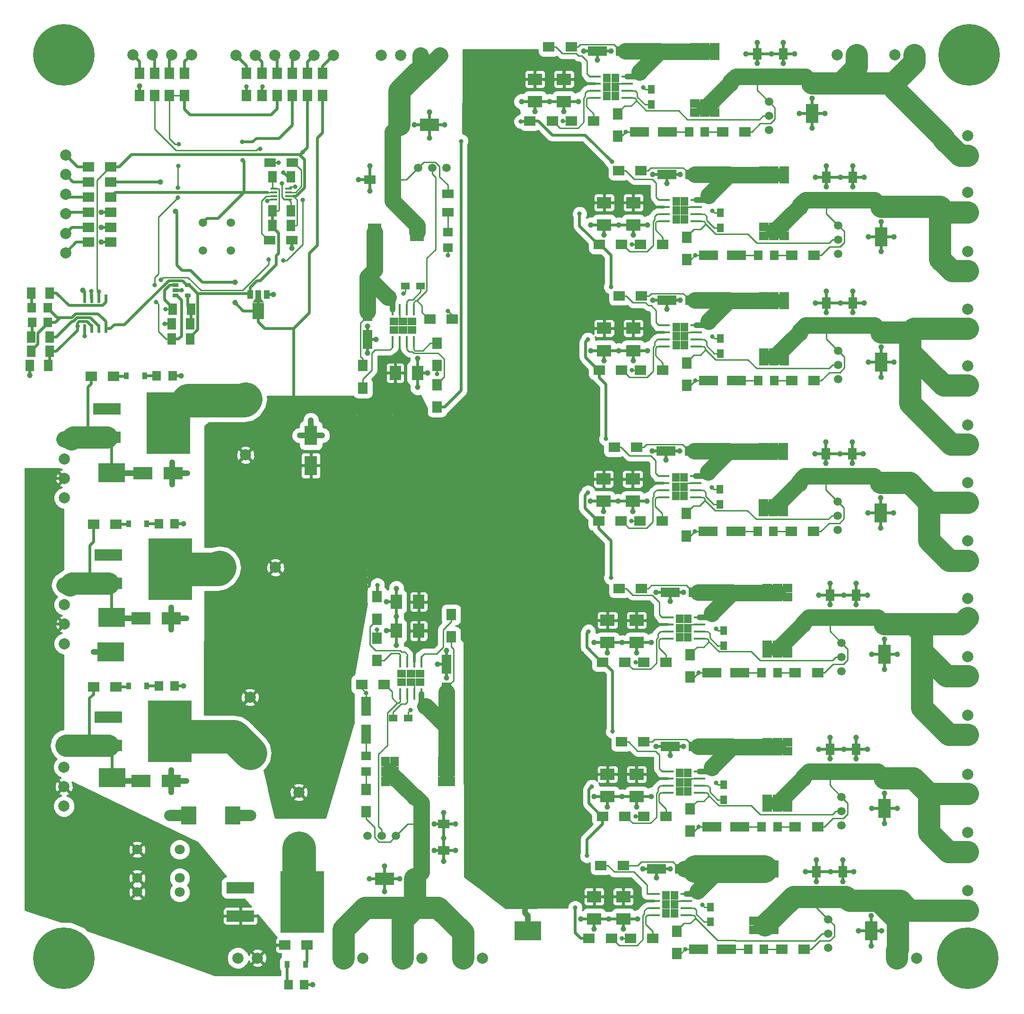
<source format=gbr>
G04 #@! TF.FileFunction,Copper,L1,Top,Signal*
%FSLAX46Y46*%
G04 Gerber Fmt 4.6, Leading zero omitted, Abs format (unit mm)*
G04 Created by KiCad (PCBNEW 4.0.4-stable) date Monday, December 19, 2016 'PMt' 01:57:05 PM*
%MOMM*%
%LPD*%
G01*
G04 APERTURE LIST*
%ADD10C,0.100000*%
%ADD11C,2.000000*%
%ADD12R,2.000000X1.700000*%
%ADD13R,1.597660X1.800860*%
%ADD14R,0.910000X1.220000*%
%ADD15R,0.600000X1.550000*%
%ADD16R,1.060000X0.650000*%
%ADD17R,4.700000X3.430000*%
%ADD18R,3.500120X2.301240*%
%ADD19R,2.301240X3.500120*%
%ADD20R,2.000000X1.600000*%
%ADD21R,1.800860X1.597660*%
%ADD22R,1.500000X1.300000*%
%ADD23R,1.800860X3.500120*%
%ADD24R,1.700000X2.000000*%
%ADD25R,2.000000X2.500000*%
%ADD26C,1.500000*%
%ADD27R,2.500000X2.000000*%
%ADD28R,3.500120X1.800860*%
%ADD29R,1.300000X1.500000*%
%ADD30R,1.600000X2.000000*%
%ADD31R,1.524000X2.032000*%
%ADD32R,1.000760X1.501140*%
%ADD33R,1.998980X2.999740*%
%ADD34R,1.220000X0.400000*%
%ADD35C,1.800000*%
%ADD36C,11.000000*%
%ADD37C,0.700000*%
%ADD38R,2.032000X1.524000*%
%ADD39R,2.150000X0.450000*%
%ADD40R,1.475000X1.630000*%
%ADD41R,0.450000X2.150000*%
%ADD42R,1.630000X1.475000*%
%ADD43R,2.700000X3.200000*%
%ADD44R,1.800000X1.550000*%
%ADD45R,1.250000X1.600000*%
%ADD46R,1.550000X1.800000*%
%ADD47R,1.000000X1.000000*%
%ADD48R,5.000000X2.032000*%
%ADD49C,1.000000*%
%ADD50C,0.800000*%
%ADD51C,0.500000*%
%ADD52C,1.000000*%
%ADD53C,2.000000*%
%ADD54C,0.250000*%
%ADD55C,3.000000*%
%ADD56C,5.000000*%
%ADD57C,4.000000*%
%ADD58C,6.000000*%
%ADD59C,0.254000*%
G04 APERTURE END LIST*
D10*
D11*
X56274000Y-8100000D03*
X52774000Y-8100000D03*
X49274000Y-8100000D03*
X45774000Y-8100000D03*
X42274000Y-8100000D03*
X38774000Y-8100000D03*
D12*
X13300000Y-121200000D03*
X17300000Y-121200000D03*
D13*
X24980140Y-121100000D03*
X27819860Y-121100000D03*
D14*
X19565000Y-121100000D03*
X22835000Y-121100000D03*
D11*
X8300000Y-26000000D03*
X8300000Y-29500000D03*
X8300000Y-33000000D03*
X8300000Y-36500000D03*
X8300000Y-40000000D03*
X8300000Y-43500000D03*
D15*
X15505000Y-51700000D03*
X14235000Y-51700000D03*
X12965000Y-51700000D03*
X11695000Y-51700000D03*
X11695000Y-57100000D03*
X12965000Y-57100000D03*
X14235000Y-57100000D03*
X15505000Y-57100000D03*
D16*
X28000000Y-49250000D03*
X28000000Y-50200000D03*
X28000000Y-51150000D03*
X30200000Y-51150000D03*
X30200000Y-49250000D03*
D17*
X16600000Y-137500000D03*
D11*
X41300000Y-133100000D03*
X41300000Y-123100000D03*
D18*
X21799960Y-138100000D03*
X27200000Y-138100000D03*
D13*
X24580140Y-65500000D03*
X27419860Y-65500000D03*
D12*
X12900000Y-65600000D03*
X16900000Y-65600000D03*
X13300000Y-92100000D03*
X17300000Y-92100000D03*
D11*
X35850000Y-99850000D03*
X45850000Y-99850000D03*
D18*
X21799960Y-109000000D03*
X27200000Y-109000000D03*
D17*
X16500000Y-108800000D03*
D13*
X24980140Y-92000000D03*
X27819860Y-92000000D03*
D19*
X52200000Y-81600040D03*
X52200000Y-76200000D03*
D11*
X40500000Y-69700000D03*
X40500000Y-79700000D03*
D17*
X16500000Y-82900000D03*
D20*
X66800000Y-30400000D03*
X62800000Y-30400000D03*
D21*
X76700000Y-39780140D03*
X76700000Y-42619860D03*
D22*
X71850000Y-49400000D03*
X69150000Y-49400000D03*
D12*
X73500000Y-55400000D03*
X77500000Y-55400000D03*
D23*
X62300000Y-54000640D03*
X62300000Y-58999360D03*
D24*
X74800000Y-59700000D03*
X74800000Y-63700000D03*
D25*
X67300000Y-65000000D03*
X71300000Y-65000000D03*
D24*
X61500000Y-67700000D03*
X61500000Y-63700000D03*
X74800000Y-67100000D03*
X74800000Y-71100000D03*
D26*
X76440000Y-28300000D03*
X73900000Y-28300000D03*
X71360000Y-28300000D03*
D18*
X67999980Y-20600000D03*
X73400020Y-20600000D03*
X70800020Y-155600000D03*
X65399980Y-155600000D03*
D20*
X72000000Y-150500000D03*
X76000000Y-150500000D03*
D24*
X77300000Y-108300000D03*
X77300000Y-112300000D03*
D25*
X71500000Y-106000000D03*
X67500000Y-106000000D03*
X71500000Y-111200000D03*
X67500000Y-111200000D03*
D24*
X64000000Y-116500000D03*
X64000000Y-112500000D03*
X64000000Y-109100000D03*
X64000000Y-105100000D03*
D23*
X76500000Y-122199360D03*
X76500000Y-117200640D03*
D12*
X65300000Y-120800000D03*
X61300000Y-120800000D03*
D22*
X66950000Y-126800000D03*
X69650000Y-126800000D03*
D23*
X62100000Y-129699360D03*
X62100000Y-124700640D03*
D20*
X72000000Y-145800000D03*
X76000000Y-145800000D03*
D26*
X62360000Y-147900000D03*
X64900000Y-147900000D03*
X67440000Y-147900000D03*
D21*
X62100000Y-136419860D03*
X62100000Y-133580140D03*
D24*
X62100000Y-143600000D03*
X62100000Y-139600000D03*
D12*
X113400000Y-166300000D03*
X109400000Y-166300000D03*
D27*
X108100000Y-158800000D03*
X108100000Y-162800000D03*
X102900000Y-158800000D03*
X102900000Y-162800000D03*
D12*
X106000000Y-166300000D03*
X102000000Y-166300000D03*
D28*
X126599360Y-168200000D03*
X121600640Y-168200000D03*
D24*
X117700000Y-165000000D03*
X117700000Y-169000000D03*
D29*
X123700000Y-163350000D03*
X123700000Y-160650000D03*
D28*
X119099360Y-153800000D03*
X114100640Y-153800000D03*
D12*
X104100000Y-153200000D03*
X108100000Y-153200000D03*
X140500000Y-168200000D03*
X136500000Y-168200000D03*
D19*
X152500000Y-159499980D03*
X152500000Y-164900020D03*
D26*
X144800000Y-167940000D03*
X144800000Y-165400000D03*
X144800000Y-162860000D03*
D13*
X133319860Y-168200000D03*
X130480140Y-168200000D03*
D30*
X142700000Y-158300000D03*
X142700000Y-154300000D03*
X147400000Y-158300000D03*
X147400000Y-154300000D03*
D27*
X105300000Y-136900000D03*
X105300000Y-140900000D03*
D12*
X115800000Y-144400000D03*
X111800000Y-144400000D03*
D28*
X121499360Y-131900000D03*
X116500640Y-131900000D03*
D24*
X120100000Y-143100000D03*
X120100000Y-147100000D03*
D12*
X108400000Y-144400000D03*
X104400000Y-144400000D03*
D27*
X110500000Y-136900000D03*
X110500000Y-140900000D03*
D12*
X107800000Y-131100000D03*
X111800000Y-131100000D03*
D28*
X128999360Y-146300000D03*
X124000640Y-146300000D03*
D29*
X126100000Y-141450000D03*
X126100000Y-138750000D03*
D13*
X135719860Y-146300000D03*
X132880140Y-146300000D03*
D12*
X142900000Y-146300000D03*
X138900000Y-146300000D03*
D19*
X154900000Y-137599980D03*
X154900000Y-143000020D03*
D30*
X145100000Y-136400000D03*
X145100000Y-132400000D03*
D26*
X147200000Y-146040000D03*
X147200000Y-143500000D03*
X147200000Y-140960000D03*
D30*
X149800000Y-136400000D03*
X149800000Y-132400000D03*
X149800000Y-108800000D03*
X149800000Y-104800000D03*
D26*
X147200000Y-118440000D03*
X147200000Y-115900000D03*
X147200000Y-113360000D03*
D30*
X145100000Y-108800000D03*
X145100000Y-104800000D03*
D19*
X154900000Y-109999980D03*
X154900000Y-115400020D03*
D12*
X142900000Y-118700000D03*
X138900000Y-118700000D03*
D13*
X135719860Y-118700000D03*
X132880140Y-118700000D03*
D29*
X126100000Y-113850000D03*
X126100000Y-111150000D03*
D28*
X128999360Y-118700000D03*
X124000640Y-118700000D03*
D27*
X110500000Y-109300000D03*
X110500000Y-113300000D03*
D12*
X108400000Y-116800000D03*
X104400000Y-116800000D03*
D24*
X120100000Y-115500000D03*
X120100000Y-119500000D03*
D28*
X121499360Y-104300000D03*
X116500640Y-104300000D03*
D12*
X115800000Y-116800000D03*
X111800000Y-116800000D03*
X107400000Y-103600000D03*
X111400000Y-103600000D03*
D27*
X105300000Y-109300000D03*
X105300000Y-113300000D03*
D30*
X149100000Y-83500000D03*
X149100000Y-79500000D03*
D26*
X146500000Y-93140000D03*
X146500000Y-90600000D03*
X146500000Y-88060000D03*
D30*
X144400000Y-83500000D03*
X144400000Y-79500000D03*
D12*
X142200000Y-93400000D03*
X138200000Y-93400000D03*
D28*
X128299360Y-93400000D03*
X123300640Y-93400000D03*
D29*
X125400000Y-88550000D03*
X125400000Y-85850000D03*
D13*
X135019860Y-93400000D03*
X132180140Y-93400000D03*
D27*
X109800000Y-84000000D03*
X109800000Y-88000000D03*
D24*
X119400000Y-90200000D03*
X119400000Y-94200000D03*
D28*
X120799360Y-79000000D03*
X115800640Y-79000000D03*
D12*
X106500000Y-78300000D03*
X110500000Y-78300000D03*
X115100000Y-91500000D03*
X111100000Y-91500000D03*
D19*
X154200000Y-84699980D03*
X154200000Y-90100020D03*
D12*
X107700000Y-91500000D03*
X103700000Y-91500000D03*
D27*
X104600000Y-84000000D03*
X104600000Y-88000000D03*
D26*
X146600000Y-66140000D03*
X146600000Y-63600000D03*
X146600000Y-61060000D03*
D12*
X142300000Y-66400000D03*
X138300000Y-66400000D03*
D30*
X149200000Y-56500000D03*
X149200000Y-52500000D03*
D19*
X154300000Y-57699980D03*
X154300000Y-63100020D03*
D30*
X144500000Y-56500000D03*
X144500000Y-52500000D03*
D29*
X125500000Y-61550000D03*
X125500000Y-58850000D03*
D28*
X128399360Y-66400000D03*
X123400640Y-66400000D03*
X120899360Y-52000000D03*
X115900640Y-52000000D03*
D24*
X119500000Y-63200000D03*
X119500000Y-67200000D03*
D13*
X135119860Y-66400000D03*
X132280140Y-66400000D03*
D12*
X107400000Y-51200000D03*
X111400000Y-51200000D03*
X115200000Y-64500000D03*
X111200000Y-64500000D03*
D27*
X104700000Y-57000000D03*
X104700000Y-61000000D03*
D12*
X107800000Y-64500000D03*
X103800000Y-64500000D03*
D27*
X109900000Y-57000000D03*
X109900000Y-61000000D03*
D12*
X107800000Y-42000000D03*
X103800000Y-42000000D03*
D27*
X104700000Y-34500000D03*
X104700000Y-38500000D03*
D12*
X115200000Y-42000000D03*
X111200000Y-42000000D03*
D27*
X109900000Y-34500000D03*
X109900000Y-38500000D03*
D12*
X107300000Y-28800000D03*
X111300000Y-28800000D03*
D26*
X146600000Y-43640000D03*
X146600000Y-41100000D03*
X146600000Y-38560000D03*
D19*
X154300000Y-35199980D03*
X154300000Y-40600020D03*
D30*
X149200000Y-34000000D03*
X149200000Y-30000000D03*
X144500000Y-34000000D03*
X144500000Y-30000000D03*
D12*
X142300000Y-43900000D03*
X138300000Y-43900000D03*
D13*
X135119860Y-43900000D03*
X132280140Y-43900000D03*
D24*
X119500000Y-40700000D03*
X119500000Y-44700000D03*
D28*
X120899360Y-29500000D03*
X115900640Y-29500000D03*
X128399360Y-43900000D03*
X123400640Y-43900000D03*
D29*
X125500000Y-39050000D03*
X125500000Y-36350000D03*
D24*
X107100000Y-18600000D03*
X107100000Y-22600000D03*
D28*
X115999360Y-21800000D03*
X111000640Y-21800000D03*
X108499360Y-7400000D03*
X103500640Y-7400000D03*
D13*
X122719860Y-21800000D03*
X119880140Y-21800000D03*
D29*
X113100000Y-16950000D03*
X113100000Y-14250000D03*
D12*
X129900000Y-21800000D03*
X125900000Y-21800000D03*
D30*
X132100000Y-11900000D03*
X132100000Y-7900000D03*
D26*
X134200000Y-21540000D03*
X134200000Y-19000000D03*
X134200000Y-16460000D03*
D19*
X141900000Y-13099980D03*
X141900000Y-18500020D03*
D30*
X136800000Y-11900000D03*
X136800000Y-7900000D03*
D12*
X94800000Y-6600000D03*
X98800000Y-6600000D03*
X102800000Y-19900000D03*
X98800000Y-19900000D03*
D27*
X97500000Y-12400000D03*
X97500000Y-16400000D03*
X92300000Y-12400000D03*
X92300000Y-16400000D03*
D12*
X95400000Y-19900000D03*
X91400000Y-19900000D03*
D31*
X45349000Y-29900000D03*
X48651000Y-29900000D03*
D13*
X5119860Y-56000000D03*
X2280140Y-56000000D03*
X5100000Y-53300000D03*
X2260280Y-53300000D03*
D24*
X54274000Y-15300000D03*
X54274000Y-11300000D03*
X51574000Y-15300000D03*
X51574000Y-11300000D03*
X48874000Y-15300000D03*
X48874000Y-11300000D03*
X46174000Y-15300000D03*
X46174000Y-11300000D03*
D12*
X16400000Y-28100000D03*
X12400000Y-28100000D03*
X16400000Y-33500000D03*
X12400000Y-33500000D03*
X16400000Y-36200000D03*
X12400000Y-36200000D03*
X16400000Y-38900000D03*
X12400000Y-38900000D03*
X16400000Y-41600000D03*
X12400000Y-41600000D03*
D24*
X29600000Y-15300000D03*
X29600000Y-11300000D03*
X26900000Y-15300000D03*
X26900000Y-11300000D03*
X24200000Y-15300000D03*
X24200000Y-11300000D03*
X21500000Y-15300000D03*
X21500000Y-11300000D03*
D31*
X30551000Y-56200000D03*
X27249000Y-56200000D03*
X27449000Y-53600000D03*
X30751000Y-53600000D03*
X48600000Y-38600000D03*
X45298000Y-38600000D03*
X30551000Y-58900000D03*
X27249000Y-58900000D03*
X2100000Y-58600000D03*
X5402000Y-58600000D03*
D32*
X44301140Y-50948340D03*
X42800000Y-50948340D03*
X41298860Y-50948340D03*
D33*
X42800000Y-53899820D03*
D10*
G36*
X41799240Y-52425350D02*
X42299620Y-51676050D01*
X43300380Y-51676050D01*
X43800760Y-52425350D01*
X41799240Y-52425350D01*
X41799240Y-52425350D01*
G37*
D11*
X39150000Y-169800000D03*
X42650000Y-169800000D03*
X149900000Y-8000000D03*
X146400000Y-8000000D03*
X160200000Y-8000000D03*
X156700000Y-8000000D03*
X169800000Y-26050000D03*
X169800000Y-22550000D03*
X169800000Y-36200000D03*
X169800000Y-32700000D03*
X169800000Y-46750000D03*
X169800000Y-43250000D03*
X169800000Y-57050000D03*
X169800000Y-53550000D03*
X169800000Y-67250000D03*
X169800000Y-63750000D03*
X169800000Y-77800000D03*
X169800000Y-74300000D03*
X169800000Y-88200000D03*
X169800000Y-84700000D03*
X169800000Y-98600000D03*
X169800000Y-95100000D03*
X169800000Y-108900000D03*
X169800000Y-105400000D03*
X169800000Y-119300000D03*
X169800000Y-115800000D03*
X169800000Y-129800000D03*
X169800000Y-126300000D03*
X169800000Y-140400000D03*
X169800000Y-136900000D03*
X169800000Y-150800000D03*
X169800000Y-147300000D03*
X169800000Y-161250000D03*
X169800000Y-157750000D03*
X157100000Y-169800000D03*
X160600000Y-169800000D03*
X58000000Y-169800000D03*
X61500000Y-169800000D03*
X68600000Y-169800000D03*
X72100000Y-169800000D03*
X79400000Y-169800000D03*
X82900000Y-169800000D03*
D20*
X44800000Y-41200000D03*
X48800000Y-41200000D03*
X48900000Y-27300000D03*
X44900000Y-27300000D03*
D31*
X45298000Y-36000000D03*
X48600000Y-36000000D03*
D34*
X45590000Y-33325000D03*
X45590000Y-32675000D03*
X45590000Y-32025000D03*
X45590000Y-33975000D03*
X48210000Y-32025000D03*
X48210000Y-32675000D03*
X48210000Y-33325000D03*
X48210000Y-33975000D03*
D35*
X21100000Y-150380000D03*
X21100000Y-155460000D03*
X21100000Y-158000000D03*
X28720000Y-150380000D03*
X28720000Y-155460000D03*
X28720000Y-158000000D03*
D31*
X2100000Y-61100000D03*
X5402000Y-61100000D03*
X5202000Y-63700000D03*
X1900000Y-63700000D03*
X2098000Y-50700000D03*
X5400000Y-50700000D03*
D12*
X16400000Y-30800000D03*
X12400000Y-30800000D03*
D36*
X8000000Y-169800000D03*
D37*
X12125000Y-169800000D03*
X10926815Y-172726815D03*
X8000000Y-173925000D03*
X5073185Y-172726815D03*
X3875000Y-169800000D03*
X5073185Y-166873185D03*
X8000000Y-165675000D03*
X10926815Y-166873185D03*
D36*
X8000000Y-8000000D03*
D37*
X12125000Y-8000000D03*
X10926815Y-10926815D03*
X8000000Y-12125000D03*
X5073185Y-10926815D03*
X3875000Y-8000000D03*
X5073185Y-5073185D03*
X8000000Y-3875000D03*
X10926815Y-5073185D03*
D36*
X169800000Y-169800000D03*
D37*
X173925000Y-169800000D03*
X172726815Y-172726815D03*
X169800000Y-173925000D03*
X166873185Y-172726815D03*
X165675000Y-169800000D03*
X166873185Y-166873185D03*
X169800000Y-165675000D03*
X172726815Y-166873185D03*
D36*
X170000000Y-8000000D03*
D37*
X174125000Y-8000000D03*
X172926815Y-10926815D03*
X170000000Y-12125000D03*
X167073185Y-10926815D03*
X165875000Y-8000000D03*
X167073185Y-5073185D03*
X170000000Y-3875000D03*
X172926815Y-5073185D03*
D14*
X19165000Y-65500000D03*
X22435000Y-65500000D03*
X19565000Y-92000000D03*
X22835000Y-92000000D03*
D38*
X76700000Y-32949000D03*
X76700000Y-36251000D03*
D39*
X103062500Y-11895000D03*
X103062500Y-13165000D03*
X103062500Y-14435000D03*
X103062500Y-15705000D03*
X108812500Y-15705000D03*
X108812500Y-14435000D03*
X108812500Y-13165000D03*
X108812500Y-11895000D03*
D40*
X105200000Y-13800000D03*
X106675000Y-13800000D03*
X105200000Y-12170000D03*
X106675000Y-12170000D03*
X105200000Y-15430000D03*
X106675000Y-15430000D03*
D41*
X66795000Y-59437500D03*
X68065000Y-59437500D03*
X69335000Y-59437500D03*
X70605000Y-59437500D03*
X70605000Y-53687500D03*
X69335000Y-53687500D03*
X68065000Y-53687500D03*
X66795000Y-53687500D03*
D42*
X68700000Y-57300000D03*
X68700000Y-55825000D03*
X67070000Y-57300000D03*
X67070000Y-55825000D03*
X70330000Y-57300000D03*
X70330000Y-55825000D03*
D39*
X115462500Y-33995000D03*
X115462500Y-35265000D03*
X115462500Y-36535000D03*
X115462500Y-37805000D03*
X121212500Y-37805000D03*
X121212500Y-36535000D03*
X121212500Y-35265000D03*
X121212500Y-33995000D03*
D40*
X117600000Y-35900000D03*
X119075000Y-35900000D03*
X117600000Y-34270000D03*
X119075000Y-34270000D03*
X117600000Y-37530000D03*
X119075000Y-37530000D03*
D39*
X115462500Y-56495000D03*
X115462500Y-57765000D03*
X115462500Y-59035000D03*
X115462500Y-60305000D03*
X121212500Y-60305000D03*
X121212500Y-59035000D03*
X121212500Y-57765000D03*
X121212500Y-56495000D03*
D40*
X117600000Y-58400000D03*
X119075000Y-58400000D03*
X117600000Y-56770000D03*
X119075000Y-56770000D03*
X117600000Y-60030000D03*
X119075000Y-60030000D03*
D39*
X115362500Y-83495000D03*
X115362500Y-84765000D03*
X115362500Y-86035000D03*
X115362500Y-87305000D03*
X121112500Y-87305000D03*
X121112500Y-86035000D03*
X121112500Y-84765000D03*
X121112500Y-83495000D03*
D40*
X117500000Y-85400000D03*
X118975000Y-85400000D03*
X117500000Y-83770000D03*
X118975000Y-83770000D03*
X117500000Y-87030000D03*
X118975000Y-87030000D03*
D39*
X116062500Y-108795000D03*
X116062500Y-110065000D03*
X116062500Y-111335000D03*
X116062500Y-112605000D03*
X121812500Y-112605000D03*
X121812500Y-111335000D03*
X121812500Y-110065000D03*
X121812500Y-108795000D03*
D40*
X118200000Y-110700000D03*
X119675000Y-110700000D03*
X118200000Y-109070000D03*
X119675000Y-109070000D03*
X118200000Y-112330000D03*
X119675000Y-112330000D03*
D39*
X116062500Y-136395000D03*
X116062500Y-137665000D03*
X116062500Y-138935000D03*
X116062500Y-140205000D03*
X121812500Y-140205000D03*
X121812500Y-138935000D03*
X121812500Y-137665000D03*
X121812500Y-136395000D03*
D40*
X118200000Y-138300000D03*
X119675000Y-138300000D03*
X118200000Y-136670000D03*
X119675000Y-136670000D03*
X118200000Y-139930000D03*
X119675000Y-139930000D03*
D39*
X113662500Y-158295000D03*
X113662500Y-159565000D03*
X113662500Y-160835000D03*
X113662500Y-162105000D03*
X119412500Y-162105000D03*
X119412500Y-160835000D03*
X119412500Y-159565000D03*
X119412500Y-158295000D03*
D40*
X115800000Y-160200000D03*
X117275000Y-160200000D03*
X115800000Y-158570000D03*
X117275000Y-158570000D03*
X115800000Y-161830000D03*
X117275000Y-161830000D03*
D41*
X72005000Y-116762500D03*
X70735000Y-116762500D03*
X69465000Y-116762500D03*
X68195000Y-116762500D03*
X68195000Y-122512500D03*
X69465000Y-122512500D03*
X70735000Y-122512500D03*
X72005000Y-122512500D03*
D42*
X70100000Y-118900000D03*
X70100000Y-120375000D03*
X71730000Y-118900000D03*
X71730000Y-120375000D03*
X68470000Y-118900000D03*
X68470000Y-120375000D03*
D11*
X8000000Y-132100000D03*
X8000000Y-135600000D03*
X8000000Y-139100000D03*
X8000000Y-142600000D03*
X8100000Y-103000000D03*
X8100000Y-106500000D03*
X8100000Y-110000000D03*
X8100000Y-113500000D03*
X8100000Y-76900000D03*
X8100000Y-80400000D03*
X8100000Y-83900000D03*
X8100000Y-87400000D03*
X30800000Y-8000000D03*
X27300000Y-8000000D03*
X23800000Y-8000000D03*
X20300000Y-8000000D03*
X75300000Y-8100000D03*
X71800000Y-8100000D03*
X68300000Y-8100000D03*
X64800000Y-8100000D03*
X50038000Y-150114000D03*
X50038000Y-140114000D03*
D43*
X30340000Y-144272000D03*
X38240000Y-144272000D03*
D24*
X43440000Y-15300000D03*
X43440000Y-11300000D03*
X40700000Y-15300000D03*
X40700000Y-11300000D03*
D26*
X32846000Y-38100000D03*
X37846000Y-38100000D03*
X32846000Y-43100000D03*
X37846000Y-43100000D03*
D17*
X16400000Y-115000000D03*
X91000000Y-164900000D03*
D18*
X22099980Y-83000000D03*
X27500020Y-83000000D03*
D44*
X120900000Y-6675000D03*
X122700000Y-6675000D03*
X124500000Y-6675000D03*
X120900000Y-8225000D03*
X122700000Y-8225000D03*
X124500000Y-8225000D03*
X120900000Y-16775000D03*
X122700000Y-16775000D03*
X124500000Y-16775000D03*
X120900000Y-18325000D03*
X122700000Y-18325000D03*
X124500000Y-18325000D03*
D45*
X62975000Y-39000000D03*
X62975000Y-40600000D03*
X64225000Y-39000000D03*
X64225000Y-40600000D03*
X70575000Y-40600000D03*
X70575000Y-39000000D03*
X71825000Y-39000000D03*
X71825000Y-40600000D03*
D44*
X133300000Y-28775000D03*
X135100000Y-28775000D03*
X136900000Y-28775000D03*
X133300000Y-30325000D03*
X135100000Y-30325000D03*
X136900000Y-30325000D03*
X133300000Y-38875000D03*
X135100000Y-38875000D03*
X136900000Y-38875000D03*
X133300000Y-40425000D03*
X135100000Y-40425000D03*
X136900000Y-40425000D03*
X133300000Y-51275000D03*
X135100000Y-51275000D03*
X136900000Y-51275000D03*
X133300000Y-52825000D03*
X135100000Y-52825000D03*
X136900000Y-52825000D03*
X133300000Y-61375000D03*
X135100000Y-61375000D03*
X136900000Y-61375000D03*
X133300000Y-62925000D03*
X135100000Y-62925000D03*
X136900000Y-62925000D03*
X133200000Y-78275000D03*
X135000000Y-78275000D03*
X136800000Y-78275000D03*
X133200000Y-79825000D03*
X135000000Y-79825000D03*
X136800000Y-79825000D03*
X133200000Y-88375000D03*
X135000000Y-88375000D03*
X136800000Y-88375000D03*
X133200000Y-89925000D03*
X135000000Y-89925000D03*
X136800000Y-89925000D03*
X133900000Y-103575000D03*
X135700000Y-103575000D03*
X137500000Y-103575000D03*
X133900000Y-105125000D03*
X135700000Y-105125000D03*
X137500000Y-105125000D03*
X133900000Y-113675000D03*
X135700000Y-113675000D03*
X137500000Y-113675000D03*
X133900000Y-115225000D03*
X135700000Y-115225000D03*
X137500000Y-115225000D03*
X133900000Y-131175000D03*
X135700000Y-131175000D03*
X137500000Y-131175000D03*
X133900000Y-132725000D03*
X135700000Y-132725000D03*
X137500000Y-132725000D03*
X133900000Y-141275000D03*
X135700000Y-141275000D03*
X137500000Y-141275000D03*
X133900000Y-142825000D03*
X135700000Y-142825000D03*
X137500000Y-142825000D03*
X131500000Y-153075000D03*
X133300000Y-153075000D03*
X135100000Y-153075000D03*
X131500000Y-154625000D03*
X133300000Y-154625000D03*
X135100000Y-154625000D03*
X131500000Y-163175000D03*
X133300000Y-163175000D03*
X135100000Y-163175000D03*
X131500000Y-164725000D03*
X133300000Y-164725000D03*
X135100000Y-164725000D03*
D46*
X77225000Y-134600000D03*
X77225000Y-136400000D03*
X77225000Y-138200000D03*
X75675000Y-134600000D03*
X75675000Y-136400000D03*
X75675000Y-138200000D03*
X67125000Y-134600000D03*
X67125000Y-136400000D03*
X67125000Y-138200000D03*
X65575000Y-134600000D03*
X65575000Y-136400000D03*
X65575000Y-138200000D03*
D47*
X54014000Y-154750000D03*
X54014000Y-155750000D03*
X53014000Y-155750000D03*
X53014000Y-154750000D03*
X53014000Y-156750000D03*
X53014000Y-157750000D03*
X54014000Y-157750000D03*
X54014000Y-156750000D03*
X54014000Y-160750000D03*
X54014000Y-161750000D03*
X53014000Y-161750000D03*
X53014000Y-160750000D03*
X53014000Y-158750000D03*
X53014000Y-159750000D03*
X54014000Y-159750000D03*
X54014000Y-158750000D03*
X54014000Y-162750000D03*
X53014000Y-162750000D03*
X53014000Y-163750000D03*
X53014000Y-164750000D03*
X54014000Y-164750000D03*
X54014000Y-163750000D03*
X52014000Y-163750000D03*
X52014000Y-164750000D03*
X51014000Y-164750000D03*
X51014000Y-163750000D03*
X51014000Y-162750000D03*
X52014000Y-162750000D03*
X52014000Y-158750000D03*
X52014000Y-159750000D03*
X51014000Y-159750000D03*
X51014000Y-158750000D03*
X51014000Y-160750000D03*
X51014000Y-161750000D03*
X52014000Y-161750000D03*
X52014000Y-160750000D03*
X52014000Y-156750000D03*
X52014000Y-157750000D03*
X51014000Y-157750000D03*
X51014000Y-156750000D03*
X51014000Y-154750000D03*
X51014000Y-155750000D03*
X52014000Y-155750000D03*
X52014000Y-154750000D03*
D48*
X39599000Y-157210000D03*
X39599000Y-162290000D03*
D47*
X49244000Y-154750000D03*
X50024000Y-154750000D03*
X50024000Y-155750000D03*
X49244000Y-155750000D03*
X49244000Y-156750000D03*
X49244000Y-157750000D03*
X50024000Y-157750000D03*
X49244000Y-158750000D03*
X50024000Y-159750000D03*
X50024000Y-156750000D03*
X49244000Y-159750000D03*
X50024000Y-158750000D03*
X48244000Y-158750000D03*
X48244000Y-159750000D03*
X47244000Y-159750000D03*
X47244000Y-158750000D03*
X47244000Y-160750000D03*
X48244000Y-157750000D03*
X48244000Y-160750000D03*
X47244000Y-157750000D03*
X49244000Y-163750000D03*
X49244000Y-164750000D03*
X50024000Y-164750000D03*
X48244000Y-163750000D03*
X50024000Y-163750000D03*
X48244000Y-164750000D03*
X47244000Y-156750000D03*
X47244000Y-154750000D03*
X47244000Y-155750000D03*
X48244000Y-155750000D03*
X48244000Y-156750000D03*
X48244000Y-154750000D03*
X47244000Y-161750000D03*
X48244000Y-162750000D03*
X47244000Y-164750000D03*
X47244000Y-163750000D03*
X47244000Y-162750000D03*
X48244000Y-161750000D03*
X50024000Y-161750000D03*
X49244000Y-160750000D03*
X50024000Y-162750000D03*
X49244000Y-162750000D03*
X49244000Y-161750000D03*
X50024000Y-160750000D03*
X30340000Y-124160000D03*
X30340000Y-125160000D03*
X29340000Y-125160000D03*
X29340000Y-124160000D03*
X29340000Y-126160000D03*
X29340000Y-127160000D03*
X30340000Y-127160000D03*
X30340000Y-126160000D03*
X30340000Y-130160000D03*
X30340000Y-131160000D03*
X29340000Y-131160000D03*
X29340000Y-130160000D03*
X29340000Y-128160000D03*
X29340000Y-129160000D03*
X30340000Y-129160000D03*
X30340000Y-128160000D03*
X30340000Y-132160000D03*
X29340000Y-132160000D03*
X29340000Y-133160000D03*
X29340000Y-134160000D03*
X30340000Y-134160000D03*
X30340000Y-133160000D03*
X28340000Y-133160000D03*
X28340000Y-134160000D03*
X27340000Y-134160000D03*
X27340000Y-133160000D03*
X27340000Y-132160000D03*
X28340000Y-132160000D03*
X28340000Y-128160000D03*
X28340000Y-129160000D03*
X27340000Y-129160000D03*
X27340000Y-128160000D03*
X27340000Y-130160000D03*
X27340000Y-131160000D03*
X28340000Y-131160000D03*
X28340000Y-130160000D03*
X28340000Y-126160000D03*
X28340000Y-127160000D03*
X27340000Y-127160000D03*
X27340000Y-126160000D03*
X27340000Y-124160000D03*
X27340000Y-125160000D03*
X28340000Y-125160000D03*
X28340000Y-124160000D03*
D48*
X15925000Y-126620000D03*
X15925000Y-131700000D03*
D47*
X25570000Y-124160000D03*
X26350000Y-124160000D03*
X26350000Y-125160000D03*
X25570000Y-125160000D03*
X25570000Y-126160000D03*
X25570000Y-127160000D03*
X26350000Y-127160000D03*
X25570000Y-128160000D03*
X26350000Y-129160000D03*
X26350000Y-126160000D03*
X25570000Y-129160000D03*
X26350000Y-128160000D03*
X24570000Y-128160000D03*
X24570000Y-129160000D03*
X23570000Y-129160000D03*
X23570000Y-128160000D03*
X23570000Y-130160000D03*
X24570000Y-127160000D03*
X24570000Y-130160000D03*
X23570000Y-127160000D03*
X25570000Y-133160000D03*
X25570000Y-134160000D03*
X26350000Y-134160000D03*
X24570000Y-133160000D03*
X26350000Y-133160000D03*
X24570000Y-134160000D03*
X23570000Y-126160000D03*
X23570000Y-124160000D03*
X23570000Y-125160000D03*
X24570000Y-125160000D03*
X24570000Y-126160000D03*
X24570000Y-124160000D03*
X23570000Y-131160000D03*
X24570000Y-132160000D03*
X23570000Y-134160000D03*
X23570000Y-133160000D03*
X23570000Y-132160000D03*
X24570000Y-131160000D03*
X26350000Y-131160000D03*
X25570000Y-130160000D03*
X26350000Y-132160000D03*
X25570000Y-132160000D03*
X25570000Y-131160000D03*
X26350000Y-130160000D03*
X30092000Y-68970000D03*
X30092000Y-69970000D03*
X29092000Y-69970000D03*
X29092000Y-68970000D03*
X29092000Y-70970000D03*
X29092000Y-71970000D03*
X30092000Y-71970000D03*
X30092000Y-70970000D03*
X30092000Y-74970000D03*
X30092000Y-75970000D03*
X29092000Y-75970000D03*
X29092000Y-74970000D03*
X29092000Y-72970000D03*
X29092000Y-73970000D03*
X30092000Y-73970000D03*
X30092000Y-72970000D03*
X30092000Y-76970000D03*
X29092000Y-76970000D03*
X29092000Y-77970000D03*
X29092000Y-78970000D03*
X30092000Y-78970000D03*
X30092000Y-77970000D03*
X28092000Y-77970000D03*
X28092000Y-78970000D03*
X27092000Y-78970000D03*
X27092000Y-77970000D03*
X27092000Y-76970000D03*
X28092000Y-76970000D03*
X28092000Y-72970000D03*
X28092000Y-73970000D03*
X27092000Y-73970000D03*
X27092000Y-72970000D03*
X27092000Y-74970000D03*
X27092000Y-75970000D03*
X28092000Y-75970000D03*
X28092000Y-74970000D03*
X28092000Y-70970000D03*
X28092000Y-71970000D03*
X27092000Y-71970000D03*
X27092000Y-70970000D03*
X27092000Y-68970000D03*
X27092000Y-69970000D03*
X28092000Y-69970000D03*
X28092000Y-68970000D03*
D48*
X15677000Y-71430000D03*
X15677000Y-76510000D03*
D47*
X25322000Y-68970000D03*
X26102000Y-68970000D03*
X26102000Y-69970000D03*
X25322000Y-69970000D03*
X25322000Y-70970000D03*
X25322000Y-71970000D03*
X26102000Y-71970000D03*
X25322000Y-72970000D03*
X26102000Y-73970000D03*
X26102000Y-70970000D03*
X25322000Y-73970000D03*
X26102000Y-72970000D03*
X24322000Y-72970000D03*
X24322000Y-73970000D03*
X23322000Y-73970000D03*
X23322000Y-72970000D03*
X23322000Y-74970000D03*
X24322000Y-71970000D03*
X24322000Y-74970000D03*
X23322000Y-71970000D03*
X25322000Y-77970000D03*
X25322000Y-78970000D03*
X26102000Y-78970000D03*
X24322000Y-77970000D03*
X26102000Y-77970000D03*
X24322000Y-78970000D03*
X23322000Y-70970000D03*
X23322000Y-68970000D03*
X23322000Y-69970000D03*
X24322000Y-69970000D03*
X24322000Y-70970000D03*
X24322000Y-68970000D03*
X23322000Y-75970000D03*
X24322000Y-76970000D03*
X23322000Y-78970000D03*
X23322000Y-77970000D03*
X23322000Y-76970000D03*
X24322000Y-75970000D03*
X26102000Y-75970000D03*
X25322000Y-74970000D03*
X26102000Y-76970000D03*
X25322000Y-76970000D03*
X25322000Y-75970000D03*
X26102000Y-74970000D03*
X30380000Y-95130000D03*
X30380000Y-96130000D03*
X29380000Y-96130000D03*
X29380000Y-95130000D03*
X29380000Y-97130000D03*
X29380000Y-98130000D03*
X30380000Y-98130000D03*
X30380000Y-97130000D03*
X30380000Y-101130000D03*
X30380000Y-102130000D03*
X29380000Y-102130000D03*
X29380000Y-101130000D03*
X29380000Y-99130000D03*
X29380000Y-100130000D03*
X30380000Y-100130000D03*
X30380000Y-99130000D03*
X30380000Y-103130000D03*
X29380000Y-103130000D03*
X29380000Y-104130000D03*
X29380000Y-105130000D03*
X30380000Y-105130000D03*
X30380000Y-104130000D03*
X28380000Y-104130000D03*
X28380000Y-105130000D03*
X27380000Y-105130000D03*
X27380000Y-104130000D03*
X27380000Y-103130000D03*
X28380000Y-103130000D03*
X28380000Y-99130000D03*
X28380000Y-100130000D03*
X27380000Y-100130000D03*
X27380000Y-99130000D03*
X27380000Y-101130000D03*
X27380000Y-102130000D03*
X28380000Y-102130000D03*
X28380000Y-101130000D03*
X28380000Y-97130000D03*
X28380000Y-98130000D03*
X27380000Y-98130000D03*
X27380000Y-97130000D03*
X27380000Y-95130000D03*
X27380000Y-96130000D03*
X28380000Y-96130000D03*
X28380000Y-95130000D03*
D48*
X15965000Y-97590000D03*
X15965000Y-102670000D03*
D47*
X25610000Y-95130000D03*
X26390000Y-95130000D03*
X26390000Y-96130000D03*
X25610000Y-96130000D03*
X25610000Y-97130000D03*
X25610000Y-98130000D03*
X26390000Y-98130000D03*
X25610000Y-99130000D03*
X26390000Y-100130000D03*
X26390000Y-97130000D03*
X25610000Y-100130000D03*
X26390000Y-99130000D03*
X24610000Y-99130000D03*
X24610000Y-100130000D03*
X23610000Y-100130000D03*
X23610000Y-99130000D03*
X23610000Y-101130000D03*
X24610000Y-98130000D03*
X24610000Y-101130000D03*
X23610000Y-98130000D03*
X25610000Y-104130000D03*
X25610000Y-105130000D03*
X26390000Y-105130000D03*
X24610000Y-104130000D03*
X26390000Y-104130000D03*
X24610000Y-105130000D03*
X23610000Y-97130000D03*
X23610000Y-95130000D03*
X23610000Y-96130000D03*
X24610000Y-96130000D03*
X24610000Y-97130000D03*
X24610000Y-95130000D03*
X23610000Y-102130000D03*
X24610000Y-103130000D03*
X23610000Y-105130000D03*
X23610000Y-104130000D03*
X23610000Y-103130000D03*
X24610000Y-102130000D03*
X26390000Y-102130000D03*
X25610000Y-101130000D03*
X26390000Y-103130000D03*
X25610000Y-103130000D03*
X25610000Y-102130000D03*
X26390000Y-101130000D03*
D14*
X51235000Y-170900000D03*
X47965000Y-170900000D03*
D13*
X48180140Y-174600000D03*
X51019860Y-174600000D03*
D12*
X47500000Y-167500000D03*
X51500000Y-167500000D03*
D49*
X52500000Y-174600000D03*
X13300000Y-115000000D03*
X29400000Y-121100000D03*
X30100000Y-83000000D03*
X27400000Y-81000000D03*
X27400000Y-85000000D03*
D50*
X46400000Y-27300000D03*
X47300000Y-29100000D03*
X43500000Y-13700000D03*
X40700000Y-13700000D03*
D11*
X41402000Y-144272000D03*
D50*
X122300000Y-160300000D03*
X119200000Y-168200000D03*
X107900000Y-166300000D03*
X124700000Y-138400000D03*
X121600000Y-146300000D03*
X110300000Y-144400000D03*
D49*
X157200000Y-143010000D03*
X157200000Y-115390000D03*
X156525000Y-90100000D03*
D50*
X124700000Y-110800000D03*
X121600000Y-118700000D03*
X110300000Y-116800000D03*
X124000000Y-85500000D03*
X120900000Y-93400000D03*
X109600000Y-91500000D03*
X124100000Y-58500000D03*
X121000000Y-66400000D03*
X109700000Y-64500000D03*
X124100000Y-36000000D03*
X121000000Y-43900000D03*
X109700000Y-42000000D03*
X111700000Y-13900000D03*
X108600000Y-21800000D03*
X97300000Y-19900000D03*
X76700000Y-43900000D03*
X68800000Y-50800000D03*
X76700000Y-53900000D03*
X74800000Y-65200000D03*
X64000000Y-111000000D03*
X70000000Y-125400000D03*
X62100000Y-122300000D03*
X26000000Y-56200000D03*
X29100000Y-50200000D03*
X44362652Y-34237652D03*
D49*
X74300000Y-150500000D03*
X74300000Y-145800000D03*
X142700000Y-156100000D03*
X73400000Y-18300000D03*
X21500000Y-13600000D03*
X14700000Y-41600000D03*
X14700000Y-38900000D03*
X14700000Y-36200000D03*
X48800000Y-42700000D03*
X45500000Y-51000000D03*
X1900000Y-65400000D03*
X11400000Y-50200000D03*
X29400000Y-92000000D03*
X27200000Y-111000000D03*
X27200000Y-136100000D03*
X27200000Y-140100000D03*
X154400000Y-164900000D03*
X29900000Y-138100000D03*
X29000000Y-65500000D03*
X65399980Y-157899980D03*
X27200000Y-107000000D03*
X29900000Y-109000000D03*
X50200000Y-76200000D03*
X52200000Y-73500000D03*
X54200000Y-76200000D03*
X71300000Y-67600000D03*
X60700000Y-30400000D03*
X62800000Y-27900000D03*
X62800000Y-32400000D03*
X63900000Y-59000000D03*
X62300000Y-61500000D03*
X62300000Y-56600000D03*
X71300000Y-62400000D03*
X73100000Y-65000000D03*
X70700000Y-20600000D03*
X73400000Y-22900000D03*
X76100000Y-20600000D03*
X65700000Y-106000000D03*
X67500000Y-103600000D03*
X67500000Y-108600000D03*
X78100000Y-150500000D03*
X76000000Y-152500000D03*
X76000000Y-148300000D03*
X62700000Y-155600000D03*
X65400000Y-153300000D03*
X68100000Y-155600000D03*
X76500000Y-119600000D03*
X74900000Y-117200000D03*
X76500000Y-114700000D03*
X78100000Y-145800000D03*
X76000000Y-143800000D03*
X65700000Y-111200000D03*
X67500000Y-113800000D03*
X100500000Y-162800000D03*
X102900000Y-164600000D03*
X108100000Y-164600000D03*
X105500000Y-162800000D03*
X111600000Y-153800000D03*
X110700000Y-162800000D03*
X114100000Y-155400000D03*
X116500000Y-153800000D03*
X150200000Y-164900000D03*
X152500000Y-167600000D03*
X152500000Y-162200000D03*
X147400000Y-156100000D03*
X149400000Y-154300000D03*
X142700000Y-152200000D03*
X140700000Y-154300000D03*
X147400000Y-152200000D03*
X145200000Y-154300000D03*
X102900000Y-140900000D03*
X102900000Y-113300000D03*
X110500000Y-142700000D03*
X105300000Y-142700000D03*
X107900000Y-140900000D03*
X116500000Y-133500000D03*
X113100000Y-140900000D03*
X152600000Y-143000000D03*
X154900000Y-145700000D03*
X154900000Y-140300000D03*
X151800000Y-132400000D03*
X149800000Y-130300000D03*
X147600000Y-132400000D03*
X145100000Y-130300000D03*
X145100000Y-134100000D03*
X143100000Y-132400000D03*
X149800000Y-134100000D03*
X118900000Y-131900000D03*
X114000000Y-131900000D03*
X107900000Y-113300000D03*
X105300000Y-115100000D03*
X110500000Y-115100000D03*
X116500000Y-105900000D03*
X113100000Y-113300000D03*
X118900000Y-104300000D03*
X114000000Y-104300000D03*
X152600000Y-115400000D03*
X154900000Y-112700000D03*
X154900000Y-118100000D03*
X149800000Y-106500000D03*
X151800000Y-104800000D03*
X143100000Y-104800000D03*
X145100000Y-102700000D03*
X145100000Y-106500000D03*
X147600000Y-104800000D03*
X149800000Y-102700000D03*
X109800000Y-89800000D03*
X112400000Y-88000000D03*
X118200000Y-79000000D03*
X115800000Y-80600000D03*
X113300000Y-79000000D03*
X107200000Y-88000000D03*
X102200000Y-88000000D03*
X104600000Y-89800000D03*
X154200000Y-92800000D03*
X151900000Y-90100000D03*
X154200000Y-87400000D03*
X142400000Y-79500000D03*
X144400000Y-81200000D03*
X144400000Y-77400000D03*
X149100000Y-77400000D03*
X146900000Y-79500000D03*
X151100000Y-79500000D03*
X149100000Y-81200000D03*
X156600000Y-63100000D03*
X154300000Y-65800000D03*
X152000000Y-63100000D03*
X154300000Y-60400000D03*
X149200000Y-54200000D03*
X149200000Y-50400000D03*
X144500000Y-54200000D03*
X147000000Y-52500000D03*
X144500000Y-50400000D03*
X142500000Y-52500000D03*
X151200000Y-52500000D03*
X104700000Y-62800000D03*
X102300000Y-61000000D03*
X109900000Y-62800000D03*
X107300000Y-61000000D03*
X113400000Y-52000000D03*
X112500000Y-61000000D03*
X118300000Y-52000000D03*
X115900000Y-53600000D03*
X152000000Y-40600000D03*
X154300000Y-37900000D03*
X156600000Y-40600000D03*
X154300000Y-43300000D03*
X144500000Y-27900000D03*
X142500000Y-30000000D03*
X149200000Y-31700000D03*
X149200000Y-27900000D03*
X151200000Y-30000000D03*
X144500000Y-31700000D03*
X147000000Y-30000000D03*
X112500000Y-38500000D03*
X104700000Y-40300000D03*
X102300000Y-38500000D03*
X109900000Y-40300000D03*
X107300000Y-38500000D03*
X118300000Y-29500000D03*
X115900000Y-31100000D03*
X113400000Y-29500000D03*
X89900000Y-16400000D03*
X92300000Y-18200000D03*
X94900000Y-16400000D03*
X97500000Y-18200000D03*
X134600000Y-7900000D03*
X136800000Y-9600000D03*
X130100000Y-7900000D03*
X136800000Y-5800000D03*
X138800000Y-7900000D03*
X132100000Y-9600000D03*
X132100000Y-5800000D03*
X144200000Y-18500000D03*
X141900000Y-21200000D03*
X139600000Y-18500000D03*
X141900000Y-15800000D03*
X103500000Y-9000000D03*
X101000000Y-7400000D03*
X105900000Y-7400000D03*
X100100000Y-16400000D03*
X64900000Y-66200000D03*
X65200000Y-62600000D03*
X65000000Y-63800000D03*
X65000000Y-64900000D03*
X74200000Y-109900000D03*
X73300000Y-113500000D03*
X73900000Y-112500000D03*
X73900000Y-111200000D03*
X105900000Y-156300000D03*
X107100000Y-156300000D03*
X109400000Y-156500000D03*
X108200000Y-156400000D03*
X109300000Y-134400000D03*
X112900000Y-134800000D03*
X111800000Y-134600000D03*
X110500000Y-134600000D03*
X109300000Y-106700000D03*
X112800000Y-107200000D03*
X111700000Y-106800000D03*
X110500000Y-106800000D03*
X108400000Y-81500000D03*
X111900000Y-81900000D03*
X110800000Y-81600000D03*
X109700000Y-81600000D03*
X108700000Y-54200000D03*
X112100000Y-54900000D03*
X111000000Y-54500000D03*
X109900000Y-54400000D03*
X108500000Y-31900000D03*
X112100000Y-32400000D03*
X110900000Y-32300000D03*
X109800000Y-32200000D03*
X99800000Y-10300000D03*
X98700000Y-10100000D03*
X96400000Y-9800000D03*
X97500000Y-10000000D03*
X38608000Y-52398001D03*
X25210000Y-30800000D03*
X27971912Y-36099912D03*
X38608000Y-48768000D03*
D50*
X64100000Y-103000000D03*
X99500000Y-160800000D03*
X101600000Y-151500000D03*
X102500000Y-139100000D03*
X106200000Y-129200000D03*
X101900000Y-111300000D03*
X105900000Y-101700000D03*
X101800000Y-86400000D03*
X105000000Y-76800000D03*
X101800000Y-59000000D03*
X105900000Y-49600000D03*
X100300000Y-36500000D03*
X106100000Y-27200000D03*
X89800000Y-20000000D03*
X79100000Y-23500000D03*
X14235000Y-50425000D03*
X11695000Y-58395000D03*
X50700000Y-25500000D03*
D11*
X26924000Y-144272000D03*
D50*
X39900000Y-23600000D03*
X40000000Y-26900000D03*
X24200000Y-49300000D03*
X24500000Y-52300000D03*
X28400000Y-33600000D03*
X28400000Y-31800000D03*
X28500000Y-27900000D03*
X28550000Y-24020000D03*
X46975011Y-31075011D03*
X43100000Y-24900000D03*
X12900000Y-50400000D03*
X10400000Y-56600000D03*
X25320000Y-48340000D03*
X26200000Y-53600000D03*
X44660000Y-44680000D03*
X47300000Y-44900000D03*
X50700000Y-34000000D03*
X49391376Y-31683318D03*
D51*
X51019860Y-174600000D02*
X52500000Y-174600000D01*
D52*
X16400000Y-115000000D02*
X13300000Y-115000000D01*
D51*
X27819860Y-121100000D02*
X29400000Y-121100000D01*
D52*
X27400000Y-83000000D02*
X30100000Y-83000000D01*
X27400000Y-83000000D02*
X27400000Y-81000000D01*
X27400000Y-83000000D02*
X27400000Y-85000000D01*
D51*
X46150000Y-27300000D02*
X46400000Y-27300000D01*
X48651000Y-29900000D02*
X48100000Y-29900000D01*
X48100000Y-29900000D02*
X47300000Y-29100000D01*
X43440000Y-15300000D02*
X43440000Y-13760000D01*
X43440000Y-13760000D02*
X43500000Y-13700000D01*
X40700000Y-15300000D02*
X40700000Y-13700000D01*
D53*
X38240000Y-144272000D02*
X41402000Y-144272000D01*
D54*
X44525000Y-33975000D02*
X44525000Y-34075304D01*
X44525000Y-34075304D02*
X44362652Y-34237652D01*
D51*
X136800000Y-9600000D02*
X136800000Y-7900000D01*
X132100000Y-9600000D02*
X132100000Y-7900000D01*
X149200000Y-31700000D02*
X149200000Y-30000000D01*
X144500000Y-31700000D02*
X144500000Y-30000000D01*
X144500000Y-54200000D02*
X144500000Y-52500000D01*
X149200000Y-54200000D02*
X149200000Y-52500000D01*
X149100000Y-81200000D02*
X149100000Y-79500000D01*
X144400000Y-81200000D02*
X144400000Y-79500000D01*
X149800000Y-106500000D02*
X149800000Y-104800000D01*
X145100000Y-106500000D02*
X145100000Y-104800000D01*
X74300000Y-150500000D02*
X76000000Y-150500000D01*
X74300000Y-145800000D02*
X76000000Y-145800000D01*
X149800000Y-134100000D02*
X149800000Y-132400000D01*
X145100000Y-134100000D02*
X145100000Y-132400000D01*
X142700000Y-154300000D02*
X142700000Y-156100000D01*
X27249000Y-56200000D02*
X26000000Y-56200000D01*
X21500000Y-15300000D02*
X21500000Y-13600000D01*
X16400000Y-41600000D02*
X14700000Y-41600000D01*
X16400000Y-38900000D02*
X14700000Y-38900000D01*
X16400000Y-36200000D02*
X14700000Y-36200000D01*
X48800000Y-41200000D02*
X48800000Y-42700000D01*
D54*
X45590000Y-33975000D02*
X44525000Y-33975000D01*
X44525000Y-33975000D02*
X44500000Y-34000000D01*
X44900000Y-27300000D02*
X46150000Y-27300000D01*
D51*
X28000000Y-50200000D02*
X29100000Y-50200000D01*
X44301140Y-50948340D02*
X45448340Y-50948340D01*
X45448340Y-50948340D02*
X45500000Y-51000000D01*
X1900000Y-63700000D02*
X1900000Y-65400000D01*
X11695000Y-51700000D02*
X11695000Y-50495000D01*
X11695000Y-50495000D02*
X11400000Y-50200000D01*
X152500000Y-164900020D02*
X154399980Y-164900020D01*
X154399980Y-164900020D02*
X154400000Y-164900000D01*
D52*
X27200000Y-138100000D02*
X27200000Y-140100000D01*
X27200000Y-138100000D02*
X27200000Y-136100000D01*
X27200000Y-138100000D02*
X29900000Y-138100000D01*
D51*
X27419860Y-65500000D02*
X29000000Y-65500000D01*
D52*
X27200000Y-109000000D02*
X27200000Y-107000000D01*
X27200000Y-109000000D02*
X27200000Y-111000000D01*
X27200000Y-109000000D02*
X29900000Y-109000000D01*
D51*
X27819860Y-92000000D02*
X29400000Y-92000000D01*
D52*
X52200000Y-76200000D02*
X50200000Y-76200000D01*
X52200000Y-76200000D02*
X54200000Y-76200000D01*
X52200000Y-76200000D02*
X52200000Y-73500000D01*
D54*
X76700000Y-42619860D02*
X76700000Y-43900000D01*
D51*
X73400020Y-18300020D02*
X73400000Y-18300000D01*
X73400020Y-20600000D02*
X70700000Y-20600000D01*
X73400020Y-20600000D02*
X74000000Y-20600000D01*
X73400020Y-22899980D02*
X73400000Y-22900000D01*
X73400020Y-20600000D02*
X76100000Y-20600000D01*
X73400020Y-20600000D02*
X73400020Y-18300020D01*
X73400020Y-20600000D02*
X73400020Y-22899980D01*
X71300000Y-65000000D02*
X73100000Y-65000000D01*
X71300000Y-65000000D02*
X71300000Y-67600000D01*
X71300000Y-65000000D02*
X71300000Y-62400000D01*
X74800000Y-63700000D02*
X75400000Y-63700000D01*
D54*
X74800000Y-63700000D02*
X74800000Y-65200000D01*
X77500000Y-54700000D02*
X76700000Y-53900000D01*
X77500000Y-55400000D02*
X77500000Y-54700000D01*
X69150000Y-50450000D02*
X68800000Y-50800000D01*
X69150000Y-49400000D02*
X69150000Y-50450000D01*
D51*
X62300000Y-58999360D02*
X62300000Y-56600000D01*
X63899360Y-58999360D02*
X63900000Y-59000000D01*
X62300000Y-58999360D02*
X62300000Y-61500000D01*
X62300000Y-58999360D02*
X63899360Y-58999360D01*
D54*
X68065000Y-53687500D02*
X68065000Y-55190000D01*
X68065000Y-55190000D02*
X68700000Y-55825000D01*
D51*
X62800000Y-30400000D02*
X62800000Y-27900000D01*
X62800000Y-30400000D02*
X60700000Y-30400000D01*
X62800000Y-30400000D02*
X62800000Y-32400000D01*
D54*
X64000000Y-112500000D02*
X64000000Y-111000000D01*
D51*
X74900640Y-117200640D02*
X74900000Y-117200000D01*
X76500000Y-117200640D02*
X76500000Y-114700000D01*
X76500000Y-117200640D02*
X76500000Y-119600000D01*
X76500000Y-117200640D02*
X74900640Y-117200640D01*
X67500000Y-106000000D02*
X67500000Y-108600000D01*
X67500000Y-106000000D02*
X65700000Y-106000000D01*
X67500000Y-111200000D02*
X67500000Y-108600000D01*
X67500000Y-106000000D02*
X67500000Y-103600000D01*
X67500000Y-111200000D02*
X65700000Y-111200000D01*
X64000000Y-112500000D02*
X63400000Y-112500000D01*
X67500000Y-111200000D02*
X67500000Y-113800000D01*
D54*
X70735000Y-121010000D02*
X70100000Y-120375000D01*
X70735000Y-122512500D02*
X70735000Y-121010000D01*
X69650000Y-125750000D02*
X70000000Y-125400000D01*
X69650000Y-126800000D02*
X69650000Y-125750000D01*
D51*
X65399980Y-157899980D02*
X65400000Y-157900000D01*
X65399980Y-155600000D02*
X65399980Y-157899980D01*
X65399980Y-155600000D02*
X65399980Y-153300020D01*
X65399980Y-155600000D02*
X64800000Y-155600000D01*
X65399980Y-155600000D02*
X62700000Y-155600000D01*
X65399980Y-153300020D02*
X65400000Y-153300000D01*
X65399980Y-155600000D02*
X68100000Y-155600000D01*
X76000000Y-150500000D02*
X76000000Y-148300000D01*
X76000000Y-150500000D02*
X78100000Y-150500000D01*
X76000000Y-150500000D02*
X76000000Y-152500000D01*
X76000000Y-145800000D02*
X76000000Y-148300000D01*
D54*
X61300000Y-121500000D02*
X62100000Y-122300000D01*
X61300000Y-120800000D02*
X61300000Y-121500000D01*
X62100000Y-124700640D02*
X62100000Y-122300000D01*
D51*
X76000000Y-145800000D02*
X76000000Y-143800000D01*
X76000000Y-145800000D02*
X78100000Y-145800000D01*
X147400000Y-154300000D02*
X147400000Y-152200000D01*
X147400000Y-154300000D02*
X147400000Y-156100000D01*
X142700000Y-154300000D02*
X145200000Y-154300000D01*
X147400000Y-154300000D02*
X149400000Y-154300000D01*
X147400000Y-154300000D02*
X145200000Y-154300000D01*
X152500000Y-164900020D02*
X152500000Y-162200000D01*
X152500000Y-164900020D02*
X152500000Y-165500000D01*
X150200020Y-164900020D02*
X150200000Y-164900000D01*
X152500000Y-164900020D02*
X152500000Y-167600000D01*
X152500000Y-164900020D02*
X150200020Y-164900020D01*
X114100640Y-153800000D02*
X114100640Y-155399360D01*
X114100640Y-155399360D02*
X114100000Y-155400000D01*
X114100640Y-153800000D02*
X116500000Y-153800000D01*
X114100640Y-153800000D02*
X111600000Y-153800000D01*
D54*
X117910000Y-159565000D02*
X117275000Y-160200000D01*
X122650000Y-160650000D02*
X122300000Y-160300000D01*
X123700000Y-160650000D02*
X122650000Y-160650000D01*
X117700000Y-169000000D02*
X118400000Y-169000000D01*
X118400000Y-169000000D02*
X119200000Y-168200000D01*
X121600640Y-168200000D02*
X119200000Y-168200000D01*
X119412500Y-159565000D02*
X117910000Y-159565000D01*
D51*
X142700000Y-154300000D02*
X142700000Y-152200000D01*
X142700000Y-154300000D02*
X140700000Y-154300000D01*
X108100000Y-162800000D02*
X110700000Y-162800000D01*
X108100000Y-162800000D02*
X105500000Y-162800000D01*
X102900000Y-162800000D02*
X100500000Y-162800000D01*
X108100000Y-162800000D02*
X108100000Y-164600000D01*
X102900000Y-162800000D02*
X102900000Y-164600000D01*
X102900000Y-162800000D02*
X105500000Y-162800000D01*
X109400000Y-166300000D02*
X109400000Y-166900000D01*
D54*
X109400000Y-166300000D02*
X107900000Y-166300000D01*
D51*
X157199980Y-143000020D02*
X157200000Y-143000000D01*
X154900000Y-143000020D02*
X154900000Y-140300000D01*
X149800000Y-132400000D02*
X147600000Y-132400000D01*
X149800000Y-132400000D02*
X149800000Y-130300000D01*
X145100000Y-132400000D02*
X147600000Y-132400000D01*
X149800000Y-132400000D02*
X151800000Y-132400000D01*
X154900000Y-143000020D02*
X154900000Y-145700000D01*
X154900000Y-143000020D02*
X152600020Y-143000020D01*
X154900000Y-143000020D02*
X154900000Y-143600000D01*
X152600020Y-143000020D02*
X152600000Y-143000000D01*
X154900000Y-143000020D02*
X157199980Y-143000020D01*
D54*
X121812500Y-137665000D02*
X120310000Y-137665000D01*
D51*
X116500640Y-131900000D02*
X118900000Y-131900000D01*
X116500640Y-131900000D02*
X116500640Y-133499360D01*
X116500640Y-133499360D02*
X116500000Y-133500000D01*
X116500640Y-131900000D02*
X114000000Y-131900000D01*
X105300000Y-140900000D02*
X105300000Y-142700000D01*
X105300000Y-140900000D02*
X107900000Y-140900000D01*
X105300000Y-140900000D02*
X102900000Y-140900000D01*
X110500000Y-140900000D02*
X107900000Y-140900000D01*
X111800000Y-144400000D02*
X111800000Y-145000000D01*
X110500000Y-140900000D02*
X113100000Y-140900000D01*
D54*
X111800000Y-144400000D02*
X110300000Y-144400000D01*
D51*
X110500000Y-140900000D02*
X110500000Y-142700000D01*
D54*
X120310000Y-137665000D02*
X119675000Y-138300000D01*
X120100000Y-147100000D02*
X120800000Y-147100000D01*
X124000640Y-146300000D02*
X121600000Y-146300000D01*
X120800000Y-147100000D02*
X121600000Y-146300000D01*
X126100000Y-138750000D02*
X125050000Y-138750000D01*
X125050000Y-138750000D02*
X124700000Y-138400000D01*
D51*
X145100000Y-132400000D02*
X143100000Y-132400000D01*
X145100000Y-132400000D02*
X145100000Y-130300000D01*
X157199980Y-115400020D02*
X157200000Y-115400000D01*
X154900000Y-115400020D02*
X154900000Y-112700000D01*
X154900000Y-115400020D02*
X157199980Y-115400020D01*
X154900000Y-115400020D02*
X154900000Y-118100000D01*
X154900000Y-115400020D02*
X152600020Y-115400020D01*
X154900000Y-115400020D02*
X154900000Y-116000000D01*
X152600020Y-115400020D02*
X152600000Y-115400000D01*
X149800000Y-104800000D02*
X147600000Y-104800000D01*
X145100000Y-104800000D02*
X147600000Y-104800000D01*
X149800000Y-104800000D02*
X149800000Y-102700000D01*
X149800000Y-104800000D02*
X151800000Y-104800000D01*
D54*
X120310000Y-110065000D02*
X119675000Y-110700000D01*
D51*
X145100000Y-104800000D02*
X143100000Y-104800000D01*
X145100000Y-104800000D02*
X145100000Y-102700000D01*
X116500640Y-104300000D02*
X118900000Y-104300000D01*
X116500640Y-104300000D02*
X116500640Y-105899360D01*
X116500640Y-105899360D02*
X116500000Y-105900000D01*
X116500640Y-104300000D02*
X114000000Y-104300000D01*
X105300000Y-113300000D02*
X105300000Y-115100000D01*
X105300000Y-113300000D02*
X102900000Y-113300000D01*
X105300000Y-113300000D02*
X107900000Y-113300000D01*
X111800000Y-116800000D02*
X111800000Y-117400000D01*
D54*
X111800000Y-116800000D02*
X110300000Y-116800000D01*
D51*
X110500000Y-113300000D02*
X113100000Y-113300000D01*
X110500000Y-113300000D02*
X110500000Y-115100000D01*
X110500000Y-113300000D02*
X107900000Y-113300000D01*
D54*
X126100000Y-111150000D02*
X125050000Y-111150000D01*
X125050000Y-111150000D02*
X124700000Y-110800000D01*
X121812500Y-110065000D02*
X120310000Y-110065000D01*
X120100000Y-119500000D02*
X120800000Y-119500000D01*
X120800000Y-119500000D02*
X121600000Y-118700000D01*
X124000640Y-118700000D02*
X121600000Y-118700000D01*
D51*
X115800640Y-79000000D02*
X113300000Y-79000000D01*
X115800640Y-80599360D02*
X115800000Y-80600000D01*
X115800640Y-79000000D02*
X115800640Y-80599360D01*
X115800640Y-79000000D02*
X118200000Y-79000000D01*
D54*
X125400000Y-85850000D02*
X124350000Y-85850000D01*
X123300640Y-93400000D02*
X120900000Y-93400000D01*
X120100000Y-94200000D02*
X120900000Y-93400000D01*
X119400000Y-94200000D02*
X120100000Y-94200000D01*
X121112500Y-84765000D02*
X119610000Y-84765000D01*
X119610000Y-84765000D02*
X118975000Y-85400000D01*
X124350000Y-85850000D02*
X124000000Y-85500000D01*
D51*
X111100000Y-91500000D02*
X111100000Y-92100000D01*
D54*
X111100000Y-91500000D02*
X109600000Y-91500000D01*
D51*
X109800000Y-88000000D02*
X112400000Y-88000000D01*
X109800000Y-88000000D02*
X109800000Y-89800000D01*
X104600000Y-88000000D02*
X104600000Y-89800000D01*
X104600000Y-88000000D02*
X107200000Y-88000000D01*
X109800000Y-88000000D02*
X107200000Y-88000000D01*
X104600000Y-88000000D02*
X102200000Y-88000000D01*
X144400000Y-79500000D02*
X144400000Y-77400000D01*
X149100000Y-79500000D02*
X151100000Y-79500000D01*
X149100000Y-79500000D02*
X149100000Y-77400000D01*
X156499980Y-90100020D02*
X156500000Y-90100000D01*
X154200000Y-90100020D02*
X156499980Y-90100020D01*
X154200000Y-90100020D02*
X154200000Y-90700000D01*
X154200000Y-90100020D02*
X154200000Y-87400000D01*
X151900020Y-90100020D02*
X151900000Y-90100000D01*
X154200000Y-90100020D02*
X154200000Y-92800000D01*
X154200000Y-90100020D02*
X151900020Y-90100020D01*
X149100000Y-79500000D02*
X146900000Y-79500000D01*
X144400000Y-79500000D02*
X142400000Y-79500000D01*
X144400000Y-79500000D02*
X146900000Y-79500000D01*
X154300000Y-63100020D02*
X154300000Y-60400000D01*
X149200000Y-52500000D02*
X151200000Y-52500000D01*
X152000020Y-63100020D02*
X152000000Y-63100000D01*
X156599980Y-63100020D02*
X156600000Y-63100000D01*
X154300000Y-63100020D02*
X154300000Y-63700000D01*
X154300000Y-63100020D02*
X152000020Y-63100020D01*
X154300000Y-63100020D02*
X156599980Y-63100020D01*
X154300000Y-63100020D02*
X154300000Y-65800000D01*
X149200000Y-52500000D02*
X147000000Y-52500000D01*
X144500000Y-52500000D02*
X144500000Y-50400000D01*
X144500000Y-52500000D02*
X142500000Y-52500000D01*
X144500000Y-52500000D02*
X147000000Y-52500000D01*
X149200000Y-52500000D02*
X149200000Y-50400000D01*
D54*
X121212500Y-57765000D02*
X119710000Y-57765000D01*
X124450000Y-58850000D02*
X124100000Y-58500000D01*
X125500000Y-58850000D02*
X124450000Y-58850000D01*
X120200000Y-67200000D02*
X121000000Y-66400000D01*
X123400640Y-66400000D02*
X121000000Y-66400000D01*
X119500000Y-67200000D02*
X120200000Y-67200000D01*
D51*
X115900640Y-52000000D02*
X113400000Y-52000000D01*
X115900640Y-52000000D02*
X115900640Y-53599360D01*
X115900640Y-53599360D02*
X115900000Y-53600000D01*
D54*
X119710000Y-57765000D02*
X119075000Y-58400000D01*
D51*
X115900640Y-52000000D02*
X118300000Y-52000000D01*
D54*
X111200000Y-64500000D02*
X109700000Y-64500000D01*
D51*
X109900000Y-61000000D02*
X112500000Y-61000000D01*
X109900000Y-61000000D02*
X109900000Y-62800000D01*
X111200000Y-64500000D02*
X111200000Y-65100000D01*
X109900000Y-61000000D02*
X107300000Y-61000000D01*
X104700000Y-61000000D02*
X107300000Y-61000000D01*
X104700000Y-61000000D02*
X104700000Y-62800000D01*
X104700000Y-61000000D02*
X102300000Y-61000000D01*
X115900640Y-29500000D02*
X115900640Y-31099360D01*
X115900640Y-29500000D02*
X113400000Y-29500000D01*
X115900640Y-29500000D02*
X118300000Y-29500000D01*
X115900640Y-31099360D02*
X115900000Y-31100000D01*
X109900000Y-38500000D02*
X107300000Y-38500000D01*
X104700000Y-38500000D02*
X102300000Y-38500000D01*
X104700000Y-38500000D02*
X107300000Y-38500000D01*
X104700000Y-38500000D02*
X104700000Y-40300000D01*
D54*
X111200000Y-42000000D02*
X109700000Y-42000000D01*
D51*
X111200000Y-42000000D02*
X111200000Y-42600000D01*
X109900000Y-38500000D02*
X112500000Y-38500000D01*
X109900000Y-38500000D02*
X109900000Y-40300000D01*
X144500000Y-30000000D02*
X142500000Y-30000000D01*
X144500000Y-30000000D02*
X144500000Y-27900000D01*
X144500000Y-30000000D02*
X147000000Y-30000000D01*
X149200000Y-30000000D02*
X149200000Y-27900000D01*
X149200000Y-30000000D02*
X151200000Y-30000000D01*
X149200000Y-30000000D02*
X147000000Y-30000000D01*
D54*
X119500000Y-44700000D02*
X120200000Y-44700000D01*
X120200000Y-44700000D02*
X121000000Y-43900000D01*
X123400640Y-43900000D02*
X121000000Y-43900000D01*
X125500000Y-36350000D02*
X124450000Y-36350000D01*
X124450000Y-36350000D02*
X124100000Y-36000000D01*
X119710000Y-35265000D02*
X119075000Y-35900000D01*
X121212500Y-35265000D02*
X119710000Y-35265000D01*
D51*
X154300000Y-40600020D02*
X156599980Y-40600020D01*
X154300000Y-40600020D02*
X154300000Y-37900000D01*
X156599980Y-40600020D02*
X156600000Y-40600000D01*
X154300000Y-40600020D02*
X154300000Y-41200000D01*
X152000020Y-40600020D02*
X152000000Y-40600000D01*
X154300000Y-40600020D02*
X154300000Y-43300000D01*
X154300000Y-40600020D02*
X152000020Y-40600020D01*
X132100000Y-7900000D02*
X134600000Y-7900000D01*
X132100000Y-7900000D02*
X132100000Y-5800000D01*
X136800000Y-7900000D02*
X136800000Y-5800000D01*
X136800000Y-7900000D02*
X134600000Y-7900000D01*
X132100000Y-7900000D02*
X130100000Y-7900000D01*
X136800000Y-7900000D02*
X138800000Y-7900000D01*
X139600020Y-18500020D02*
X139600000Y-18500000D01*
X141900000Y-18500020D02*
X139600020Y-18500020D01*
X141900000Y-18500020D02*
X141900000Y-21200000D01*
X144199980Y-18500020D02*
X144200000Y-18500000D01*
X141900000Y-18500020D02*
X144199980Y-18500020D01*
X141900000Y-18500020D02*
X141900000Y-19100000D01*
X141900000Y-18500020D02*
X141900000Y-15800000D01*
X92300000Y-16400000D02*
X94900000Y-16400000D01*
X92300000Y-16400000D02*
X89900000Y-16400000D01*
X92300000Y-16400000D02*
X92300000Y-18200000D01*
X97500000Y-16400000D02*
X100100000Y-16400000D01*
X97500000Y-16400000D02*
X97500000Y-18200000D01*
X97500000Y-16400000D02*
X94900000Y-16400000D01*
D54*
X107310000Y-13165000D02*
X106675000Y-13800000D01*
X98800000Y-19900000D02*
X97300000Y-19900000D01*
D51*
X98800000Y-19900000D02*
X98800000Y-20500000D01*
D54*
X107100000Y-22600000D02*
X107800000Y-22600000D01*
X111000640Y-21800000D02*
X108600000Y-21800000D01*
X107800000Y-22600000D02*
X108600000Y-21800000D01*
D51*
X103500640Y-7400000D02*
X103500640Y-8999360D01*
X103500640Y-7400000D02*
X101000000Y-7400000D01*
X103500640Y-7400000D02*
X105900000Y-7400000D01*
X103500640Y-8999360D02*
X103500000Y-9000000D01*
D54*
X108812500Y-13165000D02*
X107310000Y-13165000D01*
X112050000Y-14250000D02*
X111700000Y-13900000D01*
X113100000Y-14250000D02*
X112050000Y-14250000D01*
X98800000Y-6600000D02*
X100050000Y-6600000D01*
X100050000Y-6600000D02*
X100475431Y-6174569D01*
X100475431Y-6174569D02*
X106424299Y-6174569D01*
X106424299Y-6174569D02*
X107649730Y-7400000D01*
X107649730Y-7400000D02*
X108499360Y-7400000D01*
D55*
X114650000Y-7450000D02*
X122700000Y-7450000D01*
X114600000Y-7400000D02*
X114650000Y-7450000D01*
X111000000Y-11100000D02*
X114650000Y-7450000D01*
X108499360Y-7400000D02*
X114600000Y-7400000D01*
D52*
X110300000Y-11900000D02*
X111000000Y-11200000D01*
X109667500Y-11900000D02*
X110300000Y-11900000D01*
X108812500Y-11895000D02*
X109662500Y-11895000D01*
D55*
X111000000Y-11200000D02*
X111000000Y-11100000D01*
D52*
X109662500Y-11895000D02*
X109667500Y-11900000D01*
D54*
X61500000Y-63700000D02*
X61500000Y-62450000D01*
X61500000Y-62450000D02*
X61074569Y-62024569D01*
X61074569Y-62024569D02*
X61074569Y-56075701D01*
X61074569Y-56075701D02*
X62300000Y-54850270D01*
X62300000Y-54850270D02*
X62300000Y-54000640D01*
D55*
X62350000Y-47850000D02*
X63600000Y-46600000D01*
X63600000Y-46600000D02*
X63600000Y-39800000D01*
D52*
X66795000Y-52837500D02*
X66800000Y-52832500D01*
D55*
X66100000Y-51500000D02*
X66000000Y-51500000D01*
X62300000Y-47900000D02*
X62350000Y-47850000D01*
X62300000Y-54000640D02*
X62300000Y-47900000D01*
D52*
X66800000Y-52832500D02*
X66800000Y-52200000D01*
X66800000Y-52200000D02*
X66100000Y-51500000D01*
D55*
X66000000Y-51500000D02*
X62350000Y-47850000D01*
D52*
X66795000Y-53687500D02*
X66795000Y-52837500D01*
D54*
X111300000Y-28800000D02*
X112550000Y-28800000D01*
X112550000Y-28800000D02*
X113075431Y-28274569D01*
X118824299Y-28274569D02*
X120049730Y-29500000D01*
X113075431Y-28274569D02*
X118824299Y-28274569D01*
X120049730Y-29500000D02*
X120899360Y-29500000D01*
D55*
X127000000Y-29500000D02*
X127050000Y-29550000D01*
X127050000Y-29550000D02*
X135100000Y-29550000D01*
X123400000Y-33200000D02*
X127050000Y-29550000D01*
X120899360Y-29500000D02*
X127000000Y-29500000D01*
D52*
X122062500Y-33995000D02*
X122067500Y-34000000D01*
X122700000Y-34000000D02*
X123400000Y-33300000D01*
D55*
X123400000Y-33300000D02*
X123400000Y-33200000D01*
D52*
X122067500Y-34000000D02*
X122700000Y-34000000D01*
X121212500Y-33995000D02*
X122062500Y-33995000D01*
D54*
X113125431Y-50774569D02*
X112700000Y-51200000D01*
X112700000Y-51200000D02*
X111400000Y-51200000D01*
X120049730Y-52000000D02*
X120899360Y-52000000D01*
D55*
X127000000Y-52000000D02*
X127050000Y-52050000D01*
D52*
X121212500Y-56495000D02*
X122062500Y-56495000D01*
D55*
X123400000Y-55700000D02*
X127050000Y-52050000D01*
X120899360Y-52000000D02*
X127000000Y-52000000D01*
X127050000Y-52050000D02*
X135100000Y-52050000D01*
X123400000Y-55800000D02*
X123400000Y-55700000D01*
D52*
X122062500Y-56495000D02*
X122067500Y-56500000D01*
X122067500Y-56500000D02*
X122700000Y-56500000D01*
X122700000Y-56500000D02*
X123400000Y-55800000D01*
D54*
X118824299Y-50774569D02*
X120049730Y-52000000D01*
X113125431Y-50774569D02*
X118824299Y-50774569D01*
X110500000Y-78300000D02*
X111750000Y-78300000D01*
X111750000Y-78300000D02*
X112275431Y-77774569D01*
X112275431Y-77774569D02*
X118724299Y-77774569D01*
X119949730Y-79000000D02*
X120799360Y-79000000D01*
X118724299Y-77774569D02*
X119949730Y-79000000D01*
D52*
X122600000Y-83500000D02*
X123300000Y-82800000D01*
X121967500Y-83500000D02*
X122600000Y-83500000D01*
D55*
X123300000Y-82800000D02*
X123300000Y-82700000D01*
X126900000Y-79000000D02*
X126950000Y-79050000D01*
X123300000Y-82700000D02*
X126950000Y-79050000D01*
X126950000Y-79050000D02*
X135000000Y-79050000D01*
X120799360Y-79000000D02*
X126900000Y-79000000D01*
D52*
X121112500Y-83495000D02*
X121962500Y-83495000D01*
X121962500Y-83495000D02*
X121967500Y-83500000D01*
D54*
X111400000Y-103600000D02*
X112650000Y-103600000D01*
X112650000Y-103600000D02*
X113175431Y-103074569D01*
X113175431Y-103074569D02*
X119424299Y-103074569D01*
X119424299Y-103074569D02*
X120649730Y-104300000D01*
X120649730Y-104300000D02*
X121499360Y-104300000D01*
D55*
X127650000Y-104350000D02*
X135700000Y-104350000D01*
X127600000Y-104300000D02*
X127650000Y-104350000D01*
X124000000Y-108000000D02*
X127650000Y-104350000D01*
X121499360Y-104300000D02*
X127600000Y-104300000D01*
X124000000Y-108100000D02*
X124000000Y-108000000D01*
D52*
X123300000Y-108800000D02*
X124000000Y-108100000D01*
X121812500Y-108795000D02*
X122662500Y-108795000D01*
X122667500Y-108800000D02*
X123300000Y-108800000D01*
X122662500Y-108795000D02*
X122667500Y-108800000D01*
D54*
X113725431Y-130674569D02*
X113300000Y-131100000D01*
X113300000Y-131100000D02*
X111800000Y-131100000D01*
D55*
X127600000Y-131900000D02*
X127650000Y-131950000D01*
D52*
X123300000Y-136400000D02*
X124000000Y-135700000D01*
D55*
X124000000Y-135600000D02*
X127650000Y-131950000D01*
X121499360Y-131900000D02*
X127600000Y-131900000D01*
X124000000Y-135700000D02*
X124000000Y-135600000D01*
D54*
X120649730Y-131900000D02*
X121499360Y-131900000D01*
X113725431Y-130674569D02*
X119424299Y-130674569D01*
X119424299Y-130674569D02*
X120649730Y-131900000D01*
D52*
X121812500Y-136395000D02*
X122662500Y-136395000D01*
X122662500Y-136395000D02*
X122667500Y-136400000D01*
X122667500Y-136400000D02*
X123300000Y-136400000D01*
D55*
X127650000Y-131950000D02*
X135700000Y-131950000D01*
D54*
X111325431Y-152574569D02*
X110700000Y-153200000D01*
X110700000Y-153200000D02*
X108100000Y-153200000D01*
D56*
X121150000Y-153850000D02*
X125400000Y-153850000D01*
X125400000Y-153850000D02*
X133300000Y-153850000D01*
D55*
X121450000Y-157800000D02*
X125400000Y-153850000D01*
X121400000Y-157800000D02*
X121450000Y-157800000D01*
D56*
X121100000Y-153800000D02*
X121150000Y-153850000D01*
D55*
X119099360Y-153800000D02*
X121100000Y-153800000D01*
D52*
X120900000Y-158300000D02*
X121400000Y-157800000D01*
D54*
X111325431Y-152574569D02*
X117024299Y-152574569D01*
X117024299Y-152574569D02*
X118249730Y-153800000D01*
D52*
X120267500Y-158300000D02*
X120900000Y-158300000D01*
X119412500Y-158295000D02*
X120262500Y-158295000D01*
X120262500Y-158295000D02*
X120267500Y-158300000D01*
D54*
X118249730Y-153800000D02*
X119099360Y-153800000D01*
X77725431Y-114425431D02*
X77300000Y-114000000D01*
X77300000Y-114000000D02*
X77300000Y-112300000D01*
X77725431Y-120124299D02*
X76500000Y-121349730D01*
X77725431Y-114425431D02*
X77725431Y-120124299D01*
D52*
X72000000Y-123367500D02*
X72000000Y-124000000D01*
X72005000Y-122512500D02*
X72005000Y-123362500D01*
D55*
X76500000Y-128300000D02*
X76450000Y-128350000D01*
X72700000Y-124700000D02*
X72800000Y-124700000D01*
X72800000Y-124700000D02*
X76450000Y-128350000D01*
D52*
X72000000Y-124000000D02*
X72700000Y-124700000D01*
X72005000Y-123362500D02*
X72000000Y-123367500D01*
D55*
X76450000Y-128350000D02*
X76450000Y-136400000D01*
D54*
X76500000Y-121349730D02*
X76500000Y-122199360D01*
D55*
X76500000Y-122199360D02*
X76500000Y-128300000D01*
D54*
X125900000Y-21800000D02*
X122719860Y-21800000D01*
X119880140Y-21800000D02*
X115999360Y-21800000D01*
D51*
X19465000Y-121200000D02*
X19565000Y-121100000D01*
X17300000Y-121200000D02*
X19465000Y-121200000D01*
X16900000Y-65600000D02*
X19065000Y-65600000D01*
X19065000Y-65600000D02*
X19165000Y-65500000D01*
X19465000Y-92100000D02*
X19565000Y-92000000D01*
X17300000Y-92100000D02*
X19465000Y-92100000D01*
D54*
X138300000Y-43900000D02*
X135119860Y-43900000D01*
X132280140Y-43900000D02*
X128399360Y-43900000D01*
X138300000Y-66400000D02*
X135119860Y-66400000D01*
X132280140Y-66400000D02*
X128399360Y-66400000D01*
X138200000Y-93400000D02*
X135019860Y-93400000D01*
X132180140Y-93400000D02*
X128299360Y-93400000D01*
X138900000Y-118700000D02*
X135719860Y-118700000D01*
X132880140Y-118700000D02*
X128999360Y-118700000D01*
X138900000Y-146300000D02*
X135719860Y-146300000D01*
X132880140Y-146300000D02*
X128999360Y-146300000D01*
X136500000Y-168200000D02*
X133319860Y-168200000D01*
X130480140Y-168200000D02*
X126599360Y-168200000D01*
X62100000Y-139600000D02*
X62100000Y-136419860D01*
X62100000Y-133580140D02*
X62100000Y-129699360D01*
D51*
X47500000Y-167500000D02*
X46000000Y-167500000D01*
X46000000Y-167500000D02*
X45100000Y-168400000D01*
X8100000Y-83900000D02*
X6000000Y-83900000D01*
X8100000Y-110000000D02*
X5800000Y-110000000D01*
X54274000Y-11300000D02*
X54274000Y-10100000D01*
X54274000Y-10100000D02*
X56274000Y-8100000D01*
X12400000Y-28100000D02*
X10400000Y-28100000D01*
X10400000Y-28100000D02*
X8300000Y-26000000D01*
X12400000Y-30800000D02*
X9600000Y-30800000D01*
X9600000Y-30800000D02*
X8300000Y-29500000D01*
X12400000Y-33500000D02*
X8800000Y-33500000D01*
X8800000Y-33500000D02*
X8300000Y-33000000D01*
X12400000Y-36200000D02*
X8600000Y-36200000D01*
X8600000Y-36200000D02*
X8300000Y-36500000D01*
X12400000Y-38900000D02*
X9400000Y-38900000D01*
X9400000Y-38900000D02*
X8300000Y-40000000D01*
X12400000Y-41600000D02*
X10200000Y-41600000D01*
X10200000Y-41600000D02*
X8300000Y-43500000D01*
X29600000Y-11300000D02*
X29600000Y-9200000D01*
X29600000Y-9200000D02*
X30800000Y-8000000D01*
X30751000Y-53600000D02*
X30751000Y-56000000D01*
X30751000Y-56000000D02*
X30551000Y-56200000D01*
X30200000Y-51150000D02*
X30200000Y-53049000D01*
X30200000Y-53049000D02*
X30751000Y-53600000D01*
X65000000Y-63800000D02*
X65000000Y-62800000D01*
X65000000Y-62800000D02*
X65200000Y-62600000D01*
X67300000Y-65000000D02*
X65100000Y-65000000D01*
X65100000Y-65000000D02*
X65000000Y-64900000D01*
X73900000Y-112500000D02*
X73900000Y-112900000D01*
X73900000Y-112900000D02*
X73300000Y-113500000D01*
X71500000Y-111200000D02*
X73900000Y-111200000D01*
X109400000Y-156500000D02*
X107300000Y-156500000D01*
X107300000Y-156500000D02*
X107100000Y-156300000D01*
X108100000Y-158800000D02*
X108100000Y-156500000D01*
X108100000Y-156500000D02*
X108200000Y-156400000D01*
X111800000Y-134600000D02*
X112700000Y-134600000D01*
X112700000Y-134600000D02*
X112900000Y-134800000D01*
X110500000Y-134600000D02*
X111800000Y-134600000D01*
X110500000Y-136900000D02*
X110500000Y-134600000D01*
X111700000Y-106800000D02*
X112400000Y-106800000D01*
X112400000Y-106800000D02*
X112800000Y-107200000D01*
X110500000Y-109300000D02*
X110500000Y-106800000D01*
X110800000Y-81600000D02*
X111600000Y-81600000D01*
X111600000Y-81600000D02*
X111900000Y-81900000D01*
X109800000Y-84000000D02*
X109800000Y-81700000D01*
X109800000Y-81700000D02*
X109700000Y-81600000D01*
X111000000Y-54500000D02*
X111700000Y-54500000D01*
X111700000Y-54500000D02*
X112100000Y-54900000D01*
X109900000Y-57000000D02*
X109900000Y-54400000D01*
X110900000Y-32300000D02*
X112000000Y-32300000D01*
X112000000Y-32300000D02*
X112100000Y-32400000D01*
X109900000Y-34500000D02*
X109900000Y-32300000D01*
X109900000Y-32300000D02*
X109800000Y-32200000D01*
X96400000Y-9800000D02*
X98400000Y-9800000D01*
X98400000Y-9800000D02*
X98700000Y-10100000D01*
X97500000Y-12400000D02*
X97500000Y-10000000D01*
X49122302Y-57049698D02*
X49122302Y-69722302D01*
X48800000Y-138876000D02*
X48800000Y-130600000D01*
X48800000Y-130600000D02*
X41300000Y-123100000D01*
X50038000Y-140114000D02*
X48800000Y-138876000D01*
D52*
X90500000Y-161685000D02*
X90500000Y-158800000D01*
X91000000Y-164900000D02*
X91000000Y-162185000D01*
X91000000Y-162185000D02*
X90500000Y-161685000D01*
D51*
X53340000Y-22940000D02*
X54274000Y-22006000D01*
X54274000Y-22006000D02*
X54274000Y-15300000D01*
X40109819Y-53899820D02*
X38608000Y-52398001D01*
X28194000Y-45720000D02*
X28194000Y-36322000D01*
X28194000Y-36322000D02*
X27971912Y-36099912D01*
X29158979Y-46684979D02*
X28194000Y-45720000D01*
X30703262Y-46684979D02*
X29158979Y-46684979D01*
X35052000Y-48768000D02*
X32786282Y-48768000D01*
X32786282Y-48768000D02*
X30703262Y-46684979D01*
X38608000Y-48768000D02*
X35052000Y-48768000D01*
X40183820Y-53899820D02*
X40109819Y-53899820D01*
X40799820Y-53899820D02*
X40183820Y-53899820D01*
X43950008Y-57049698D02*
X49122302Y-57049698D01*
X49122302Y-57049698D02*
X51915010Y-54256990D01*
X51915010Y-54256990D02*
X51915010Y-43588990D01*
X51915010Y-43588990D02*
X53340000Y-42164000D01*
X53340000Y-42164000D02*
X53340000Y-22940000D01*
X16400000Y-30800000D02*
X25210000Y-30800000D01*
X70735000Y-116762500D02*
X70735000Y-114785000D01*
X103062500Y-13165000D02*
X101140000Y-13165000D01*
X113872500Y-35250000D02*
X113600000Y-35250000D01*
X115462500Y-35265000D02*
X113887500Y-35265000D01*
X113887500Y-35265000D02*
X113872500Y-35250000D01*
X115462500Y-57765000D02*
X113585000Y-57765000D01*
X115362500Y-84765000D02*
X113365000Y-84765000D01*
X116062500Y-137665000D02*
X114240000Y-137665000D01*
X113662500Y-159565000D02*
X112087500Y-159565000D01*
X112087500Y-159565000D02*
X112077500Y-159575000D01*
X116062500Y-110065000D02*
X114487500Y-110065000D01*
X114487500Y-110065000D02*
X114477500Y-110075000D01*
X42800000Y-52050700D02*
X42800000Y-50948340D01*
X42800000Y-53899820D02*
X42800000Y-50948340D01*
X45850000Y-99850000D02*
X46849999Y-98850001D01*
X46849999Y-98850001D02*
X64600001Y-98850001D01*
X71500000Y-105750000D02*
X71500000Y-106000000D01*
D52*
X108100000Y-158800000D02*
X108400000Y-158800000D01*
X108100000Y-158800000D02*
X108800000Y-158800000D01*
D51*
X40799820Y-53899820D02*
X42800000Y-53899820D01*
X42800000Y-53899820D02*
X42800000Y-55899690D01*
X42800000Y-55899690D02*
X43950008Y-57049698D01*
X42299999Y-124099999D02*
X41300000Y-123100000D01*
X43950008Y-76249992D02*
X41499999Y-78700001D01*
X41499999Y-78700001D02*
X40500000Y-79700000D01*
D57*
X156514233Y-13099980D02*
X156514233Y-14000235D01*
X156514233Y-14000235D02*
X165513978Y-22999980D01*
X147050620Y-13099980D02*
X156514233Y-13099980D01*
X156514233Y-13099980D02*
X160200000Y-9414213D01*
X160200000Y-9414213D02*
X160200000Y-8000000D01*
X141900000Y-13099980D02*
X147050620Y-13099980D01*
X147050620Y-13099980D02*
X149900000Y-10250600D01*
X149900000Y-10250600D02*
X149900000Y-9414213D01*
X149900000Y-9414213D02*
X149900000Y-8000000D01*
X165500000Y-23013958D02*
X165500000Y-23164213D01*
X165500000Y-23164213D02*
X168385787Y-26050000D01*
X168385787Y-26050000D02*
X169800000Y-26050000D01*
X165513978Y-22999980D02*
X165500000Y-23013958D01*
D55*
X132100000Y-11900000D02*
X136800000Y-11900000D01*
D54*
X134200000Y-16460000D02*
X132100000Y-14360000D01*
X135275001Y-19516001D02*
X134491002Y-20300000D01*
X135275001Y-17535001D02*
X135275001Y-19516001D01*
X134200000Y-16460000D02*
X135275001Y-17535001D01*
X134491002Y-20300000D02*
X132650000Y-20300000D01*
D55*
X127300000Y-13200000D02*
X127300000Y-12900000D01*
X128300000Y-11900000D02*
X132100000Y-11900000D01*
X127300000Y-12900000D02*
X128300000Y-11900000D01*
X127200000Y-13200000D02*
X127300000Y-13200000D01*
X122850000Y-17550000D02*
X127200000Y-13200000D01*
D54*
X131150000Y-21800000D02*
X129900000Y-21800000D01*
X132650000Y-20300000D02*
X131150000Y-21800000D01*
D55*
X122700000Y-17550000D02*
X122850000Y-17550000D01*
X136800000Y-11900000D02*
X140700020Y-11900000D01*
X140700020Y-11900000D02*
X141900000Y-13099980D01*
D54*
X132100000Y-14360000D02*
X132100000Y-11900000D01*
D55*
X71300000Y-11200000D02*
X72200000Y-11200000D01*
X72200000Y-11200000D02*
X75300000Y-8100000D01*
X71300000Y-11200000D02*
X71800000Y-10700000D01*
X71800000Y-10700000D02*
X71800000Y-8100000D01*
D57*
X67999980Y-14500020D02*
X71300000Y-11200000D01*
X67999980Y-15449380D02*
X67999980Y-14500020D01*
X67999980Y-20600000D02*
X67999980Y-15449380D01*
D55*
X71200000Y-39800000D02*
X71200000Y-38600000D01*
X71200000Y-38600000D02*
X67800000Y-35200000D01*
X66800000Y-25700000D02*
X66800000Y-21799980D01*
X66800000Y-30400000D02*
X66800000Y-25700000D01*
D54*
X75200000Y-29850000D02*
X76700000Y-31350000D01*
X74416001Y-27224999D02*
X75200000Y-28008998D01*
X75200000Y-28008998D02*
X75200000Y-29850000D01*
X72435001Y-27224999D02*
X74416001Y-27224999D01*
X71360000Y-28300000D02*
X72435001Y-27224999D01*
X71360000Y-28300000D02*
X69260000Y-30400000D01*
X69260000Y-30400000D02*
X66800000Y-30400000D01*
D55*
X66800000Y-34200000D02*
X66800000Y-30400000D01*
D54*
X76700000Y-31350000D02*
X76700000Y-32600000D01*
D55*
X67800000Y-35200000D02*
X66800000Y-34200000D01*
X66800000Y-21799980D02*
X67999980Y-20600000D01*
D57*
X164799980Y-44599980D02*
X166950000Y-46750000D01*
X166950000Y-46750000D02*
X169800000Y-46750000D01*
X164799980Y-35199980D02*
X164799980Y-44599980D01*
X164799980Y-35199980D02*
X165800000Y-36200000D01*
X165800000Y-36200000D02*
X169800000Y-36200000D01*
X154300000Y-35199980D02*
X164799980Y-35199980D01*
D55*
X135100000Y-39650000D02*
X135250000Y-39650000D01*
X135250000Y-39650000D02*
X139600000Y-35300000D01*
D54*
X143550000Y-43900000D02*
X142300000Y-43900000D01*
X145050000Y-42400000D02*
X143550000Y-43900000D01*
X147675001Y-41616001D02*
X146891002Y-42400000D01*
X146600000Y-38560000D02*
X147675001Y-39635001D01*
X147675001Y-39635001D02*
X147675001Y-41616001D01*
X146891002Y-42400000D02*
X145050000Y-42400000D01*
X146600000Y-38560000D02*
X144500000Y-36460000D01*
X144500000Y-36460000D02*
X144500000Y-34000000D01*
D55*
X144500000Y-34000000D02*
X149200000Y-34000000D01*
X149200000Y-34000000D02*
X153100020Y-34000000D01*
X139600000Y-35300000D02*
X139700000Y-35300000D01*
X140700000Y-34000000D02*
X144500000Y-34000000D01*
X139700000Y-35000000D02*
X140700000Y-34000000D01*
X139700000Y-35300000D02*
X139700000Y-35000000D01*
X153100020Y-34000000D02*
X154300000Y-35199980D01*
D57*
X159450640Y-57700000D02*
X160100640Y-57050000D01*
X160100640Y-57050000D02*
X169800000Y-57050000D01*
X159450640Y-70450640D02*
X166800000Y-77800000D01*
X166800000Y-77800000D02*
X169800000Y-77800000D01*
X159450640Y-61250640D02*
X159450640Y-70450640D01*
X159450640Y-61250640D02*
X165450000Y-67250000D01*
X165450000Y-67250000D02*
X169800000Y-67250000D01*
X159450640Y-57700000D02*
X159450640Y-61250640D01*
X154300000Y-57699980D02*
X159450620Y-57699980D01*
X159450620Y-57699980D02*
X159450640Y-57700000D01*
D55*
X149200000Y-56500000D02*
X153100020Y-56500000D01*
X153100020Y-56500000D02*
X154300000Y-57699980D01*
X139700000Y-57800000D02*
X139700000Y-57500000D01*
X139600000Y-57800000D02*
X139700000Y-57800000D01*
X140700000Y-56500000D02*
X144500000Y-56500000D01*
X139700000Y-57500000D02*
X140700000Y-56500000D01*
D54*
X144500000Y-58960000D02*
X144500000Y-56500000D01*
D55*
X135250000Y-62150000D02*
X139600000Y-57800000D01*
D54*
X146600000Y-61060000D02*
X144500000Y-58960000D01*
X146891002Y-64900000D02*
X145050000Y-64900000D01*
X147675001Y-62135001D02*
X147675001Y-64116001D01*
X146600000Y-61060000D02*
X147675001Y-62135001D01*
X147675001Y-64116001D02*
X146891002Y-64900000D01*
X143550000Y-66400000D02*
X142300000Y-66400000D01*
X145050000Y-64900000D02*
X143550000Y-66400000D01*
D55*
X135100000Y-62150000D02*
X135250000Y-62150000D01*
X144500000Y-56500000D02*
X149200000Y-56500000D01*
D57*
X162850640Y-94950640D02*
X166500000Y-98600000D01*
X166500000Y-98600000D02*
X169800000Y-98600000D01*
X162850640Y-88200000D02*
X162850640Y-94950640D01*
X154200000Y-84699980D02*
X159350620Y-84699980D01*
X159350620Y-84699980D02*
X162850640Y-88200000D01*
X162850640Y-88200000D02*
X169800000Y-88200000D01*
D55*
X153000020Y-83500000D02*
X154200000Y-84699980D01*
D54*
X147575001Y-91116001D02*
X146791002Y-91900000D01*
X146500000Y-88060000D02*
X147575001Y-89135001D01*
X147575001Y-89135001D02*
X147575001Y-91116001D01*
D55*
X144400000Y-83500000D02*
X149100000Y-83500000D01*
X149100000Y-83500000D02*
X153000020Y-83500000D01*
D54*
X143450000Y-93400000D02*
X142200000Y-93400000D01*
X146791002Y-91900000D02*
X144950000Y-91900000D01*
X144950000Y-91900000D02*
X143450000Y-93400000D01*
D55*
X139500000Y-84800000D02*
X139600000Y-84800000D01*
X135150000Y-89150000D02*
X139500000Y-84800000D01*
X135000000Y-89150000D02*
X135150000Y-89150000D01*
D54*
X144400000Y-85960000D02*
X144400000Y-83500000D01*
X146500000Y-88060000D02*
X144400000Y-85960000D01*
D55*
X140600000Y-83500000D02*
X144400000Y-83500000D01*
X139600000Y-84500000D02*
X140600000Y-83500000D01*
X139600000Y-84800000D02*
X139600000Y-84500000D01*
D57*
X160050620Y-109999980D02*
X168700020Y-109999980D01*
X168700020Y-109999980D02*
X169800000Y-108900000D01*
X161600000Y-125000000D02*
X166400000Y-129800000D01*
X166400000Y-129800000D02*
X169800000Y-129800000D01*
X161600000Y-114900000D02*
X161600000Y-125000000D01*
X161600000Y-114900000D02*
X166000000Y-119300000D01*
X166000000Y-119300000D02*
X169800000Y-119300000D01*
X161600000Y-111549360D02*
X161600000Y-114900000D01*
X154900000Y-109999980D02*
X160050620Y-109999980D01*
X160050620Y-109999980D02*
X161600000Y-111549360D01*
D54*
X148275001Y-116416001D02*
X147491002Y-117200000D01*
X147200000Y-113360000D02*
X145100000Y-111260000D01*
X148275001Y-114435001D02*
X148275001Y-116416001D01*
X147200000Y-113360000D02*
X148275001Y-114435001D01*
X147491002Y-117200000D02*
X145650000Y-117200000D01*
D55*
X153700020Y-108800000D02*
X154900000Y-109999980D01*
X145100000Y-108800000D02*
X149800000Y-108800000D01*
X149800000Y-108800000D02*
X153700020Y-108800000D01*
X135700000Y-114450000D02*
X135850000Y-114450000D01*
X135850000Y-114450000D02*
X140200000Y-110100000D01*
D54*
X145650000Y-117200000D02*
X144150000Y-118700000D01*
X144150000Y-118700000D02*
X142900000Y-118700000D01*
D55*
X140200000Y-110100000D02*
X140300000Y-110100000D01*
D54*
X145100000Y-111260000D02*
X145100000Y-108800000D01*
D55*
X141300000Y-108800000D02*
X145100000Y-108800000D01*
X140300000Y-110100000D02*
X140300000Y-109800000D01*
X140300000Y-109800000D02*
X141300000Y-108800000D01*
D57*
X162850640Y-147350640D02*
X166300000Y-150800000D01*
X166300000Y-150800000D02*
X169800000Y-150800000D01*
X162850640Y-140400000D02*
X162850640Y-147350640D01*
X154900000Y-137599980D02*
X160050620Y-137599980D01*
X160050620Y-137599980D02*
X162850640Y-140400000D01*
X162850640Y-140400000D02*
X168385787Y-140400000D01*
X168385787Y-140400000D02*
X169800000Y-140400000D01*
D54*
X148275001Y-144016001D02*
X147491002Y-144800000D01*
X147200000Y-140960000D02*
X145100000Y-138860000D01*
X148275001Y-142035001D02*
X148275001Y-144016001D01*
X147200000Y-140960000D02*
X148275001Y-142035001D01*
X147491002Y-144800000D02*
X145650000Y-144800000D01*
D55*
X153700020Y-136400000D02*
X154900000Y-137599980D01*
X149800000Y-136400000D02*
X153700020Y-136400000D01*
X145100000Y-136400000D02*
X149800000Y-136400000D01*
X141300000Y-136400000D02*
X145100000Y-136400000D01*
X140300000Y-137700000D02*
X140300000Y-137400000D01*
X140300000Y-137400000D02*
X141300000Y-136400000D01*
D54*
X145100000Y-138860000D02*
X145100000Y-136400000D01*
D55*
X135700000Y-142050000D02*
X135850000Y-142050000D01*
X135850000Y-142050000D02*
X140200000Y-137700000D01*
D54*
X145650000Y-144800000D02*
X144150000Y-146300000D01*
X144150000Y-146300000D02*
X142900000Y-146300000D01*
D55*
X140200000Y-137700000D02*
X140300000Y-137700000D01*
D52*
X142700000Y-158300000D02*
X147400000Y-158300000D01*
X138599999Y-158800001D02*
X139100000Y-158300000D01*
X139100000Y-158300000D02*
X142700000Y-158300000D01*
D57*
X157250009Y-162954007D02*
X157250009Y-168235778D01*
X157250009Y-168235778D02*
X157100000Y-168385787D01*
X157100000Y-168385787D02*
X157100000Y-169800000D01*
X159400640Y-161250000D02*
X168385787Y-161250000D01*
X157650620Y-159499980D02*
X159400640Y-161250000D01*
X153795982Y-159499980D02*
X157250009Y-162954007D01*
X168385787Y-161250000D02*
X169800000Y-161250000D01*
X152500000Y-159499980D02*
X157650620Y-159499980D01*
X152500000Y-159499980D02*
X153795982Y-159499980D01*
X152500000Y-159499980D02*
X148599980Y-159499980D01*
X148599980Y-159499980D02*
X147900001Y-158800001D01*
X147900001Y-158800001D02*
X138599999Y-158800001D01*
X138599999Y-158800001D02*
X133450000Y-163950000D01*
D55*
X133300000Y-163950000D02*
X133450000Y-163950000D01*
D54*
X144800000Y-162860000D02*
X142700000Y-160760000D01*
X144800000Y-162860000D02*
X145875001Y-163935001D01*
X145875001Y-163935001D02*
X145875001Y-165916001D01*
X145875001Y-165916001D02*
X145091002Y-166700000D01*
X145091002Y-166700000D02*
X143250000Y-166700000D01*
X143250000Y-166700000D02*
X141750000Y-168200000D01*
X141750000Y-168200000D02*
X140500000Y-168200000D01*
X142700000Y-160760000D02*
X142700000Y-158300000D01*
D57*
X58000000Y-164700000D02*
X58000000Y-169800000D01*
X61949380Y-160750620D02*
X58000000Y-164700000D01*
X70800020Y-160750620D02*
X61949380Y-160750620D01*
X68600000Y-162950640D02*
X68600000Y-168385787D01*
X68600000Y-168385787D02*
X68600000Y-169800000D01*
X70800020Y-160750620D02*
X68600000Y-162950640D01*
X70800020Y-160750620D02*
X74950620Y-160750620D01*
X74950620Y-160750620D02*
X79400000Y-165200000D01*
X79400000Y-165200000D02*
X79400000Y-169800000D01*
X70800020Y-155600000D02*
X70800020Y-160750620D01*
D54*
X64383999Y-148975001D02*
X63600000Y-148191002D01*
X63600000Y-148191002D02*
X63600000Y-146350000D01*
X66364999Y-148975001D02*
X64383999Y-148975001D01*
X67440000Y-147900000D02*
X66364999Y-148975001D01*
X67440000Y-147900000D02*
X69540000Y-145800000D01*
D55*
X72000000Y-150500000D02*
X72000000Y-154400020D01*
X72000000Y-145800000D02*
X72000000Y-150500000D01*
X72000000Y-154400020D02*
X70800020Y-155600000D01*
D54*
X69540000Y-145800000D02*
X72000000Y-145800000D01*
D55*
X72000000Y-142000000D02*
X72000000Y-145800000D01*
X70700000Y-141000000D02*
X71000000Y-141000000D01*
X71000000Y-141000000D02*
X72000000Y-142000000D01*
X70700000Y-140900000D02*
X70700000Y-141000000D01*
D54*
X63600000Y-146350000D02*
X62100000Y-144850000D01*
X62100000Y-144850000D02*
X62100000Y-143600000D01*
D55*
X66350000Y-136400000D02*
X66350000Y-136550000D01*
X66350000Y-136550000D02*
X70700000Y-140900000D01*
D51*
X13300000Y-121200000D02*
X13300000Y-122550000D01*
X13300000Y-122550000D02*
X12574999Y-123275001D01*
X12574999Y-123275001D02*
X12574999Y-129833999D01*
X12574999Y-129833999D02*
X14441000Y-131700000D01*
X14441000Y-131700000D02*
X15925000Y-131700000D01*
D52*
X21799960Y-138100000D02*
X17200000Y-138100000D01*
X17200000Y-138100000D02*
X16600000Y-137500000D01*
D51*
X22399400Y-138100000D02*
X21799960Y-138100000D01*
X16600000Y-137500000D02*
X16600000Y-132375000D01*
X16600000Y-132375000D02*
X15925000Y-131700000D01*
D57*
X15925000Y-131700000D02*
X8400000Y-131700000D01*
D51*
X12900000Y-65600000D02*
X12900000Y-66950000D01*
X12900000Y-66950000D02*
X12326999Y-67523001D01*
X14193000Y-76510000D02*
X15677000Y-76510000D01*
X12326999Y-67523001D02*
X12326999Y-74643999D01*
X12326999Y-74643999D02*
X14193000Y-76510000D01*
D57*
X9300000Y-76900000D02*
X9690000Y-76510000D01*
X9690000Y-76510000D02*
X15677000Y-76510000D01*
D55*
X8100000Y-76900000D02*
X9300000Y-76900000D01*
D52*
X22099980Y-83000000D02*
X16600000Y-83000000D01*
X16600000Y-83000000D02*
X16500000Y-82900000D01*
D51*
X16500000Y-82900000D02*
X16500000Y-77205000D01*
X16500000Y-77205000D02*
X15805000Y-76510000D01*
D57*
X9100000Y-103000000D02*
X9430000Y-102670000D01*
X9430000Y-102670000D02*
X15965000Y-102670000D01*
D55*
X8100000Y-103000000D02*
X9100000Y-103000000D01*
D51*
X13300000Y-92100000D02*
X13300000Y-95208998D01*
X12614999Y-95893999D02*
X12614999Y-100803999D01*
X13300000Y-95208998D02*
X12614999Y-95893999D01*
X12614999Y-100803999D02*
X14481000Y-102670000D01*
X14481000Y-102670000D02*
X15965000Y-102670000D01*
D52*
X21799960Y-109000000D02*
X16700000Y-109000000D01*
X16700000Y-109000000D02*
X16500000Y-108800000D01*
D51*
X16500000Y-108800000D02*
X16500000Y-103205000D01*
X16500000Y-103205000D02*
X15965000Y-102670000D01*
D54*
X49687001Y-38524999D02*
X49612000Y-38600000D01*
X49612000Y-38600000D02*
X48600000Y-38600000D01*
D51*
X50700000Y-25500000D02*
X51574000Y-24626000D01*
X51574000Y-24626000D02*
X51574000Y-15300000D01*
X79100000Y-23500000D02*
X79100000Y-68150000D01*
X79100000Y-68150000D02*
X76150000Y-71100000D01*
X76150000Y-71100000D02*
X74800000Y-71100000D01*
X106100000Y-27200000D02*
X101300000Y-22400000D01*
X101300000Y-22400000D02*
X95400000Y-22400000D01*
X95400000Y-22400000D02*
X92900000Y-19900000D01*
X92900000Y-19900000D02*
X91400000Y-19900000D01*
X105900000Y-49600000D02*
X105900000Y-43950000D01*
X105900000Y-43950000D02*
X103950000Y-42000000D01*
X103950000Y-42000000D02*
X103800000Y-42000000D01*
X105000000Y-76800000D02*
X105000000Y-67050000D01*
X105000000Y-67050000D02*
X103800000Y-65850000D01*
X105900000Y-101700000D02*
X105900000Y-95050000D01*
X105900000Y-95050000D02*
X103700000Y-92850000D01*
X106200000Y-129200000D02*
X106200000Y-118450000D01*
X104550000Y-116800000D02*
X104400000Y-116800000D01*
X106200000Y-118450000D02*
X104550000Y-116800000D01*
X64100000Y-103000000D02*
X64100000Y-105000000D01*
X64100000Y-105000000D02*
X64000000Y-105100000D01*
X101600000Y-151500000D02*
X101600000Y-148550000D01*
X101600000Y-148550000D02*
X104400000Y-145750000D01*
X104400000Y-145750000D02*
X104400000Y-144400000D01*
X99500000Y-160800000D02*
X99500000Y-165300000D01*
X99500000Y-165300000D02*
X100500000Y-166300000D01*
X100500000Y-166300000D02*
X102000000Y-166300000D01*
X102500000Y-139100000D02*
X101949999Y-139650001D01*
X101949999Y-139650001D02*
X101949999Y-142099999D01*
X101949999Y-142099999D02*
X104250000Y-144400000D01*
X104250000Y-144400000D02*
X104400000Y-144400000D01*
X101900000Y-111300000D02*
X101600001Y-111599999D01*
X101600001Y-111599999D02*
X101600001Y-114150001D01*
X101600001Y-114150001D02*
X104250000Y-116800000D01*
X104250000Y-116800000D02*
X104400000Y-116800000D01*
X103700000Y-91500000D02*
X103700000Y-92850000D01*
X101800000Y-86400000D02*
X101249999Y-86950001D01*
X101249999Y-86950001D02*
X101249999Y-89199999D01*
X101249999Y-89199999D02*
X103550000Y-91500000D01*
X103550000Y-91500000D02*
X103700000Y-91500000D01*
X103800000Y-64500000D02*
X103800000Y-65850000D01*
X101800000Y-59000000D02*
X101349999Y-59450001D01*
X101349999Y-59450001D02*
X101349999Y-62199999D01*
X101349999Y-62199999D02*
X103650000Y-64500000D01*
X103650000Y-64500000D02*
X103800000Y-64500000D01*
X100300000Y-36500000D02*
X100300000Y-38650000D01*
X100300000Y-38650000D02*
X103650000Y-42000000D01*
X103650000Y-42000000D02*
X103800000Y-42000000D01*
X91400000Y-19900000D02*
X91550000Y-19900000D01*
X89800000Y-20000000D02*
X91300000Y-20000000D01*
X91300000Y-20000000D02*
X91400000Y-19900000D01*
X50110002Y-25900000D02*
X50300000Y-25900000D01*
X50300000Y-25900000D02*
X50700000Y-25500000D01*
D54*
X14235000Y-50425000D02*
X13874999Y-50064999D01*
X13874999Y-50064999D02*
X13874999Y-30475001D01*
X13874999Y-30475001D02*
X16250000Y-28100000D01*
X16250000Y-28100000D02*
X16400000Y-28100000D01*
D51*
X11695000Y-57100000D02*
X11695000Y-58395000D01*
X11695000Y-58395000D02*
X11700000Y-58400000D01*
X50110002Y-25900000D02*
X46400000Y-25900000D01*
X50110002Y-25900000D02*
X20100000Y-25900000D01*
X20100000Y-25900000D02*
X17900000Y-28100000D01*
X17900000Y-28100000D02*
X16400000Y-28100000D01*
X49070000Y-33325000D02*
X49588186Y-33325000D01*
X51075010Y-31838176D02*
X51075010Y-26865008D01*
X51075010Y-26865008D02*
X50110002Y-25900000D01*
X49588186Y-33325000D02*
X51075010Y-31838176D01*
D54*
X49687001Y-33942001D02*
X49070000Y-33325000D01*
X49070000Y-33325000D02*
X48210000Y-33325000D01*
D51*
X11695000Y-57100000D02*
X11695000Y-57575000D01*
X14235000Y-51700000D02*
X14235000Y-50425000D01*
D54*
X49687001Y-38524999D02*
X49687001Y-33942001D01*
D53*
X30340000Y-144272000D02*
X26924000Y-144272000D01*
D51*
X46500000Y-23000000D02*
X48874000Y-20626000D01*
X48874000Y-20626000D02*
X48874000Y-15300000D01*
X42400000Y-23000000D02*
X46500000Y-23000000D01*
X41800000Y-23600000D02*
X42400000Y-23000000D01*
X39900000Y-23600000D02*
X41800000Y-23600000D01*
X40200000Y-27100000D02*
X40000000Y-26900000D01*
X40200000Y-32700000D02*
X40200000Y-27100000D01*
D54*
X44475000Y-32675000D02*
X45590000Y-32675000D01*
D51*
X40225000Y-32675000D02*
X44475000Y-32675000D01*
X32846000Y-38100000D02*
X33595999Y-37350001D01*
X33595999Y-37350001D02*
X35549999Y-37350001D01*
X35549999Y-37350001D02*
X40200000Y-32700000D01*
X40200000Y-32700000D02*
X17200000Y-32700000D01*
X17200000Y-32700000D02*
X16400000Y-33500000D01*
D54*
X40225000Y-32675000D02*
X40200000Y-32700000D01*
D51*
X45100000Y-18800000D02*
X46174000Y-17726000D01*
X46174000Y-17726000D02*
X46174000Y-15300000D01*
X30600000Y-18800000D02*
X45100000Y-18800000D01*
X29600000Y-17800000D02*
X30600000Y-18800000D01*
X29600000Y-15300000D02*
X29600000Y-17800000D01*
D54*
X28400000Y-33600000D02*
X25024998Y-36975002D01*
X25024998Y-36975002D02*
X24875000Y-36975002D01*
X26900000Y-15300000D02*
X26900000Y-23050000D01*
X26900000Y-23050000D02*
X27870000Y-24020000D01*
X27870000Y-24020000D02*
X28550000Y-24020000D01*
X24875000Y-36975002D02*
X24875000Y-47225000D01*
X24875000Y-47225000D02*
X24200000Y-47900000D01*
X24200000Y-47900000D02*
X24200000Y-49300000D01*
X24875000Y-57538000D02*
X24875000Y-52675000D01*
X24875000Y-52675000D02*
X24500000Y-52300000D01*
X28400000Y-31800000D02*
X28400000Y-28000000D01*
X28400000Y-28000000D02*
X28500000Y-27900000D01*
X24875000Y-57538000D02*
X26237000Y-58900000D01*
X26237000Y-58900000D02*
X27249000Y-58900000D01*
X29600000Y-15300000D02*
X26900000Y-15300000D01*
D51*
X27249000Y-58900000D02*
X28511000Y-58900000D01*
X28511000Y-58900000D02*
X29030000Y-58381000D01*
X29030000Y-58381000D02*
X29030000Y-51975000D01*
X29030000Y-51975000D02*
X28205000Y-51150000D01*
X28205000Y-51150000D02*
X28000000Y-51150000D01*
X51574000Y-11300000D02*
X51574000Y-9300000D01*
X51574000Y-9300000D02*
X52774000Y-8100000D01*
X48874000Y-11300000D02*
X48874000Y-8500000D01*
X48874000Y-8500000D02*
X49274000Y-8100000D01*
X46174000Y-11300000D02*
X46174000Y-8500000D01*
X46174000Y-8500000D02*
X45774000Y-8100000D01*
X26900000Y-11300000D02*
X26900000Y-8400000D01*
X26900000Y-8400000D02*
X27300000Y-8000000D01*
X26900000Y-8300000D02*
X27300000Y-7900000D01*
X24200000Y-11300000D02*
X24200000Y-8400000D01*
X24200000Y-8400000D02*
X23800000Y-8000000D01*
X24200000Y-8300000D02*
X23800000Y-7900000D01*
X21500000Y-11300000D02*
X21500000Y-9200000D01*
X21500000Y-9200000D02*
X20300000Y-8000000D01*
D54*
X113100000Y-16950000D02*
X112018910Y-16950000D01*
X112018910Y-16950000D02*
X110600000Y-15531090D01*
X110600000Y-15531090D02*
X110600000Y-14800000D01*
X110235000Y-14435000D02*
X108812500Y-14435000D01*
X110600000Y-14800000D02*
X110235000Y-14435000D01*
X103062500Y-11895000D02*
X102095000Y-11895000D01*
X100125001Y-8225001D02*
X99675001Y-7775001D01*
X99675001Y-7775001D02*
X97225001Y-7775001D01*
X97225001Y-7775001D02*
X96050000Y-6600000D01*
X102095000Y-11895000D02*
X101600000Y-11400000D01*
X101600000Y-11400000D02*
X101600000Y-9100000D01*
X101600000Y-9100000D02*
X100725001Y-8225001D01*
X100725001Y-8225001D02*
X100125001Y-8225001D01*
X96050000Y-6600000D02*
X94800000Y-6600000D01*
X69335000Y-52265000D02*
X69335000Y-53687500D01*
X69700000Y-51900000D02*
X69335000Y-52265000D01*
X70431090Y-51900000D02*
X69700000Y-51900000D01*
X71850000Y-49400000D02*
X71850000Y-50481090D01*
X71850000Y-50481090D02*
X70431090Y-51900000D01*
X66795000Y-59437500D02*
X66795000Y-60405000D01*
X66795000Y-60405000D02*
X66300000Y-60900000D01*
X66300000Y-60900000D02*
X63700000Y-60900000D01*
X63125001Y-64510001D02*
X61500000Y-66135002D01*
X63700000Y-60900000D02*
X63125001Y-61474999D01*
X63125001Y-61474999D02*
X63125001Y-64510001D01*
X61500000Y-66135002D02*
X61500000Y-67700000D01*
X44800000Y-41200000D02*
X44600000Y-41200000D01*
X44730000Y-33325000D02*
X45590000Y-33325000D01*
X44600000Y-41200000D02*
X43400000Y-40000000D01*
X43400000Y-40000000D02*
X43400000Y-34174998D01*
X43400000Y-34174998D02*
X44249998Y-33325000D01*
X44249998Y-33325000D02*
X44730000Y-33325000D01*
X50500000Y-31600000D02*
X49425000Y-32675000D01*
X49425000Y-32675000D02*
X48210000Y-32675000D01*
X50500000Y-28700000D02*
X50500000Y-31600000D01*
X48900000Y-27300000D02*
X49100000Y-27300000D01*
X49100000Y-27300000D02*
X50500000Y-28700000D01*
X123000000Y-36900000D02*
X122635000Y-36535000D01*
X123000000Y-37631090D02*
X123000000Y-36900000D01*
X125500000Y-39050000D02*
X124418910Y-39050000D01*
X124418910Y-39050000D02*
X123000000Y-37631090D01*
X122635000Y-36535000D02*
X121212500Y-36535000D01*
X115462500Y-33995000D02*
X114495000Y-33995000D01*
X110075001Y-30325001D02*
X108550000Y-28800000D01*
X114495000Y-33995000D02*
X114000000Y-33500000D01*
X114000000Y-33500000D02*
X114000000Y-31000000D01*
X114000000Y-31000000D02*
X113325001Y-30325001D01*
X113325001Y-30325001D02*
X110075001Y-30325001D01*
X108550000Y-28800000D02*
X107300000Y-28800000D01*
X125500000Y-61550000D02*
X124418910Y-61550000D01*
X124418910Y-61550000D02*
X123000000Y-60131090D01*
X123000000Y-60131090D02*
X123000000Y-59400000D01*
X123000000Y-59400000D02*
X122635000Y-59035000D01*
X122635000Y-59035000D02*
X121212500Y-59035000D01*
X107400000Y-51200000D02*
X108650000Y-51200000D01*
X108650000Y-51200000D02*
X109825001Y-52375001D01*
X114000000Y-56000000D02*
X114495000Y-56495000D01*
X109825001Y-52375001D02*
X112075001Y-52375001D01*
X112075001Y-52375001D02*
X112600000Y-52900000D01*
X112600000Y-52900000D02*
X113100000Y-52900000D01*
X113100000Y-52900000D02*
X114000000Y-53800000D01*
X114000000Y-53800000D02*
X114000000Y-56000000D01*
X114495000Y-56495000D02*
X115462500Y-56495000D01*
X125400000Y-88550000D02*
X124318910Y-88550000D01*
X124318910Y-88550000D02*
X122900000Y-87131090D01*
X122900000Y-86400000D02*
X122535000Y-86035000D01*
X122900000Y-87131090D02*
X122900000Y-86400000D01*
X122535000Y-86035000D02*
X121112500Y-86035000D01*
X115362500Y-83495000D02*
X114395000Y-83495000D01*
X113025001Y-79825001D02*
X109275001Y-79825001D01*
X114395000Y-83495000D02*
X113900000Y-83000000D01*
X113900000Y-83000000D02*
X113900000Y-80700000D01*
X113900000Y-80700000D02*
X113025001Y-79825001D01*
X107750000Y-78300000D02*
X106500000Y-78300000D01*
X109275001Y-79825001D02*
X107750000Y-78300000D01*
X126100000Y-113850000D02*
X125018910Y-113850000D01*
X125018910Y-113850000D02*
X123600000Y-112431090D01*
X123600000Y-111700000D02*
X123235000Y-111335000D01*
X123235000Y-111335000D02*
X121812500Y-111335000D01*
X123600000Y-112431090D02*
X123600000Y-111700000D01*
X116062500Y-108795000D02*
X115095000Y-108795000D01*
X114600000Y-106100000D02*
X113275001Y-104775001D01*
X115095000Y-108795000D02*
X114600000Y-108300000D01*
X114600000Y-108300000D02*
X114600000Y-106100000D01*
X113275001Y-104775001D02*
X109825001Y-104775001D01*
X108650000Y-103600000D02*
X107400000Y-103600000D01*
X109825001Y-104775001D02*
X108650000Y-103600000D01*
X125018910Y-141450000D02*
X123600000Y-140031090D01*
X123235000Y-138935000D02*
X121812500Y-138935000D01*
X123600000Y-139300000D02*
X123235000Y-138935000D01*
X123600000Y-140031090D02*
X123600000Y-139300000D01*
X126100000Y-141450000D02*
X125018910Y-141450000D01*
X116062500Y-136395000D02*
X115095000Y-136395000D01*
X115095000Y-136395000D02*
X114600000Y-135900000D01*
X114600000Y-135900000D02*
X114600000Y-133400000D01*
X114600000Y-133400000D02*
X113925001Y-132725001D01*
X113925001Y-132725001D02*
X110675001Y-132725001D01*
X110675001Y-132725001D02*
X109050000Y-131100000D01*
X109050000Y-131100000D02*
X107800000Y-131100000D01*
X123700000Y-163350000D02*
X122618910Y-163350000D01*
X122618910Y-163350000D02*
X121200000Y-161931090D01*
X121200000Y-161931090D02*
X121200000Y-161200000D01*
X121200000Y-161200000D02*
X120835000Y-160835000D01*
X120835000Y-160835000D02*
X119412500Y-160835000D01*
X112337500Y-156737500D02*
X109975001Y-154375001D01*
X109975001Y-154375001D02*
X106525001Y-154375001D01*
X106525001Y-154375001D02*
X105350000Y-153200000D01*
X105350000Y-153200000D02*
X104100000Y-153200000D01*
X112337500Y-158295000D02*
X112337500Y-156737500D01*
X104100000Y-153200000D02*
X104250000Y-153200000D01*
X112337500Y-158295000D02*
X113662500Y-158295000D01*
X69465000Y-123935000D02*
X69465000Y-122512500D01*
X69100000Y-124300000D02*
X69465000Y-123935000D01*
X68368910Y-124300000D02*
X69100000Y-124300000D01*
X66950000Y-125718910D02*
X68368910Y-124300000D01*
X66950000Y-126800000D02*
X66950000Y-125718910D01*
X72005000Y-116762500D02*
X72005000Y-115795000D01*
X72005000Y-115795000D02*
X72500000Y-115300000D01*
X72500000Y-115300000D02*
X74700000Y-115300000D01*
X74700000Y-115300000D02*
X75900000Y-114100000D01*
X75900000Y-114100000D02*
X75900000Y-110950000D01*
X75900000Y-110950000D02*
X77300000Y-109550000D01*
X77300000Y-109550000D02*
X77300000Y-108300000D01*
D51*
X25570000Y-129160000D02*
X25570000Y-128160000D01*
X24570000Y-129160000D02*
X25570000Y-129160000D01*
X23570000Y-129160000D02*
X24570000Y-129160000D01*
X24570000Y-130160000D02*
X24570000Y-131160000D01*
X24570000Y-129160000D02*
X24570000Y-130160000D01*
X23570000Y-130160000D02*
X23570000Y-131160000D01*
X23570000Y-129160000D02*
X23570000Y-130160000D01*
X26350000Y-128160000D02*
X26350000Y-129160000D01*
X26350000Y-128160000D02*
X27340000Y-128160000D01*
X26350000Y-127160000D02*
X27340000Y-127160000D01*
X25570000Y-128160000D02*
X26350000Y-128160000D01*
X25570000Y-128160000D02*
X25570000Y-127160000D01*
X24570000Y-128160000D02*
X25570000Y-128160000D01*
X23570000Y-128160000D02*
X24570000Y-128160000D01*
X23570000Y-127160000D02*
X23570000Y-128160000D01*
X23570000Y-126160000D02*
X23570000Y-127160000D01*
X25570000Y-127160000D02*
X26350000Y-127160000D01*
X25570000Y-127160000D02*
X24570000Y-127160000D01*
X26350000Y-126160000D02*
X27340000Y-126160000D01*
X25570000Y-126160000D02*
X26350000Y-126160000D01*
X25570000Y-126160000D02*
X24570000Y-126160000D01*
X25570000Y-126160000D02*
X25570000Y-127160000D01*
X25570000Y-125160000D02*
X25570000Y-126160000D01*
X25570000Y-124160000D02*
X25570000Y-125160000D01*
X24570000Y-125160000D02*
X23570000Y-125160000D01*
X25570000Y-125160000D02*
X24570000Y-125160000D01*
X26350000Y-125160000D02*
X25570000Y-125160000D01*
X27340000Y-125160000D02*
X26350000Y-125160000D01*
X28340000Y-125160000D02*
X27340000Y-125160000D01*
X29340000Y-125160000D02*
X28340000Y-125160000D01*
X29340000Y-124160000D02*
X28340000Y-124160000D01*
X29340000Y-125160000D02*
X29340000Y-124160000D01*
X30340000Y-125160000D02*
X29340000Y-125160000D01*
X30340000Y-124160000D02*
X30340000Y-125160000D01*
X29340000Y-126160000D02*
X29340000Y-125160000D01*
X29340000Y-126160000D02*
X30340000Y-126160000D01*
X27340000Y-134160000D02*
X25570000Y-134160000D01*
X28340000Y-134160000D02*
X27340000Y-134160000D01*
X29340000Y-134160000D02*
X28340000Y-134160000D01*
X30340000Y-134160000D02*
X29340000Y-134160000D01*
X30340000Y-133160000D02*
X30340000Y-131160000D01*
X26350000Y-124160000D02*
X27340000Y-124160000D01*
X25570000Y-124160000D02*
X26350000Y-124160000D01*
X24570000Y-124160000D02*
X25570000Y-124160000D01*
X23570000Y-124160000D02*
X24570000Y-124160000D01*
D58*
X30340000Y-130160000D02*
X38360000Y-130160000D01*
X38360000Y-130160000D02*
X39200000Y-131000000D01*
X39200000Y-131000000D02*
X41300000Y-133100000D01*
D51*
X22835000Y-121100000D02*
X24980140Y-121100000D01*
D58*
X30220000Y-69970000D02*
X40230000Y-69970000D01*
X40230000Y-69970000D02*
X40500000Y-69700000D01*
D51*
X22435000Y-65500000D02*
X24580140Y-65500000D01*
D58*
X30380000Y-100130000D02*
X35570000Y-100130000D01*
X35570000Y-100130000D02*
X35850000Y-99850000D01*
D52*
X35400000Y-100300000D02*
X35850000Y-99850000D01*
D51*
X22835000Y-92000000D02*
X24980140Y-92000000D01*
D54*
X28050000Y-25150000D02*
X42425736Y-25150000D01*
X42425736Y-25150000D02*
X42675736Y-24900000D01*
X42675736Y-24900000D02*
X43100000Y-24900000D01*
X28050000Y-25150000D02*
X24200000Y-21300000D01*
X24200000Y-21300000D02*
X24200000Y-15300000D01*
X48210000Y-33975000D02*
X47464998Y-33975000D01*
X47464998Y-33975000D02*
X46975011Y-33485013D01*
X46975011Y-33485013D02*
X46975011Y-31075011D01*
X48600000Y-36000000D02*
X48600000Y-34365000D01*
X48600000Y-34365000D02*
X48210000Y-33975000D01*
X101300000Y-15506090D02*
X101300000Y-14872500D01*
X101300000Y-14872500D02*
X101737500Y-14435000D01*
X101049990Y-15756100D02*
X101300000Y-15506090D01*
X95400000Y-19900000D02*
X95700000Y-19900000D01*
X95550000Y-19900000D02*
X96800000Y-21150000D01*
X95400000Y-19900000D02*
X95550000Y-19900000D01*
X102212500Y-14435000D02*
X103062500Y-14435000D01*
X101737500Y-14435000D02*
X103062500Y-14435000D01*
X101049990Y-20085012D02*
X101049990Y-15756100D01*
X99985002Y-21150000D02*
X101049990Y-20085012D01*
X96800000Y-21150000D02*
X99985002Y-21150000D01*
X101500000Y-15942500D02*
X101737500Y-15705000D01*
X101500000Y-17300000D02*
X101500000Y-15942500D01*
X101737500Y-15705000D02*
X103062500Y-15705000D01*
X102800000Y-19900000D02*
X102800000Y-18600000D01*
X102800000Y-18600000D02*
X101500000Y-17300000D01*
X133139340Y-19000000D02*
X132539340Y-19600000D01*
X134200000Y-19000000D02*
X133139340Y-19000000D01*
X132539340Y-19600000D02*
X119600000Y-19600000D01*
X107100000Y-18450000D02*
X108350000Y-17200000D01*
X107100000Y-18600000D02*
X107100000Y-18450000D01*
X118025001Y-18025001D02*
X112225001Y-18025001D01*
X119600000Y-19600000D02*
X118025001Y-18025001D01*
X112225001Y-18025001D02*
X110400000Y-16200000D01*
X110137500Y-15705000D02*
X108812500Y-15705000D01*
X110400000Y-15967500D02*
X110137500Y-15705000D01*
X108350000Y-17200000D02*
X109500000Y-17200000D01*
X110400000Y-16200000D02*
X110400000Y-16100000D01*
X110400000Y-16300000D02*
X110400000Y-16100000D01*
X109500000Y-17200000D02*
X110400000Y-16300000D01*
X110400000Y-16100000D02*
X110400000Y-15967500D01*
X69335000Y-60762500D02*
X69335000Y-59437500D01*
X69772500Y-61200000D02*
X69335000Y-60762500D01*
X70656100Y-61450010D02*
X70406090Y-61200000D01*
X70406090Y-61200000D02*
X69772500Y-61200000D01*
X69335000Y-60287500D02*
X69335000Y-59437500D01*
X76050000Y-62514998D02*
X74985012Y-61450010D01*
X74800000Y-66950000D02*
X76050000Y-65700000D01*
X74800000Y-67100000D02*
X74800000Y-66800000D01*
X74800000Y-67100000D02*
X74800000Y-66950000D01*
X76050000Y-65700000D02*
X76050000Y-62514998D01*
X74985012Y-61450010D02*
X70656100Y-61450010D01*
X70605000Y-60762500D02*
X70605000Y-59437500D01*
X70842500Y-61000000D02*
X70605000Y-60762500D01*
X74800000Y-59700000D02*
X73500000Y-59700000D01*
X72200000Y-61000000D02*
X70842500Y-61000000D01*
X73500000Y-59700000D02*
X72200000Y-61000000D01*
X73500000Y-55400000D02*
X73350000Y-55400000D01*
X72100000Y-54150000D02*
X72100000Y-53000000D01*
X70605000Y-52362500D02*
X70605000Y-53687500D01*
X73350000Y-55400000D02*
X72100000Y-54150000D01*
X72100000Y-53000000D02*
X71200000Y-52100000D01*
X70867500Y-52100000D02*
X70605000Y-52362500D01*
X71000000Y-52100000D02*
X70867500Y-52100000D01*
X71200000Y-52100000D02*
X71000000Y-52100000D01*
X71100000Y-52100000D02*
X71000000Y-52100000D01*
X72925001Y-50274999D02*
X71100000Y-52100000D01*
X72925001Y-44474999D02*
X72925001Y-50274999D01*
X74500000Y-29960660D02*
X74500000Y-42900000D01*
X74500000Y-42900000D02*
X72925001Y-44474999D01*
X73900000Y-28300000D02*
X73900000Y-29360660D01*
X73900000Y-29360660D02*
X74500000Y-29960660D01*
X114137500Y-36535000D02*
X115462500Y-36535000D01*
X114612500Y-36535000D02*
X115462500Y-36535000D01*
X113700000Y-37606090D02*
X113700000Y-36972500D01*
X113449990Y-37856100D02*
X113700000Y-37606090D01*
X113700000Y-36972500D02*
X114137500Y-36535000D01*
X107950000Y-42000000D02*
X109200000Y-43250000D01*
X107800000Y-42000000D02*
X108100000Y-42000000D01*
X107800000Y-42000000D02*
X107950000Y-42000000D01*
X112385002Y-43250000D02*
X113449990Y-42185012D01*
X109200000Y-43250000D02*
X112385002Y-43250000D01*
X113449990Y-42185012D02*
X113449990Y-37856100D01*
X114137500Y-37805000D02*
X115462500Y-37805000D01*
X113900000Y-38042500D02*
X114137500Y-37805000D01*
X115200000Y-40700000D02*
X113900000Y-39400000D01*
X113900000Y-39400000D02*
X113900000Y-38042500D01*
X115200000Y-42000000D02*
X115200000Y-40700000D01*
X144939340Y-41700000D02*
X132000000Y-41700000D01*
X145539340Y-41100000D02*
X144939340Y-41700000D01*
X146600000Y-41100000D02*
X145539340Y-41100000D01*
X120750000Y-39300000D02*
X121900000Y-39300000D01*
X119500000Y-40700000D02*
X119500000Y-40550000D01*
X119500000Y-40550000D02*
X120750000Y-39300000D01*
X130425001Y-40125001D02*
X124625001Y-40125001D01*
X121900000Y-39300000D02*
X122800000Y-38400000D01*
X124625001Y-40125001D02*
X122800000Y-38300000D01*
X132000000Y-41700000D02*
X130425001Y-40125001D01*
X122800000Y-38067500D02*
X122537500Y-37805000D01*
X122800000Y-38300000D02*
X122800000Y-38200000D01*
X122800000Y-38200000D02*
X122800000Y-38067500D01*
X122800000Y-38400000D02*
X122800000Y-38200000D01*
X122537500Y-37805000D02*
X121212500Y-37805000D01*
X114137500Y-59035000D02*
X115462500Y-59035000D01*
X114612500Y-59035000D02*
X115462500Y-59035000D01*
X113700000Y-59472500D02*
X114137500Y-59035000D01*
X113449990Y-60356100D02*
X113700000Y-60106090D01*
X113700000Y-60106090D02*
X113700000Y-59472500D01*
X107800000Y-64500000D02*
X107950000Y-64500000D01*
X107950000Y-64500000D02*
X109200000Y-65750000D01*
X107800000Y-64500000D02*
X108100000Y-64500000D01*
X112385002Y-65750000D02*
X113449990Y-64685012D01*
X109200000Y-65750000D02*
X112385002Y-65750000D01*
X113449990Y-64685012D02*
X113449990Y-60356100D01*
X114137500Y-60305000D02*
X115462500Y-60305000D01*
X113900000Y-60542500D02*
X114137500Y-60305000D01*
X115200000Y-63200000D02*
X113900000Y-61900000D01*
X115200000Y-64500000D02*
X115200000Y-63200000D01*
X113900000Y-61900000D02*
X113900000Y-60542500D01*
X146600000Y-63600000D02*
X145539340Y-63600000D01*
X145539340Y-63600000D02*
X144939340Y-64200000D01*
X144939340Y-64200000D02*
X132000000Y-64200000D01*
X130425001Y-62625001D02*
X124625001Y-62625001D01*
X132000000Y-64200000D02*
X130425001Y-62625001D01*
X124625001Y-62625001D02*
X122800000Y-60800000D01*
X122800000Y-60800000D02*
X122800000Y-60700000D01*
X122800000Y-60900000D02*
X122800000Y-60700000D01*
X120750000Y-61800000D02*
X121900000Y-61800000D01*
X119500000Y-63050000D02*
X120750000Y-61800000D01*
X119500000Y-63200000D02*
X119500000Y-63050000D01*
X121900000Y-61800000D02*
X122800000Y-60900000D01*
X122800000Y-60567500D02*
X122537500Y-60305000D01*
X122800000Y-60700000D02*
X122800000Y-60567500D01*
X122537500Y-60305000D02*
X121212500Y-60305000D01*
X107700000Y-91500000D02*
X108000000Y-91500000D01*
X107700000Y-91500000D02*
X107850000Y-91500000D01*
X107850000Y-91500000D02*
X109100000Y-92750000D01*
X112285002Y-92750000D02*
X113349990Y-91685012D01*
X109100000Y-92750000D02*
X112285002Y-92750000D01*
X113349990Y-91685012D02*
X113349990Y-87356100D01*
X113349990Y-87356100D02*
X113600000Y-87106090D01*
X113600000Y-86472500D02*
X114037500Y-86035000D01*
X114037500Y-86035000D02*
X115362500Y-86035000D01*
X114512500Y-86035000D02*
X115362500Y-86035000D01*
X113600000Y-87106090D02*
X113600000Y-86472500D01*
X115100000Y-91500000D02*
X115100000Y-90200000D01*
X113800000Y-88900000D02*
X113800000Y-87542500D01*
X115100000Y-90200000D02*
X113800000Y-88900000D01*
X113800000Y-87542500D02*
X114037500Y-87305000D01*
X114037500Y-87305000D02*
X115362500Y-87305000D01*
X131900000Y-91200000D02*
X130325001Y-89625001D01*
X130325001Y-89625001D02*
X124525001Y-89625001D01*
X119400000Y-90200000D02*
X119400000Y-90050000D01*
X120650000Y-88800000D02*
X121800000Y-88800000D01*
X119400000Y-90050000D02*
X120650000Y-88800000D01*
X124525001Y-89625001D02*
X122700000Y-87800000D01*
X122700000Y-87900000D02*
X122700000Y-87700000D01*
X122700000Y-87567500D02*
X122437500Y-87305000D01*
X121800000Y-88800000D02*
X122700000Y-87900000D01*
X122700000Y-87800000D02*
X122700000Y-87700000D01*
X122700000Y-87700000D02*
X122700000Y-87567500D01*
X122437500Y-87305000D02*
X121112500Y-87305000D01*
X146500000Y-90600000D02*
X145439340Y-90600000D01*
X145439340Y-90600000D02*
X144839340Y-91200000D01*
X144839340Y-91200000D02*
X131900000Y-91200000D01*
X114737500Y-111335000D02*
X116062500Y-111335000D01*
X114049990Y-112656100D02*
X114300000Y-112406090D01*
X114300000Y-111772500D02*
X114737500Y-111335000D01*
X114300000Y-112406090D02*
X114300000Y-111772500D01*
X115212500Y-111335000D02*
X116062500Y-111335000D01*
X109800000Y-118050000D02*
X112985002Y-118050000D01*
X108400000Y-116800000D02*
X108550000Y-116800000D01*
X108400000Y-116800000D02*
X108700000Y-116800000D01*
X108550000Y-116800000D02*
X109800000Y-118050000D01*
X112985002Y-118050000D02*
X114049990Y-116985012D01*
X114049990Y-116985012D02*
X114049990Y-112656100D01*
X114737500Y-112605000D02*
X116062500Y-112605000D01*
X114500000Y-114200000D02*
X114500000Y-112842500D01*
X115800000Y-115500000D02*
X114500000Y-114200000D01*
X114500000Y-112842500D02*
X114737500Y-112605000D01*
X115800000Y-116800000D02*
X115800000Y-115500000D01*
X147200000Y-115900000D02*
X146139340Y-115900000D01*
X132600000Y-116500000D02*
X131025001Y-114925001D01*
X145539340Y-116500000D02*
X132600000Y-116500000D01*
X131025001Y-114925001D02*
X125225001Y-114925001D01*
X146139340Y-115900000D02*
X145539340Y-116500000D01*
X125225001Y-114925001D02*
X123400000Y-113100000D01*
X123400000Y-113100000D02*
X123400000Y-113000000D01*
X123400000Y-113200000D02*
X123400000Y-113000000D01*
X122500000Y-114100000D02*
X123400000Y-113200000D01*
X123400000Y-113000000D02*
X123400000Y-112867500D01*
X123400000Y-112867500D02*
X123137500Y-112605000D01*
X123137500Y-112605000D02*
X121812500Y-112605000D01*
X121350000Y-114100000D02*
X122500000Y-114100000D01*
X120100000Y-115500000D02*
X120100000Y-115350000D01*
X120100000Y-115350000D02*
X121350000Y-114100000D01*
X108400000Y-144400000D02*
X108700000Y-144400000D01*
X108400000Y-144400000D02*
X108550000Y-144400000D01*
X109800000Y-145650000D02*
X112985002Y-145650000D01*
X108550000Y-144400000D02*
X109800000Y-145650000D01*
X114049990Y-144585012D02*
X114049990Y-140256100D01*
X112985002Y-145650000D02*
X114049990Y-144585012D01*
X114737500Y-138935000D02*
X116062500Y-138935000D01*
X114300000Y-139372500D02*
X114737500Y-138935000D01*
X114300000Y-140006090D02*
X114300000Y-139372500D01*
X115212500Y-138935000D02*
X116062500Y-138935000D01*
X114049990Y-140256100D02*
X114300000Y-140006090D01*
X114500000Y-140442500D02*
X114737500Y-140205000D01*
X115800000Y-144400000D02*
X115800000Y-143100000D01*
X115800000Y-143100000D02*
X114500000Y-141800000D01*
X114500000Y-141800000D02*
X114500000Y-140442500D01*
X114737500Y-140205000D02*
X116062500Y-140205000D01*
X147200000Y-143500000D02*
X146139340Y-143500000D01*
X125225001Y-142525001D02*
X123400000Y-140700000D01*
X123400000Y-140700000D02*
X123400000Y-140600000D01*
X123400000Y-140600000D02*
X123400000Y-140467500D01*
X123400000Y-140800000D02*
X123400000Y-140600000D01*
X122500000Y-141700000D02*
X123400000Y-140800000D01*
X123400000Y-140467500D02*
X123137500Y-140205000D01*
X123137500Y-140205000D02*
X121812500Y-140205000D01*
X121350000Y-141700000D02*
X122500000Y-141700000D01*
X120100000Y-142950000D02*
X121350000Y-141700000D01*
X120100000Y-143100000D02*
X120100000Y-142950000D01*
X132600000Y-144100000D02*
X131025001Y-142525001D01*
X131025001Y-142525001D02*
X125225001Y-142525001D01*
X145539340Y-144100000D02*
X132600000Y-144100000D01*
X146139340Y-143500000D02*
X145539340Y-144100000D01*
X112337500Y-160835000D02*
X113662500Y-160835000D01*
X111900000Y-161272500D02*
X112337500Y-160835000D01*
X111900000Y-161906090D02*
X111900000Y-161272500D01*
X111649990Y-166485012D02*
X111649990Y-162156100D01*
X112812500Y-160835000D02*
X113662500Y-160835000D01*
X111649990Y-162156100D02*
X111900000Y-161906090D01*
X106000000Y-166300000D02*
X106300000Y-166300000D01*
X107400000Y-167550000D02*
X110585002Y-167550000D01*
X106000000Y-166300000D02*
X106150000Y-166300000D01*
X110585002Y-167550000D02*
X111649990Y-166485012D01*
X106150000Y-166300000D02*
X107400000Y-167550000D01*
X112100000Y-163700000D02*
X112100000Y-162342500D01*
X112337500Y-162105000D02*
X113662500Y-162105000D01*
X112100000Y-162342500D02*
X112337500Y-162105000D01*
X113400000Y-166300000D02*
X113400000Y-165000000D01*
X113400000Y-165000000D02*
X112100000Y-163700000D01*
X144800000Y-165400000D02*
X143739340Y-165400000D01*
X143739340Y-165400000D02*
X142439340Y-166700000D01*
X142439340Y-166700000D02*
X128200000Y-166700000D01*
X128200000Y-166700000D02*
X128100000Y-166600000D01*
X128100000Y-166600000D02*
X125000000Y-166600000D01*
X125000000Y-166600000D02*
X121000000Y-162600000D01*
X121000000Y-162600000D02*
X121000000Y-162500000D01*
X117700000Y-165000000D02*
X117700000Y-164850000D01*
X120737500Y-162105000D02*
X119412500Y-162105000D01*
X117700000Y-164850000D02*
X118950000Y-163600000D01*
X118950000Y-163600000D02*
X120100000Y-163600000D01*
X120100000Y-163600000D02*
X121000000Y-162700000D01*
X121000000Y-162700000D02*
X121000000Y-162500000D01*
X121000000Y-162500000D02*
X121000000Y-162367500D01*
X121000000Y-162367500D02*
X120737500Y-162105000D01*
X64000000Y-109250000D02*
X62750000Y-110500000D01*
X64000000Y-109100000D02*
X64000000Y-109400000D01*
X64000000Y-109100000D02*
X64000000Y-109250000D01*
X69465000Y-115437500D02*
X69465000Y-116762500D01*
X69465000Y-115912500D02*
X69465000Y-116762500D01*
X63814988Y-114749990D02*
X68143900Y-114749990D01*
X62750000Y-113685002D02*
X63814988Y-114749990D01*
X62750000Y-110500000D02*
X62750000Y-113685002D01*
X68143900Y-114749990D02*
X68393910Y-115000000D01*
X69027500Y-115000000D02*
X69465000Y-115437500D01*
X68393910Y-115000000D02*
X69027500Y-115000000D01*
X65300000Y-116500000D02*
X66600000Y-115200000D01*
X66600000Y-115200000D02*
X67957500Y-115200000D01*
X64000000Y-116500000D02*
X65300000Y-116500000D01*
X67957500Y-115200000D02*
X68195000Y-115437500D01*
X68195000Y-115437500D02*
X68195000Y-116762500D01*
X65300000Y-120800000D02*
X65450000Y-120800000D01*
X67800000Y-124100000D02*
X67932500Y-124100000D01*
X67600000Y-124100000D02*
X67800000Y-124100000D01*
X67700000Y-124100000D02*
X67800000Y-124100000D01*
X65874999Y-125925001D02*
X67700000Y-124100000D01*
X64300000Y-133300000D02*
X65874999Y-131725001D01*
X65874999Y-131725001D02*
X65874999Y-125925001D01*
X67932500Y-124100000D02*
X68195000Y-123837500D01*
X66700000Y-122050000D02*
X66700000Y-123200000D01*
X65450000Y-120800000D02*
X66700000Y-122050000D01*
X68195000Y-123837500D02*
X68195000Y-122512500D01*
X66700000Y-123200000D02*
X67600000Y-124100000D01*
X64900000Y-147900000D02*
X64900000Y-146839340D01*
X64900000Y-146839340D02*
X64300000Y-146239340D01*
X64300000Y-146239340D02*
X64300000Y-133300000D01*
X76700000Y-36600000D02*
X76700000Y-39780140D01*
D51*
X2280140Y-56000000D02*
X2280140Y-58419860D01*
X2280140Y-58419860D02*
X2100000Y-58600000D01*
X2260280Y-53300000D02*
X2260280Y-50862280D01*
X2260280Y-50862280D02*
X2098000Y-50700000D01*
X9439000Y-55825000D02*
X9687038Y-55825000D01*
X9687038Y-55825000D02*
X10387047Y-55124990D01*
X10387047Y-55124990D02*
X12734990Y-55124990D01*
X12734990Y-55124990D02*
X14235000Y-56625000D01*
X14235000Y-56625000D02*
X14235000Y-57100000D01*
X5402000Y-58600000D02*
X6664000Y-58600000D01*
X6664000Y-58600000D02*
X9439000Y-55825000D01*
X10400000Y-56102001D02*
X10677001Y-55825000D01*
X10677001Y-55825000D02*
X12165000Y-55825000D01*
X10400000Y-56600000D02*
X10400000Y-56102001D01*
X5402000Y-61100000D02*
X6664000Y-61100000D01*
X6664000Y-61100000D02*
X10400000Y-57364000D01*
X10400000Y-57364000D02*
X10400000Y-57024264D01*
X10400000Y-57024264D02*
X10400000Y-56600000D01*
X12900000Y-50400000D02*
X12900000Y-51635000D01*
X12900000Y-51635000D02*
X12965000Y-51700000D01*
X12165000Y-55825000D02*
X12965000Y-56625000D01*
X12965000Y-56625000D02*
X12965000Y-57100000D01*
X5402000Y-61100000D02*
X5402000Y-63500000D01*
X5402000Y-63500000D02*
X5202000Y-63700000D01*
X5400000Y-50700000D02*
X6662000Y-50700000D01*
X14895001Y-52925001D02*
X15505000Y-52315002D01*
X15505000Y-52315002D02*
X15505000Y-51700000D01*
X6662000Y-50700000D02*
X8887001Y-52925001D01*
X8887001Y-52925001D02*
X14895001Y-52925001D01*
X42496630Y-48500000D02*
X41298860Y-49697770D01*
X41298860Y-49697770D02*
X41298860Y-50948340D01*
X46000000Y-45600000D02*
X43100000Y-48500000D01*
X43100000Y-48500000D02*
X42496630Y-48500000D01*
X46000000Y-44000000D02*
X46000000Y-45600000D01*
X46400000Y-43600000D02*
X46000000Y-44000000D01*
X46400000Y-39956000D02*
X46400000Y-43600000D01*
X45298000Y-38600000D02*
X45298000Y-38854000D01*
X45298000Y-38854000D02*
X46400000Y-39956000D01*
X45298000Y-36000000D02*
X45298000Y-38600000D01*
X31963001Y-50808001D02*
X41158521Y-50808001D01*
X41158521Y-50808001D02*
X41209619Y-50859099D01*
X41209619Y-50859099D02*
X41209619Y-50948340D01*
D54*
X45298000Y-36000000D02*
X46310000Y-36000000D01*
X46310000Y-36000000D02*
X46525001Y-35784999D01*
X46525001Y-35784999D02*
X46525001Y-32100001D01*
X46525001Y-32100001D02*
X46450000Y-32025000D01*
D51*
X22200000Y-53030038D02*
X22169962Y-53030038D01*
X22169962Y-53030038D02*
X18800000Y-56400000D01*
X30200000Y-49250000D02*
X29995000Y-49250000D01*
X29995000Y-49250000D02*
X29219999Y-48474999D01*
X29219999Y-48474999D02*
X26755039Y-48474999D01*
X26755039Y-48474999D02*
X22200000Y-53030038D01*
X31230000Y-50075000D02*
X30405000Y-49250000D01*
X30405000Y-49250000D02*
X30200000Y-49250000D01*
X45298000Y-35746000D02*
X45298000Y-36000000D01*
D54*
X45590000Y-32025000D02*
X46450000Y-32025000D01*
X45349000Y-29900000D02*
X45349000Y-31784000D01*
X45349000Y-31784000D02*
X45590000Y-32025000D01*
D51*
X30405000Y-49250000D02*
X31963001Y-50808001D01*
X31963001Y-50808001D02*
X31963001Y-57233999D01*
X31963001Y-57233999D02*
X30551000Y-58646000D01*
X30551000Y-58646000D02*
X30551000Y-58900000D01*
X17005000Y-56400000D02*
X18800000Y-56400000D01*
X15505000Y-57100000D02*
X16305000Y-57100000D01*
X16305000Y-57100000D02*
X17005000Y-56400000D01*
X15505000Y-55825000D02*
X15000000Y-55320000D01*
X15000000Y-55320000D02*
X14804990Y-55124990D01*
X7293700Y-55124990D02*
X9397084Y-55124990D01*
X9397084Y-55124990D02*
X10097094Y-54424980D01*
X10097094Y-54424980D02*
X14104980Y-54424980D01*
X14104980Y-54424980D02*
X15000000Y-55320000D01*
X5119860Y-56000000D02*
X5119860Y-56101600D01*
X5119860Y-56101600D02*
X3312001Y-57909459D01*
X3312001Y-57909459D02*
X3312001Y-59887999D01*
X3312001Y-59887999D02*
X2100000Y-61100000D01*
X7293700Y-55124990D02*
X6823390Y-55124990D01*
X6823390Y-55124990D02*
X5100000Y-53401600D01*
X5100000Y-53401600D02*
X5100000Y-53300000D01*
X15505000Y-57100000D02*
X15505000Y-55825000D01*
X7293700Y-55124990D02*
X6418690Y-56000000D01*
X6418690Y-56000000D02*
X5119860Y-56000000D01*
D54*
X44660000Y-45523444D02*
X39983444Y-50200000D01*
X44660000Y-44680000D02*
X44660000Y-45523444D01*
X39983444Y-50200000D02*
X32500000Y-50200000D01*
X32500000Y-50200000D02*
X30199989Y-47899989D01*
X30199989Y-47899989D02*
X25760011Y-47899989D01*
X25760011Y-47899989D02*
X25720000Y-47940000D01*
X25720000Y-47940000D02*
X25320000Y-48340000D01*
X25500000Y-48600000D02*
X25463978Y-48563978D01*
X48535000Y-31700000D02*
X49391376Y-31683318D01*
X49408058Y-31700000D02*
X49391376Y-31683318D01*
X48210000Y-32025000D02*
X48535000Y-31700000D01*
X50700000Y-42021002D02*
X50700000Y-34000000D01*
X47300000Y-44900000D02*
X47821002Y-44900000D01*
X47821002Y-44900000D02*
X50700000Y-42021002D01*
X27449000Y-53600000D02*
X26200000Y-53600000D01*
D51*
X26000000Y-51897000D02*
X26000000Y-50220000D01*
X26000000Y-50220000D02*
X26970000Y-49250000D01*
X26970000Y-49250000D02*
X28000000Y-49250000D01*
X27449000Y-53600000D02*
X27449000Y-53346000D01*
X27449000Y-53346000D02*
X26000000Y-51897000D01*
D58*
X50024000Y-155750000D02*
X50024000Y-150128000D01*
X50024000Y-150128000D02*
X50038000Y-150114000D01*
D51*
X43440000Y-11300000D02*
X43440000Y-9266000D01*
X43440000Y-9266000D02*
X42274000Y-8100000D01*
X40700000Y-11300000D02*
X40700000Y-10026000D01*
X40700000Y-10026000D02*
X38774000Y-8100000D01*
X51500000Y-167500000D02*
X51500000Y-170635000D01*
X51500000Y-170635000D02*
X51235000Y-170900000D01*
X47965000Y-170900000D02*
X47965000Y-174384860D01*
X47965000Y-174384860D02*
X48180140Y-174600000D01*
D59*
G36*
X7604063Y-82323905D02*
X7225736Y-82480613D01*
X7127073Y-82747468D01*
X7873000Y-83493395D01*
X7873000Y-83852605D01*
X6947468Y-82927073D01*
X6680613Y-83025736D01*
X6454092Y-83635461D01*
X6478144Y-84285460D01*
X6680613Y-84774264D01*
X6947468Y-84872927D01*
X7873000Y-83947395D01*
X7873000Y-84306605D01*
X7127073Y-85052532D01*
X7225736Y-85319387D01*
X7625318Y-85467837D01*
X6987240Y-85731486D01*
X6433431Y-86284329D01*
X6133342Y-87007023D01*
X6132659Y-87789544D01*
X6431486Y-88512760D01*
X6984329Y-89066569D01*
X7707023Y-89366658D01*
X7873000Y-89366803D01*
X7873000Y-100210539D01*
X7332014Y-100572014D01*
X7332012Y-100572017D01*
X7190023Y-100714005D01*
X7155920Y-100720789D01*
X6355568Y-101255568D01*
X5820789Y-102055920D01*
X5633000Y-103000000D01*
X5820789Y-103944080D01*
X6355568Y-104744432D01*
X6786202Y-105032173D01*
X6433431Y-105384329D01*
X6133342Y-106107023D01*
X6132659Y-106889544D01*
X6431486Y-107612760D01*
X6984329Y-108166569D01*
X7604063Y-108423905D01*
X7225736Y-108580613D01*
X7127073Y-108847468D01*
X7873000Y-109593395D01*
X7873000Y-109952605D01*
X6947468Y-109027073D01*
X6680613Y-109125736D01*
X6454092Y-109735461D01*
X6478144Y-110385460D01*
X6680613Y-110874264D01*
X6947468Y-110972927D01*
X7873000Y-110047395D01*
X7873000Y-110406605D01*
X7127073Y-111152532D01*
X7225736Y-111419387D01*
X7625318Y-111567837D01*
X6987240Y-111831486D01*
X6433431Y-112384329D01*
X6133342Y-113107023D01*
X6132659Y-113889544D01*
X6431486Y-114612760D01*
X6984329Y-115166569D01*
X7707023Y-115466658D01*
X7873000Y-115466803D01*
X7873000Y-128837827D01*
X7264578Y-128958849D01*
X6302014Y-129602014D01*
X5658849Y-130564578D01*
X5433000Y-131700000D01*
X5658849Y-132835422D01*
X6302014Y-133797986D01*
X6732697Y-134085759D01*
X6333431Y-134484329D01*
X6033342Y-135207023D01*
X6032659Y-135989544D01*
X6331486Y-136712760D01*
X6884329Y-137266569D01*
X7504063Y-137523905D01*
X7125736Y-137680613D01*
X7027073Y-137947468D01*
X8000000Y-138920395D01*
X8014143Y-138906253D01*
X8193748Y-139085858D01*
X8179605Y-139100000D01*
X9152532Y-140072927D01*
X9419387Y-139974264D01*
X9645908Y-139364539D01*
X9621856Y-138714540D01*
X9420090Y-138227433D01*
X31920013Y-149102396D01*
X37020389Y-155222848D01*
X36740651Y-155275484D01*
X36411530Y-155487268D01*
X36190734Y-155810413D01*
X36113056Y-156194000D01*
X36113056Y-158226000D01*
X36180484Y-158584349D01*
X36392268Y-158913470D01*
X36715413Y-159134266D01*
X37099000Y-159211944D01*
X40344637Y-159211944D01*
X41533850Y-160639000D01*
X39884750Y-160639000D01*
X39726000Y-160797750D01*
X39726000Y-162163000D01*
X42575250Y-162163000D01*
X42699941Y-162038309D01*
X46115270Y-166136704D01*
X45961673Y-166290301D01*
X45865000Y-166523690D01*
X45865000Y-167214250D01*
X46023750Y-167373000D01*
X46873000Y-167373000D01*
X46873000Y-167627000D01*
X46023750Y-167627000D01*
X45865000Y-167785750D01*
X45865000Y-168476310D01*
X45961673Y-168709699D01*
X46140302Y-168888327D01*
X46373691Y-168985000D01*
X46873000Y-168985000D01*
X46873000Y-169550791D01*
X46822530Y-169583268D01*
X46601734Y-169906413D01*
X46524056Y-170290000D01*
X46524056Y-171510000D01*
X46591484Y-171868349D01*
X46748000Y-172111581D01*
X46748000Y-172873000D01*
X35021964Y-172873000D01*
X27495666Y-170189544D01*
X37182659Y-170189544D01*
X37481486Y-170912760D01*
X38034329Y-171466569D01*
X38757023Y-171766658D01*
X39539544Y-171767341D01*
X40262760Y-171468514D01*
X40779643Y-170952532D01*
X41677073Y-170952532D01*
X41775736Y-171219387D01*
X42385461Y-171445908D01*
X43035460Y-171421856D01*
X43524264Y-171219387D01*
X43622927Y-170952532D01*
X42650000Y-169979605D01*
X41677073Y-170952532D01*
X40779643Y-170952532D01*
X40816569Y-170915671D01*
X41073905Y-170295937D01*
X41230613Y-170674264D01*
X41497468Y-170772927D01*
X42470395Y-169800000D01*
X42829605Y-169800000D01*
X43802532Y-170772927D01*
X44069387Y-170674264D01*
X44295908Y-170064539D01*
X44271856Y-169414540D01*
X44069387Y-168925736D01*
X43802532Y-168827073D01*
X42829605Y-169800000D01*
X42470395Y-169800000D01*
X41497468Y-168827073D01*
X41230613Y-168925736D01*
X41082163Y-169325318D01*
X40818514Y-168687240D01*
X40778812Y-168647468D01*
X41677073Y-168647468D01*
X42650000Y-169620395D01*
X43622927Y-168647468D01*
X43524264Y-168380613D01*
X42914539Y-168154092D01*
X42264540Y-168178144D01*
X41775736Y-168380613D01*
X41677073Y-168647468D01*
X40778812Y-168647468D01*
X40265671Y-168133431D01*
X39542977Y-167833342D01*
X38760456Y-167832659D01*
X38037240Y-168131486D01*
X37483431Y-168684329D01*
X37183342Y-169407023D01*
X37182659Y-170189544D01*
X27495666Y-170189544D01*
X18584651Y-167012376D01*
X18581876Y-167011423D01*
X12270421Y-164924170D01*
X11668044Y-164320741D01*
X9292009Y-163334125D01*
X7457586Y-163332524D01*
X5169246Y-162575750D01*
X36464000Y-162575750D01*
X36464000Y-163432309D01*
X36560673Y-163665698D01*
X36739301Y-163844327D01*
X36972690Y-163941000D01*
X39313250Y-163941000D01*
X39472000Y-163782250D01*
X39472000Y-162417000D01*
X39726000Y-162417000D01*
X39726000Y-163782250D01*
X39884750Y-163941000D01*
X42225310Y-163941000D01*
X42458699Y-163844327D01*
X42637327Y-163665698D01*
X42734000Y-163432309D01*
X42734000Y-162575750D01*
X42575250Y-162417000D01*
X39726000Y-162417000D01*
X39472000Y-162417000D01*
X36622750Y-162417000D01*
X36464000Y-162575750D01*
X5169246Y-162575750D01*
X1042000Y-161210834D01*
X1042000Y-161147691D01*
X36464000Y-161147691D01*
X36464000Y-162004250D01*
X36622750Y-162163000D01*
X39472000Y-162163000D01*
X39472000Y-160797750D01*
X39313250Y-160639000D01*
X36972690Y-160639000D01*
X36739301Y-160735673D01*
X36560673Y-160914302D01*
X36464000Y-161147691D01*
X1042000Y-161147691D01*
X1042000Y-159080159D01*
X20199446Y-159080159D01*
X20285852Y-159336643D01*
X20859336Y-159546458D01*
X21469460Y-159520839D01*
X21914148Y-159336643D01*
X22000554Y-159080159D01*
X21100000Y-158179605D01*
X20199446Y-159080159D01*
X1042000Y-159080159D01*
X1042000Y-157759336D01*
X19553542Y-157759336D01*
X19579161Y-158369460D01*
X19763357Y-158814148D01*
X20019841Y-158900554D01*
X20920395Y-158000000D01*
X21279605Y-158000000D01*
X22180159Y-158900554D01*
X22436643Y-158814148D01*
X22646458Y-158240664D01*
X22620839Y-157630540D01*
X22436643Y-157185852D01*
X22180159Y-157099446D01*
X21279605Y-158000000D01*
X20920395Y-158000000D01*
X20019841Y-157099446D01*
X19763357Y-157185852D01*
X19553542Y-157759336D01*
X1042000Y-157759336D01*
X1042000Y-156540159D01*
X20199446Y-156540159D01*
X20263401Y-156730000D01*
X20199446Y-156919841D01*
X21100000Y-157820395D01*
X22000554Y-156919841D01*
X21936599Y-156730000D01*
X22000554Y-156540159D01*
X21100000Y-155639605D01*
X20199446Y-156540159D01*
X1042000Y-156540159D01*
X1042000Y-155219336D01*
X19553542Y-155219336D01*
X19579161Y-155829460D01*
X19763357Y-156274148D01*
X20019841Y-156360554D01*
X20920395Y-155460000D01*
X21279605Y-155460000D01*
X22180159Y-156360554D01*
X22436643Y-156274148D01*
X22599234Y-155829740D01*
X26852676Y-155829740D01*
X27136311Y-156516189D01*
X27349662Y-156729912D01*
X27138157Y-156941048D01*
X26853324Y-157627001D01*
X26852676Y-158369740D01*
X27136311Y-159056189D01*
X27661048Y-159581843D01*
X28347001Y-159866676D01*
X29089740Y-159867324D01*
X29776189Y-159583689D01*
X30301843Y-159058952D01*
X30586676Y-158372999D01*
X30587324Y-157630260D01*
X30303689Y-156943811D01*
X30090338Y-156730088D01*
X30301843Y-156518952D01*
X30586676Y-155832999D01*
X30587324Y-155090260D01*
X30303689Y-154403811D01*
X29778952Y-153878157D01*
X29092999Y-153593324D01*
X28350260Y-153592676D01*
X27663811Y-153876311D01*
X27138157Y-154401048D01*
X26853324Y-155087001D01*
X26852676Y-155829740D01*
X22599234Y-155829740D01*
X22646458Y-155700664D01*
X22620839Y-155090540D01*
X22436643Y-154645852D01*
X22180159Y-154559446D01*
X21279605Y-155460000D01*
X20920395Y-155460000D01*
X20019841Y-154559446D01*
X19763357Y-154645852D01*
X19553542Y-155219336D01*
X1042000Y-155219336D01*
X1042000Y-154379841D01*
X20199446Y-154379841D01*
X21100000Y-155280395D01*
X22000554Y-154379841D01*
X21914148Y-154123357D01*
X21340664Y-153913542D01*
X20730540Y-153939161D01*
X20285852Y-154123357D01*
X20199446Y-154379841D01*
X1042000Y-154379841D01*
X1042000Y-151460159D01*
X20199446Y-151460159D01*
X20285852Y-151716643D01*
X20859336Y-151926458D01*
X21469460Y-151900839D01*
X21914148Y-151716643D01*
X22000554Y-151460159D01*
X21100000Y-150559605D01*
X20199446Y-151460159D01*
X1042000Y-151460159D01*
X1042000Y-150139336D01*
X19553542Y-150139336D01*
X19579161Y-150749460D01*
X19763357Y-151194148D01*
X20019841Y-151280554D01*
X20920395Y-150380000D01*
X21279605Y-150380000D01*
X22180159Y-151280554D01*
X22436643Y-151194148D01*
X22599234Y-150749740D01*
X26852676Y-150749740D01*
X27136311Y-151436189D01*
X27661048Y-151961843D01*
X28347001Y-152246676D01*
X29089740Y-152247324D01*
X29776189Y-151963689D01*
X30301843Y-151438952D01*
X30586676Y-150752999D01*
X30587324Y-150010260D01*
X30303689Y-149323811D01*
X29778952Y-148798157D01*
X29092999Y-148513324D01*
X28350260Y-148512676D01*
X27663811Y-148796311D01*
X27138157Y-149321048D01*
X26853324Y-150007001D01*
X26852676Y-150749740D01*
X22599234Y-150749740D01*
X22646458Y-150620664D01*
X22620839Y-150010540D01*
X22436643Y-149565852D01*
X22180159Y-149479446D01*
X21279605Y-150380000D01*
X20920395Y-150380000D01*
X20019841Y-149479446D01*
X19763357Y-149565852D01*
X19553542Y-150139336D01*
X1042000Y-150139336D01*
X1042000Y-149299841D01*
X20199446Y-149299841D01*
X21100000Y-150200395D01*
X22000554Y-149299841D01*
X21914148Y-149043357D01*
X21340664Y-148833542D01*
X20730540Y-148859161D01*
X20285852Y-149043357D01*
X20199446Y-149299841D01*
X1042000Y-149299841D01*
X1042000Y-142989544D01*
X6032659Y-142989544D01*
X6331486Y-143712760D01*
X6884329Y-144266569D01*
X7607023Y-144566658D01*
X8389544Y-144567341D01*
X9112760Y-144268514D01*
X9666569Y-143715671D01*
X9966658Y-142992977D01*
X9967341Y-142210456D01*
X9668514Y-141487240D01*
X9115671Y-140933431D01*
X8495937Y-140676095D01*
X8874264Y-140519387D01*
X8972927Y-140252532D01*
X8000000Y-139279605D01*
X7027073Y-140252532D01*
X7125736Y-140519387D01*
X7525318Y-140667837D01*
X6887240Y-140931486D01*
X6333431Y-141484329D01*
X6033342Y-142207023D01*
X6032659Y-142989544D01*
X1042000Y-142989544D01*
X1042000Y-138835461D01*
X6354092Y-138835461D01*
X6378144Y-139485460D01*
X6580613Y-139974264D01*
X6847468Y-140072927D01*
X7820395Y-139100000D01*
X6847468Y-138127073D01*
X6580613Y-138225736D01*
X6354092Y-138835461D01*
X1042000Y-138835461D01*
X1042000Y-82127000D01*
X7129863Y-82127000D01*
X7604063Y-82323905D01*
X7604063Y-82323905D01*
G37*
X7604063Y-82323905D02*
X7225736Y-82480613D01*
X7127073Y-82747468D01*
X7873000Y-83493395D01*
X7873000Y-83852605D01*
X6947468Y-82927073D01*
X6680613Y-83025736D01*
X6454092Y-83635461D01*
X6478144Y-84285460D01*
X6680613Y-84774264D01*
X6947468Y-84872927D01*
X7873000Y-83947395D01*
X7873000Y-84306605D01*
X7127073Y-85052532D01*
X7225736Y-85319387D01*
X7625318Y-85467837D01*
X6987240Y-85731486D01*
X6433431Y-86284329D01*
X6133342Y-87007023D01*
X6132659Y-87789544D01*
X6431486Y-88512760D01*
X6984329Y-89066569D01*
X7707023Y-89366658D01*
X7873000Y-89366803D01*
X7873000Y-100210539D01*
X7332014Y-100572014D01*
X7332012Y-100572017D01*
X7190023Y-100714005D01*
X7155920Y-100720789D01*
X6355568Y-101255568D01*
X5820789Y-102055920D01*
X5633000Y-103000000D01*
X5820789Y-103944080D01*
X6355568Y-104744432D01*
X6786202Y-105032173D01*
X6433431Y-105384329D01*
X6133342Y-106107023D01*
X6132659Y-106889544D01*
X6431486Y-107612760D01*
X6984329Y-108166569D01*
X7604063Y-108423905D01*
X7225736Y-108580613D01*
X7127073Y-108847468D01*
X7873000Y-109593395D01*
X7873000Y-109952605D01*
X6947468Y-109027073D01*
X6680613Y-109125736D01*
X6454092Y-109735461D01*
X6478144Y-110385460D01*
X6680613Y-110874264D01*
X6947468Y-110972927D01*
X7873000Y-110047395D01*
X7873000Y-110406605D01*
X7127073Y-111152532D01*
X7225736Y-111419387D01*
X7625318Y-111567837D01*
X6987240Y-111831486D01*
X6433431Y-112384329D01*
X6133342Y-113107023D01*
X6132659Y-113889544D01*
X6431486Y-114612760D01*
X6984329Y-115166569D01*
X7707023Y-115466658D01*
X7873000Y-115466803D01*
X7873000Y-128837827D01*
X7264578Y-128958849D01*
X6302014Y-129602014D01*
X5658849Y-130564578D01*
X5433000Y-131700000D01*
X5658849Y-132835422D01*
X6302014Y-133797986D01*
X6732697Y-134085759D01*
X6333431Y-134484329D01*
X6033342Y-135207023D01*
X6032659Y-135989544D01*
X6331486Y-136712760D01*
X6884329Y-137266569D01*
X7504063Y-137523905D01*
X7125736Y-137680613D01*
X7027073Y-137947468D01*
X8000000Y-138920395D01*
X8014143Y-138906253D01*
X8193748Y-139085858D01*
X8179605Y-139100000D01*
X9152532Y-140072927D01*
X9419387Y-139974264D01*
X9645908Y-139364539D01*
X9621856Y-138714540D01*
X9420090Y-138227433D01*
X31920013Y-149102396D01*
X37020389Y-155222848D01*
X36740651Y-155275484D01*
X36411530Y-155487268D01*
X36190734Y-155810413D01*
X36113056Y-156194000D01*
X36113056Y-158226000D01*
X36180484Y-158584349D01*
X36392268Y-158913470D01*
X36715413Y-159134266D01*
X37099000Y-159211944D01*
X40344637Y-159211944D01*
X41533850Y-160639000D01*
X39884750Y-160639000D01*
X39726000Y-160797750D01*
X39726000Y-162163000D01*
X42575250Y-162163000D01*
X42699941Y-162038309D01*
X46115270Y-166136704D01*
X45961673Y-166290301D01*
X45865000Y-166523690D01*
X45865000Y-167214250D01*
X46023750Y-167373000D01*
X46873000Y-167373000D01*
X46873000Y-167627000D01*
X46023750Y-167627000D01*
X45865000Y-167785750D01*
X45865000Y-168476310D01*
X45961673Y-168709699D01*
X46140302Y-168888327D01*
X46373691Y-168985000D01*
X46873000Y-168985000D01*
X46873000Y-169550791D01*
X46822530Y-169583268D01*
X46601734Y-169906413D01*
X46524056Y-170290000D01*
X46524056Y-171510000D01*
X46591484Y-171868349D01*
X46748000Y-172111581D01*
X46748000Y-172873000D01*
X35021964Y-172873000D01*
X27495666Y-170189544D01*
X37182659Y-170189544D01*
X37481486Y-170912760D01*
X38034329Y-171466569D01*
X38757023Y-171766658D01*
X39539544Y-171767341D01*
X40262760Y-171468514D01*
X40779643Y-170952532D01*
X41677073Y-170952532D01*
X41775736Y-171219387D01*
X42385461Y-171445908D01*
X43035460Y-171421856D01*
X43524264Y-171219387D01*
X43622927Y-170952532D01*
X42650000Y-169979605D01*
X41677073Y-170952532D01*
X40779643Y-170952532D01*
X40816569Y-170915671D01*
X41073905Y-170295937D01*
X41230613Y-170674264D01*
X41497468Y-170772927D01*
X42470395Y-169800000D01*
X42829605Y-169800000D01*
X43802532Y-170772927D01*
X44069387Y-170674264D01*
X44295908Y-170064539D01*
X44271856Y-169414540D01*
X44069387Y-168925736D01*
X43802532Y-168827073D01*
X42829605Y-169800000D01*
X42470395Y-169800000D01*
X41497468Y-168827073D01*
X41230613Y-168925736D01*
X41082163Y-169325318D01*
X40818514Y-168687240D01*
X40778812Y-168647468D01*
X41677073Y-168647468D01*
X42650000Y-169620395D01*
X43622927Y-168647468D01*
X43524264Y-168380613D01*
X42914539Y-168154092D01*
X42264540Y-168178144D01*
X41775736Y-168380613D01*
X41677073Y-168647468D01*
X40778812Y-168647468D01*
X40265671Y-168133431D01*
X39542977Y-167833342D01*
X38760456Y-167832659D01*
X38037240Y-168131486D01*
X37483431Y-168684329D01*
X37183342Y-169407023D01*
X37182659Y-170189544D01*
X27495666Y-170189544D01*
X18584651Y-167012376D01*
X18581876Y-167011423D01*
X12270421Y-164924170D01*
X11668044Y-164320741D01*
X9292009Y-163334125D01*
X7457586Y-163332524D01*
X5169246Y-162575750D01*
X36464000Y-162575750D01*
X36464000Y-163432309D01*
X36560673Y-163665698D01*
X36739301Y-163844327D01*
X36972690Y-163941000D01*
X39313250Y-163941000D01*
X39472000Y-163782250D01*
X39472000Y-162417000D01*
X39726000Y-162417000D01*
X39726000Y-163782250D01*
X39884750Y-163941000D01*
X42225310Y-163941000D01*
X42458699Y-163844327D01*
X42637327Y-163665698D01*
X42734000Y-163432309D01*
X42734000Y-162575750D01*
X42575250Y-162417000D01*
X39726000Y-162417000D01*
X39472000Y-162417000D01*
X36622750Y-162417000D01*
X36464000Y-162575750D01*
X5169246Y-162575750D01*
X1042000Y-161210834D01*
X1042000Y-161147691D01*
X36464000Y-161147691D01*
X36464000Y-162004250D01*
X36622750Y-162163000D01*
X39472000Y-162163000D01*
X39472000Y-160797750D01*
X39313250Y-160639000D01*
X36972690Y-160639000D01*
X36739301Y-160735673D01*
X36560673Y-160914302D01*
X36464000Y-161147691D01*
X1042000Y-161147691D01*
X1042000Y-159080159D01*
X20199446Y-159080159D01*
X20285852Y-159336643D01*
X20859336Y-159546458D01*
X21469460Y-159520839D01*
X21914148Y-159336643D01*
X22000554Y-159080159D01*
X21100000Y-158179605D01*
X20199446Y-159080159D01*
X1042000Y-159080159D01*
X1042000Y-157759336D01*
X19553542Y-157759336D01*
X19579161Y-158369460D01*
X19763357Y-158814148D01*
X20019841Y-158900554D01*
X20920395Y-158000000D01*
X21279605Y-158000000D01*
X22180159Y-158900554D01*
X22436643Y-158814148D01*
X22646458Y-158240664D01*
X22620839Y-157630540D01*
X22436643Y-157185852D01*
X22180159Y-157099446D01*
X21279605Y-158000000D01*
X20920395Y-158000000D01*
X20019841Y-157099446D01*
X19763357Y-157185852D01*
X19553542Y-157759336D01*
X1042000Y-157759336D01*
X1042000Y-156540159D01*
X20199446Y-156540159D01*
X20263401Y-156730000D01*
X20199446Y-156919841D01*
X21100000Y-157820395D01*
X22000554Y-156919841D01*
X21936599Y-156730000D01*
X22000554Y-156540159D01*
X21100000Y-155639605D01*
X20199446Y-156540159D01*
X1042000Y-156540159D01*
X1042000Y-155219336D01*
X19553542Y-155219336D01*
X19579161Y-155829460D01*
X19763357Y-156274148D01*
X20019841Y-156360554D01*
X20920395Y-155460000D01*
X21279605Y-155460000D01*
X22180159Y-156360554D01*
X22436643Y-156274148D01*
X22599234Y-155829740D01*
X26852676Y-155829740D01*
X27136311Y-156516189D01*
X27349662Y-156729912D01*
X27138157Y-156941048D01*
X26853324Y-157627001D01*
X26852676Y-158369740D01*
X27136311Y-159056189D01*
X27661048Y-159581843D01*
X28347001Y-159866676D01*
X29089740Y-159867324D01*
X29776189Y-159583689D01*
X30301843Y-159058952D01*
X30586676Y-158372999D01*
X30587324Y-157630260D01*
X30303689Y-156943811D01*
X30090338Y-156730088D01*
X30301843Y-156518952D01*
X30586676Y-155832999D01*
X30587324Y-155090260D01*
X30303689Y-154403811D01*
X29778952Y-153878157D01*
X29092999Y-153593324D01*
X28350260Y-153592676D01*
X27663811Y-153876311D01*
X27138157Y-154401048D01*
X26853324Y-155087001D01*
X26852676Y-155829740D01*
X22599234Y-155829740D01*
X22646458Y-155700664D01*
X22620839Y-155090540D01*
X22436643Y-154645852D01*
X22180159Y-154559446D01*
X21279605Y-155460000D01*
X20920395Y-155460000D01*
X20019841Y-154559446D01*
X19763357Y-154645852D01*
X19553542Y-155219336D01*
X1042000Y-155219336D01*
X1042000Y-154379841D01*
X20199446Y-154379841D01*
X21100000Y-155280395D01*
X22000554Y-154379841D01*
X21914148Y-154123357D01*
X21340664Y-153913542D01*
X20730540Y-153939161D01*
X20285852Y-154123357D01*
X20199446Y-154379841D01*
X1042000Y-154379841D01*
X1042000Y-151460159D01*
X20199446Y-151460159D01*
X20285852Y-151716643D01*
X20859336Y-151926458D01*
X21469460Y-151900839D01*
X21914148Y-151716643D01*
X22000554Y-151460159D01*
X21100000Y-150559605D01*
X20199446Y-151460159D01*
X1042000Y-151460159D01*
X1042000Y-150139336D01*
X19553542Y-150139336D01*
X19579161Y-150749460D01*
X19763357Y-151194148D01*
X20019841Y-151280554D01*
X20920395Y-150380000D01*
X21279605Y-150380000D01*
X22180159Y-151280554D01*
X22436643Y-151194148D01*
X22599234Y-150749740D01*
X26852676Y-150749740D01*
X27136311Y-151436189D01*
X27661048Y-151961843D01*
X28347001Y-152246676D01*
X29089740Y-152247324D01*
X29776189Y-151963689D01*
X30301843Y-151438952D01*
X30586676Y-150752999D01*
X30587324Y-150010260D01*
X30303689Y-149323811D01*
X29778952Y-148798157D01*
X29092999Y-148513324D01*
X28350260Y-148512676D01*
X27663811Y-148796311D01*
X27138157Y-149321048D01*
X26853324Y-150007001D01*
X26852676Y-150749740D01*
X22599234Y-150749740D01*
X22646458Y-150620664D01*
X22620839Y-150010540D01*
X22436643Y-149565852D01*
X22180159Y-149479446D01*
X21279605Y-150380000D01*
X20920395Y-150380000D01*
X20019841Y-149479446D01*
X19763357Y-149565852D01*
X19553542Y-150139336D01*
X1042000Y-150139336D01*
X1042000Y-149299841D01*
X20199446Y-149299841D01*
X21100000Y-150200395D01*
X22000554Y-149299841D01*
X21914148Y-149043357D01*
X21340664Y-148833542D01*
X20730540Y-148859161D01*
X20285852Y-149043357D01*
X20199446Y-149299841D01*
X1042000Y-149299841D01*
X1042000Y-142989544D01*
X6032659Y-142989544D01*
X6331486Y-143712760D01*
X6884329Y-144266569D01*
X7607023Y-144566658D01*
X8389544Y-144567341D01*
X9112760Y-144268514D01*
X9666569Y-143715671D01*
X9966658Y-142992977D01*
X9967341Y-142210456D01*
X9668514Y-141487240D01*
X9115671Y-140933431D01*
X8495937Y-140676095D01*
X8874264Y-140519387D01*
X8972927Y-140252532D01*
X8000000Y-139279605D01*
X7027073Y-140252532D01*
X7125736Y-140519387D01*
X7525318Y-140667837D01*
X6887240Y-140931486D01*
X6333431Y-141484329D01*
X6033342Y-142207023D01*
X6032659Y-142989544D01*
X1042000Y-142989544D01*
X1042000Y-138835461D01*
X6354092Y-138835461D01*
X6378144Y-139485460D01*
X6580613Y-139974264D01*
X6847468Y-140072927D01*
X7820395Y-139100000D01*
X6847468Y-138127073D01*
X6580613Y-138225736D01*
X6354092Y-138835461D01*
X1042000Y-138835461D01*
X1042000Y-82127000D01*
X7129863Y-82127000D01*
X7604063Y-82323905D01*
G36*
X68124056Y-60512500D02*
X68177500Y-60796530D01*
X68177500Y-60988750D01*
X68315443Y-61126693D01*
X68326124Y-61180390D01*
X68562839Y-61534661D01*
X69000337Y-61972158D01*
X69000339Y-61972161D01*
X69179692Y-62092000D01*
X69354609Y-62208876D01*
X69772500Y-62292000D01*
X69833094Y-62292000D01*
X69832746Y-62690524D01*
X69901630Y-62857237D01*
X69612530Y-63043268D01*
X69391734Y-63366413D01*
X69314056Y-63750000D01*
X69314056Y-66250000D01*
X69381484Y-66608349D01*
X69593268Y-66937470D01*
X69899717Y-67146858D01*
X69833255Y-67306916D01*
X69832746Y-67890524D01*
X70055613Y-68429903D01*
X70467926Y-68842937D01*
X71006916Y-69066745D01*
X71590524Y-69067254D01*
X71817328Y-68973541D01*
X72964056Y-71366713D01*
X72964056Y-72100000D01*
X72997191Y-72276095D01*
X60399023Y-72373004D01*
X60346414Y-72384859D01*
X60305839Y-72414778D01*
X60280102Y-72458127D01*
X60273257Y-72508073D01*
X62259402Y-103690555D01*
X62241734Y-103716413D01*
X62164056Y-104100000D01*
X62164056Y-106100000D01*
X62215230Y-106371965D01*
X59972809Y-119025621D01*
X59941651Y-119031484D01*
X59612530Y-119243268D01*
X59391734Y-119566413D01*
X59314056Y-119950000D01*
X59314056Y-121650000D01*
X59381484Y-122008349D01*
X59593268Y-122337470D01*
X59873000Y-122528603D01*
X59873000Y-127873000D01*
X41683185Y-127873000D01*
X41165093Y-127354907D01*
X39878105Y-126494970D01*
X38360000Y-126192999D01*
X38359995Y-126193000D01*
X33130371Y-126193000D01*
X33133991Y-124252532D01*
X40327073Y-124252532D01*
X40425736Y-124519387D01*
X41035461Y-124745908D01*
X41685460Y-124721856D01*
X42174264Y-124519387D01*
X42272927Y-124252532D01*
X41300000Y-123279605D01*
X40327073Y-124252532D01*
X33133991Y-124252532D01*
X33136635Y-122835461D01*
X39654092Y-122835461D01*
X39678144Y-123485460D01*
X39880613Y-123974264D01*
X40147468Y-124072927D01*
X41120395Y-123100000D01*
X41479605Y-123100000D01*
X42452532Y-124072927D01*
X42719387Y-123974264D01*
X42945908Y-123364539D01*
X42921856Y-122714540D01*
X42719387Y-122225736D01*
X42452532Y-122127073D01*
X41479605Y-123100000D01*
X41120395Y-123100000D01*
X40147468Y-122127073D01*
X39880613Y-122225736D01*
X39654092Y-122835461D01*
X33136635Y-122835461D01*
X33138291Y-121947468D01*
X40327073Y-121947468D01*
X41300000Y-122920395D01*
X42272927Y-121947468D01*
X42174264Y-121680613D01*
X41564539Y-121454092D01*
X40914540Y-121478144D01*
X40425736Y-121680613D01*
X40327073Y-121947468D01*
X33138291Y-121947468D01*
X33171595Y-104097000D01*
X35569995Y-104097000D01*
X35570000Y-104097001D01*
X37088105Y-103795030D01*
X38375093Y-102935093D01*
X38655093Y-102655092D01*
X39515030Y-101368105D01*
X39587747Y-101002532D01*
X44877073Y-101002532D01*
X44975736Y-101269387D01*
X45585461Y-101495908D01*
X46235460Y-101471856D01*
X46724264Y-101269387D01*
X46822927Y-101002532D01*
X45850000Y-100029605D01*
X44877073Y-101002532D01*
X39587747Y-101002532D01*
X39817001Y-99850000D01*
X39764381Y-99585461D01*
X44204092Y-99585461D01*
X44228144Y-100235460D01*
X44430613Y-100724264D01*
X44697468Y-100822927D01*
X45670395Y-99850000D01*
X46029605Y-99850000D01*
X47002532Y-100822927D01*
X47269387Y-100724264D01*
X47495908Y-100114539D01*
X47471856Y-99464540D01*
X47269387Y-98975736D01*
X47002532Y-98877073D01*
X46029605Y-99850000D01*
X45670395Y-99850000D01*
X44697468Y-98877073D01*
X44430613Y-98975736D01*
X44204092Y-99585461D01*
X39764381Y-99585461D01*
X39587748Y-98697468D01*
X44877073Y-98697468D01*
X45850000Y-99670395D01*
X46822927Y-98697468D01*
X46724264Y-98430613D01*
X46114539Y-98204092D01*
X45464540Y-98228144D01*
X44975736Y-98430613D01*
X44877073Y-98697468D01*
X39587748Y-98697468D01*
X39515030Y-98331895D01*
X38655093Y-97044907D01*
X37368105Y-96184970D01*
X35850000Y-95882999D01*
X34442345Y-96163000D01*
X33186398Y-96163000D01*
X33213033Y-81885790D01*
X50414380Y-81885790D01*
X50414380Y-83476409D01*
X50511053Y-83709798D01*
X50689681Y-83888427D01*
X50923070Y-83985100D01*
X51914250Y-83985100D01*
X52073000Y-83826350D01*
X52073000Y-81727040D01*
X52327000Y-81727040D01*
X52327000Y-83826350D01*
X52485750Y-83985100D01*
X53476930Y-83985100D01*
X53710319Y-83888427D01*
X53888947Y-83709798D01*
X53985620Y-83476409D01*
X53985620Y-81885790D01*
X53826870Y-81727040D01*
X52327000Y-81727040D01*
X52073000Y-81727040D01*
X50573130Y-81727040D01*
X50414380Y-81885790D01*
X33213033Y-81885790D01*
X33214961Y-80852532D01*
X39527073Y-80852532D01*
X39625736Y-81119387D01*
X40235461Y-81345908D01*
X40885460Y-81321856D01*
X41374264Y-81119387D01*
X41472927Y-80852532D01*
X40500000Y-79879605D01*
X39527073Y-80852532D01*
X33214961Y-80852532D01*
X33217605Y-79435461D01*
X38854092Y-79435461D01*
X38878144Y-80085460D01*
X39080613Y-80574264D01*
X39347468Y-80672927D01*
X40320395Y-79700000D01*
X40679605Y-79700000D01*
X41652532Y-80672927D01*
X41919387Y-80574264D01*
X42145908Y-79964539D01*
X42136996Y-79723671D01*
X50414380Y-79723671D01*
X50414380Y-81314290D01*
X50573130Y-81473040D01*
X52073000Y-81473040D01*
X52073000Y-79373730D01*
X52327000Y-79373730D01*
X52327000Y-81473040D01*
X53826870Y-81473040D01*
X53985620Y-81314290D01*
X53985620Y-79723671D01*
X53888947Y-79490282D01*
X53710319Y-79311653D01*
X53476930Y-79214980D01*
X52485750Y-79214980D01*
X52327000Y-79373730D01*
X52073000Y-79373730D01*
X51914250Y-79214980D01*
X50923070Y-79214980D01*
X50689681Y-79311653D01*
X50511053Y-79490282D01*
X50414380Y-79723671D01*
X42136996Y-79723671D01*
X42121856Y-79314540D01*
X41919387Y-78825736D01*
X41652532Y-78727073D01*
X40679605Y-79700000D01*
X40320395Y-79700000D01*
X39347468Y-78727073D01*
X39080613Y-78825736D01*
X38854092Y-79435461D01*
X33217605Y-79435461D01*
X33219261Y-78547468D01*
X39527073Y-78547468D01*
X40500000Y-79520395D01*
X41472927Y-78547468D01*
X41374264Y-78280613D01*
X40764539Y-78054092D01*
X40114540Y-78078144D01*
X39625736Y-78280613D01*
X39527073Y-78547468D01*
X33219261Y-78547468D01*
X33223099Y-76490524D01*
X48732746Y-76490524D01*
X48955613Y-77029903D01*
X49367926Y-77442937D01*
X49906916Y-77666745D01*
X50063436Y-77666882D01*
X50063436Y-77950060D01*
X50130864Y-78308409D01*
X50342648Y-78637530D01*
X50665793Y-78858326D01*
X51049380Y-78936004D01*
X53350620Y-78936004D01*
X53708969Y-78868576D01*
X54038090Y-78656792D01*
X54258886Y-78333647D01*
X54336564Y-77950060D01*
X54336564Y-77667120D01*
X54490524Y-77667254D01*
X55029903Y-77444387D01*
X55442937Y-77032074D01*
X55666745Y-76493084D01*
X55667254Y-75909476D01*
X55444387Y-75370097D01*
X55032074Y-74957063D01*
X54493084Y-74733255D01*
X54336564Y-74733118D01*
X54336564Y-74449940D01*
X54269136Y-74091591D01*
X54057352Y-73762470D01*
X53734207Y-73541674D01*
X53667000Y-73528064D01*
X53667000Y-73500707D01*
X53667254Y-73209476D01*
X53444387Y-72670097D01*
X53032074Y-72257063D01*
X52493084Y-72033255D01*
X51909476Y-72032746D01*
X51370097Y-72255613D01*
X50957063Y-72667926D01*
X50733255Y-73206916D01*
X50732979Y-73523531D01*
X50691031Y-73531424D01*
X50361910Y-73743208D01*
X50141114Y-74066353D01*
X50063436Y-74449940D01*
X50063436Y-74732880D01*
X49909476Y-74732746D01*
X49370097Y-74955613D01*
X48957063Y-75367926D01*
X48733255Y-75906916D01*
X48732746Y-76490524D01*
X33223099Y-76490524D01*
X33226875Y-74467110D01*
X34002406Y-73937000D01*
X40229995Y-73937000D01*
X40230000Y-73937001D01*
X41748105Y-73635030D01*
X43035093Y-72775093D01*
X43305093Y-72505092D01*
X44165030Y-71218105D01*
X44467001Y-69700000D01*
X44353024Y-69127000D01*
X59775660Y-69127000D01*
X59943268Y-69387470D01*
X60266413Y-69608266D01*
X60650000Y-69685944D01*
X62350000Y-69685944D01*
X62708349Y-69618516D01*
X63037470Y-69406732D01*
X63258266Y-69083587D01*
X63335944Y-68700000D01*
X63335944Y-66700000D01*
X63268516Y-66341651D01*
X63099825Y-66079498D01*
X63893573Y-65285750D01*
X65665000Y-65285750D01*
X65665000Y-66376310D01*
X65761673Y-66609699D01*
X65940302Y-66788327D01*
X66173691Y-66885000D01*
X67014250Y-66885000D01*
X67173000Y-66726250D01*
X67173000Y-65127000D01*
X67427000Y-65127000D01*
X67427000Y-66726250D01*
X67585750Y-66885000D01*
X68426309Y-66885000D01*
X68659698Y-66788327D01*
X68838327Y-66609699D01*
X68935000Y-66376310D01*
X68935000Y-65285750D01*
X68776250Y-65127000D01*
X67427000Y-65127000D01*
X67173000Y-65127000D01*
X65823750Y-65127000D01*
X65665000Y-65285750D01*
X63893573Y-65285750D01*
X63897159Y-65282164D01*
X63897162Y-65282162D01*
X64085696Y-65000000D01*
X64133877Y-64927892D01*
X64217001Y-64510001D01*
X64217001Y-63623690D01*
X65665000Y-63623690D01*
X65665000Y-64714250D01*
X65823750Y-64873000D01*
X67173000Y-64873000D01*
X67173000Y-63273750D01*
X67427000Y-63273750D01*
X67427000Y-64873000D01*
X68776250Y-64873000D01*
X68935000Y-64714250D01*
X68935000Y-63623690D01*
X68838327Y-63390301D01*
X68659698Y-63211673D01*
X68426309Y-63115000D01*
X67585750Y-63115000D01*
X67427000Y-63273750D01*
X67173000Y-63273750D01*
X67014250Y-63115000D01*
X66173691Y-63115000D01*
X65940302Y-63211673D01*
X65761673Y-63390301D01*
X65665000Y-63623690D01*
X64217001Y-63623690D01*
X64217001Y-61992000D01*
X66299995Y-61992000D01*
X66300000Y-61992001D01*
X66717890Y-61908876D01*
X67072161Y-61672161D01*
X67298230Y-61446091D01*
X67378349Y-61431016D01*
X67707470Y-61219232D01*
X67756482Y-61147500D01*
X67793750Y-61147500D01*
X67952500Y-60988750D01*
X67952500Y-60776415D01*
X68005944Y-60512500D01*
X68005944Y-59290500D01*
X68124056Y-59290500D01*
X68124056Y-60512500D01*
X68124056Y-60512500D01*
G37*
X68124056Y-60512500D02*
X68177500Y-60796530D01*
X68177500Y-60988750D01*
X68315443Y-61126693D01*
X68326124Y-61180390D01*
X68562839Y-61534661D01*
X69000337Y-61972158D01*
X69000339Y-61972161D01*
X69179692Y-62092000D01*
X69354609Y-62208876D01*
X69772500Y-62292000D01*
X69833094Y-62292000D01*
X69832746Y-62690524D01*
X69901630Y-62857237D01*
X69612530Y-63043268D01*
X69391734Y-63366413D01*
X69314056Y-63750000D01*
X69314056Y-66250000D01*
X69381484Y-66608349D01*
X69593268Y-66937470D01*
X69899717Y-67146858D01*
X69833255Y-67306916D01*
X69832746Y-67890524D01*
X70055613Y-68429903D01*
X70467926Y-68842937D01*
X71006916Y-69066745D01*
X71590524Y-69067254D01*
X71817328Y-68973541D01*
X72964056Y-71366713D01*
X72964056Y-72100000D01*
X72997191Y-72276095D01*
X60399023Y-72373004D01*
X60346414Y-72384859D01*
X60305839Y-72414778D01*
X60280102Y-72458127D01*
X60273257Y-72508073D01*
X62259402Y-103690555D01*
X62241734Y-103716413D01*
X62164056Y-104100000D01*
X62164056Y-106100000D01*
X62215230Y-106371965D01*
X59972809Y-119025621D01*
X59941651Y-119031484D01*
X59612530Y-119243268D01*
X59391734Y-119566413D01*
X59314056Y-119950000D01*
X59314056Y-121650000D01*
X59381484Y-122008349D01*
X59593268Y-122337470D01*
X59873000Y-122528603D01*
X59873000Y-127873000D01*
X41683185Y-127873000D01*
X41165093Y-127354907D01*
X39878105Y-126494970D01*
X38360000Y-126192999D01*
X38359995Y-126193000D01*
X33130371Y-126193000D01*
X33133991Y-124252532D01*
X40327073Y-124252532D01*
X40425736Y-124519387D01*
X41035461Y-124745908D01*
X41685460Y-124721856D01*
X42174264Y-124519387D01*
X42272927Y-124252532D01*
X41300000Y-123279605D01*
X40327073Y-124252532D01*
X33133991Y-124252532D01*
X33136635Y-122835461D01*
X39654092Y-122835461D01*
X39678144Y-123485460D01*
X39880613Y-123974264D01*
X40147468Y-124072927D01*
X41120395Y-123100000D01*
X41479605Y-123100000D01*
X42452532Y-124072927D01*
X42719387Y-123974264D01*
X42945908Y-123364539D01*
X42921856Y-122714540D01*
X42719387Y-122225736D01*
X42452532Y-122127073D01*
X41479605Y-123100000D01*
X41120395Y-123100000D01*
X40147468Y-122127073D01*
X39880613Y-122225736D01*
X39654092Y-122835461D01*
X33136635Y-122835461D01*
X33138291Y-121947468D01*
X40327073Y-121947468D01*
X41300000Y-122920395D01*
X42272927Y-121947468D01*
X42174264Y-121680613D01*
X41564539Y-121454092D01*
X40914540Y-121478144D01*
X40425736Y-121680613D01*
X40327073Y-121947468D01*
X33138291Y-121947468D01*
X33171595Y-104097000D01*
X35569995Y-104097000D01*
X35570000Y-104097001D01*
X37088105Y-103795030D01*
X38375093Y-102935093D01*
X38655093Y-102655092D01*
X39515030Y-101368105D01*
X39587747Y-101002532D01*
X44877073Y-101002532D01*
X44975736Y-101269387D01*
X45585461Y-101495908D01*
X46235460Y-101471856D01*
X46724264Y-101269387D01*
X46822927Y-101002532D01*
X45850000Y-100029605D01*
X44877073Y-101002532D01*
X39587747Y-101002532D01*
X39817001Y-99850000D01*
X39764381Y-99585461D01*
X44204092Y-99585461D01*
X44228144Y-100235460D01*
X44430613Y-100724264D01*
X44697468Y-100822927D01*
X45670395Y-99850000D01*
X46029605Y-99850000D01*
X47002532Y-100822927D01*
X47269387Y-100724264D01*
X47495908Y-100114539D01*
X47471856Y-99464540D01*
X47269387Y-98975736D01*
X47002532Y-98877073D01*
X46029605Y-99850000D01*
X45670395Y-99850000D01*
X44697468Y-98877073D01*
X44430613Y-98975736D01*
X44204092Y-99585461D01*
X39764381Y-99585461D01*
X39587748Y-98697468D01*
X44877073Y-98697468D01*
X45850000Y-99670395D01*
X46822927Y-98697468D01*
X46724264Y-98430613D01*
X46114539Y-98204092D01*
X45464540Y-98228144D01*
X44975736Y-98430613D01*
X44877073Y-98697468D01*
X39587748Y-98697468D01*
X39515030Y-98331895D01*
X38655093Y-97044907D01*
X37368105Y-96184970D01*
X35850000Y-95882999D01*
X34442345Y-96163000D01*
X33186398Y-96163000D01*
X33213033Y-81885790D01*
X50414380Y-81885790D01*
X50414380Y-83476409D01*
X50511053Y-83709798D01*
X50689681Y-83888427D01*
X50923070Y-83985100D01*
X51914250Y-83985100D01*
X52073000Y-83826350D01*
X52073000Y-81727040D01*
X52327000Y-81727040D01*
X52327000Y-83826350D01*
X52485750Y-83985100D01*
X53476930Y-83985100D01*
X53710319Y-83888427D01*
X53888947Y-83709798D01*
X53985620Y-83476409D01*
X53985620Y-81885790D01*
X53826870Y-81727040D01*
X52327000Y-81727040D01*
X52073000Y-81727040D01*
X50573130Y-81727040D01*
X50414380Y-81885790D01*
X33213033Y-81885790D01*
X33214961Y-80852532D01*
X39527073Y-80852532D01*
X39625736Y-81119387D01*
X40235461Y-81345908D01*
X40885460Y-81321856D01*
X41374264Y-81119387D01*
X41472927Y-80852532D01*
X40500000Y-79879605D01*
X39527073Y-80852532D01*
X33214961Y-80852532D01*
X33217605Y-79435461D01*
X38854092Y-79435461D01*
X38878144Y-80085460D01*
X39080613Y-80574264D01*
X39347468Y-80672927D01*
X40320395Y-79700000D01*
X40679605Y-79700000D01*
X41652532Y-80672927D01*
X41919387Y-80574264D01*
X42145908Y-79964539D01*
X42136996Y-79723671D01*
X50414380Y-79723671D01*
X50414380Y-81314290D01*
X50573130Y-81473040D01*
X52073000Y-81473040D01*
X52073000Y-79373730D01*
X52327000Y-79373730D01*
X52327000Y-81473040D01*
X53826870Y-81473040D01*
X53985620Y-81314290D01*
X53985620Y-79723671D01*
X53888947Y-79490282D01*
X53710319Y-79311653D01*
X53476930Y-79214980D01*
X52485750Y-79214980D01*
X52327000Y-79373730D01*
X52073000Y-79373730D01*
X51914250Y-79214980D01*
X50923070Y-79214980D01*
X50689681Y-79311653D01*
X50511053Y-79490282D01*
X50414380Y-79723671D01*
X42136996Y-79723671D01*
X42121856Y-79314540D01*
X41919387Y-78825736D01*
X41652532Y-78727073D01*
X40679605Y-79700000D01*
X40320395Y-79700000D01*
X39347468Y-78727073D01*
X39080613Y-78825736D01*
X38854092Y-79435461D01*
X33217605Y-79435461D01*
X33219261Y-78547468D01*
X39527073Y-78547468D01*
X40500000Y-79520395D01*
X41472927Y-78547468D01*
X41374264Y-78280613D01*
X40764539Y-78054092D01*
X40114540Y-78078144D01*
X39625736Y-78280613D01*
X39527073Y-78547468D01*
X33219261Y-78547468D01*
X33223099Y-76490524D01*
X48732746Y-76490524D01*
X48955613Y-77029903D01*
X49367926Y-77442937D01*
X49906916Y-77666745D01*
X50063436Y-77666882D01*
X50063436Y-77950060D01*
X50130864Y-78308409D01*
X50342648Y-78637530D01*
X50665793Y-78858326D01*
X51049380Y-78936004D01*
X53350620Y-78936004D01*
X53708969Y-78868576D01*
X54038090Y-78656792D01*
X54258886Y-78333647D01*
X54336564Y-77950060D01*
X54336564Y-77667120D01*
X54490524Y-77667254D01*
X55029903Y-77444387D01*
X55442937Y-77032074D01*
X55666745Y-76493084D01*
X55667254Y-75909476D01*
X55444387Y-75370097D01*
X55032074Y-74957063D01*
X54493084Y-74733255D01*
X54336564Y-74733118D01*
X54336564Y-74449940D01*
X54269136Y-74091591D01*
X54057352Y-73762470D01*
X53734207Y-73541674D01*
X53667000Y-73528064D01*
X53667000Y-73500707D01*
X53667254Y-73209476D01*
X53444387Y-72670097D01*
X53032074Y-72257063D01*
X52493084Y-72033255D01*
X51909476Y-72032746D01*
X51370097Y-72255613D01*
X50957063Y-72667926D01*
X50733255Y-73206916D01*
X50732979Y-73523531D01*
X50691031Y-73531424D01*
X50361910Y-73743208D01*
X50141114Y-74066353D01*
X50063436Y-74449940D01*
X50063436Y-74732880D01*
X49909476Y-74732746D01*
X49370097Y-74955613D01*
X48957063Y-75367926D01*
X48733255Y-75906916D01*
X48732746Y-76490524D01*
X33223099Y-76490524D01*
X33226875Y-74467110D01*
X34002406Y-73937000D01*
X40229995Y-73937000D01*
X40230000Y-73937001D01*
X41748105Y-73635030D01*
X43035093Y-72775093D01*
X43305093Y-72505092D01*
X44165030Y-71218105D01*
X44467001Y-69700000D01*
X44353024Y-69127000D01*
X59775660Y-69127000D01*
X59943268Y-69387470D01*
X60266413Y-69608266D01*
X60650000Y-69685944D01*
X62350000Y-69685944D01*
X62708349Y-69618516D01*
X63037470Y-69406732D01*
X63258266Y-69083587D01*
X63335944Y-68700000D01*
X63335944Y-66700000D01*
X63268516Y-66341651D01*
X63099825Y-66079498D01*
X63893573Y-65285750D01*
X65665000Y-65285750D01*
X65665000Y-66376310D01*
X65761673Y-66609699D01*
X65940302Y-66788327D01*
X66173691Y-66885000D01*
X67014250Y-66885000D01*
X67173000Y-66726250D01*
X67173000Y-65127000D01*
X67427000Y-65127000D01*
X67427000Y-66726250D01*
X67585750Y-66885000D01*
X68426309Y-66885000D01*
X68659698Y-66788327D01*
X68838327Y-66609699D01*
X68935000Y-66376310D01*
X68935000Y-65285750D01*
X68776250Y-65127000D01*
X67427000Y-65127000D01*
X67173000Y-65127000D01*
X65823750Y-65127000D01*
X65665000Y-65285750D01*
X63893573Y-65285750D01*
X63897159Y-65282164D01*
X63897162Y-65282162D01*
X64085696Y-65000000D01*
X64133877Y-64927892D01*
X64217001Y-64510001D01*
X64217001Y-63623690D01*
X65665000Y-63623690D01*
X65665000Y-64714250D01*
X65823750Y-64873000D01*
X67173000Y-64873000D01*
X67173000Y-63273750D01*
X67427000Y-63273750D01*
X67427000Y-64873000D01*
X68776250Y-64873000D01*
X68935000Y-64714250D01*
X68935000Y-63623690D01*
X68838327Y-63390301D01*
X68659698Y-63211673D01*
X68426309Y-63115000D01*
X67585750Y-63115000D01*
X67427000Y-63273750D01*
X67173000Y-63273750D01*
X67014250Y-63115000D01*
X66173691Y-63115000D01*
X65940302Y-63211673D01*
X65761673Y-63390301D01*
X65665000Y-63623690D01*
X64217001Y-63623690D01*
X64217001Y-61992000D01*
X66299995Y-61992000D01*
X66300000Y-61992001D01*
X66717890Y-61908876D01*
X67072161Y-61672161D01*
X67298230Y-61446091D01*
X67378349Y-61431016D01*
X67707470Y-61219232D01*
X67756482Y-61147500D01*
X67793750Y-61147500D01*
X67952500Y-60988750D01*
X67952500Y-60776415D01*
X68005944Y-60512500D01*
X68005944Y-59290500D01*
X68124056Y-59290500D01*
X68124056Y-60512500D01*
G36*
X92814056Y-7450000D02*
X92881484Y-7808349D01*
X93093268Y-8137470D01*
X93416413Y-8358266D01*
X93800000Y-8435944D01*
X95800000Y-8435944D01*
X96158349Y-8368516D01*
X96228837Y-8323158D01*
X96452838Y-8547159D01*
X96452840Y-8547162D01*
X96807111Y-8783877D01*
X97225001Y-8867001D01*
X99222679Y-8867001D01*
X99352840Y-8997162D01*
X99707111Y-9233877D01*
X100125001Y-9317001D01*
X100272679Y-9317001D01*
X100508000Y-9552321D01*
X100508000Y-11399995D01*
X100507999Y-11400000D01*
X100591124Y-11817890D01*
X100827839Y-12172161D01*
X101053909Y-12398230D01*
X101068984Y-12478349D01*
X101280768Y-12807470D01*
X101352500Y-12856482D01*
X101352500Y-12893750D01*
X101511250Y-13052500D01*
X101673000Y-13052500D01*
X101673000Y-13277500D01*
X101511250Y-13277500D01*
X101373307Y-13415443D01*
X101319609Y-13426124D01*
X101209046Y-13500000D01*
X100965339Y-13662839D01*
X100965337Y-13662842D01*
X100755179Y-13873000D01*
X99175026Y-13873000D01*
X99288327Y-13759698D01*
X99385000Y-13526309D01*
X99385000Y-12685750D01*
X99226250Y-12527000D01*
X97627000Y-12527000D01*
X97627000Y-12547000D01*
X97373000Y-12547000D01*
X97373000Y-12527000D01*
X95773750Y-12527000D01*
X95615000Y-12685750D01*
X95615000Y-13526309D01*
X95711673Y-13759698D01*
X95824974Y-13873000D01*
X93975026Y-13873000D01*
X94088327Y-13759698D01*
X94185000Y-13526309D01*
X94185000Y-12685750D01*
X94026250Y-12527000D01*
X92427000Y-12527000D01*
X92427000Y-12547000D01*
X92173000Y-12547000D01*
X92173000Y-12527000D01*
X90573750Y-12527000D01*
X90415000Y-12685750D01*
X90415000Y-13526309D01*
X90511673Y-13759698D01*
X90690301Y-13938327D01*
X90923690Y-14035000D01*
X91970114Y-14035000D01*
X91545571Y-14414056D01*
X91050000Y-14414056D01*
X90691651Y-14481484D01*
X90362530Y-14693268D01*
X90197345Y-14935024D01*
X90193084Y-14933255D01*
X89609476Y-14932746D01*
X89070097Y-15155613D01*
X88657063Y-15567926D01*
X88433255Y-16106916D01*
X88432746Y-16690524D01*
X88655613Y-17229903D01*
X89067926Y-17642937D01*
X89504740Y-17824318D01*
X89620173Y-18478436D01*
X89509001Y-18641142D01*
X89026668Y-18840438D01*
X88641790Y-19224646D01*
X88433238Y-19726894D01*
X88432763Y-20270720D01*
X88640438Y-20773332D01*
X89024646Y-21158210D01*
X89526894Y-21366762D01*
X89647837Y-21366868D01*
X89693268Y-21437470D01*
X90016413Y-21658266D01*
X90400000Y-21735944D01*
X92400000Y-21735944D01*
X92758349Y-21668516D01*
X92873391Y-21594489D01*
X94539451Y-23260549D01*
X94934274Y-23524361D01*
X95400000Y-23617000D01*
X100795902Y-23617000D01*
X104791305Y-27612403D01*
X104940438Y-27973332D01*
X105314056Y-28347602D01*
X105314056Y-29650000D01*
X105381484Y-30008349D01*
X105593268Y-30337470D01*
X105916413Y-30558266D01*
X106300000Y-30635944D01*
X108300000Y-30635944D01*
X108658349Y-30568516D01*
X108728836Y-30523158D01*
X109302840Y-31097162D01*
X109657111Y-31333877D01*
X110075001Y-31417001D01*
X112872679Y-31417001D01*
X112908000Y-31452321D01*
X112908000Y-33499995D01*
X112907999Y-33500000D01*
X112991124Y-33917890D01*
X113227839Y-34272161D01*
X113453909Y-34498230D01*
X113468984Y-34578349D01*
X113680768Y-34907470D01*
X113752500Y-34956482D01*
X113752500Y-34993750D01*
X113911250Y-35152500D01*
X114073000Y-35152500D01*
X114073000Y-35377500D01*
X113911250Y-35377500D01*
X113773307Y-35515443D01*
X113719609Y-35526124D01*
X113622330Y-35591124D01*
X113365339Y-35762839D01*
X113365337Y-35762842D01*
X113155179Y-35973000D01*
X111575026Y-35973000D01*
X111688327Y-35859698D01*
X111785000Y-35626309D01*
X111785000Y-34785750D01*
X111626250Y-34627000D01*
X110027000Y-34627000D01*
X110027000Y-34647000D01*
X109773000Y-34647000D01*
X109773000Y-34627000D01*
X108173750Y-34627000D01*
X108015000Y-34785750D01*
X108015000Y-35626309D01*
X108111673Y-35859698D01*
X108256555Y-36004581D01*
X106300349Y-36042200D01*
X106309699Y-36038327D01*
X106488327Y-35859698D01*
X106585000Y-35626309D01*
X106585000Y-34785750D01*
X106426250Y-34627000D01*
X104827000Y-34627000D01*
X104827000Y-34647000D01*
X104573000Y-34647000D01*
X104573000Y-34627000D01*
X102973750Y-34627000D01*
X102815000Y-34785750D01*
X102815000Y-35626309D01*
X102911673Y-35859698D01*
X103090301Y-36038327D01*
X103174009Y-36073000D01*
X101602663Y-36073000D01*
X101459562Y-35726668D01*
X101075354Y-35341790D01*
X100573106Y-35133238D01*
X100029280Y-35132763D01*
X99526668Y-35340438D01*
X99141790Y-35724646D01*
X98933238Y-36226894D01*
X98932763Y-36770720D01*
X99083000Y-37134321D01*
X99083000Y-38650000D01*
X99175639Y-39115726D01*
X99393415Y-39441651D01*
X99439451Y-39510549D01*
X101814056Y-41885154D01*
X101814056Y-42850000D01*
X101881484Y-43208349D01*
X102093268Y-43537470D01*
X102416413Y-43758266D01*
X102800000Y-43835944D01*
X104064846Y-43835944D01*
X104683000Y-44454098D01*
X104683000Y-48966228D01*
X104533238Y-49326894D01*
X104532763Y-49870720D01*
X104740438Y-50373332D01*
X105124646Y-50758210D01*
X105414056Y-50878384D01*
X105414056Y-52050000D01*
X105481484Y-52408349D01*
X105693268Y-52737470D01*
X106016413Y-52958266D01*
X106400000Y-53035944D01*
X108400000Y-53035944D01*
X108758349Y-52968516D01*
X108828837Y-52923158D01*
X109052838Y-53147159D01*
X109052840Y-53147162D01*
X109407111Y-53383877D01*
X109825001Y-53467001D01*
X111622680Y-53467001D01*
X111827837Y-53672158D01*
X111827839Y-53672161D01*
X112168826Y-53900000D01*
X112182110Y-53908876D01*
X112600000Y-53992001D01*
X112600005Y-53992000D01*
X112647678Y-53992000D01*
X112908000Y-54252321D01*
X112908000Y-55999995D01*
X112907999Y-56000000D01*
X112991124Y-56417890D01*
X113227839Y-56772161D01*
X113453909Y-56998230D01*
X113468984Y-57078349D01*
X113680768Y-57407470D01*
X113752500Y-57456482D01*
X113752500Y-57493750D01*
X113911250Y-57652500D01*
X114062127Y-57652500D01*
X114058769Y-57877500D01*
X113911250Y-57877500D01*
X113773307Y-58015443D01*
X113719609Y-58026124D01*
X113658054Y-58067254D01*
X113365339Y-58262839D01*
X113365337Y-58262842D01*
X113155179Y-58473000D01*
X111575026Y-58473000D01*
X111688327Y-58359698D01*
X111785000Y-58126309D01*
X111785000Y-57285750D01*
X111626250Y-57127000D01*
X110027000Y-57127000D01*
X110027000Y-57147000D01*
X109773000Y-57147000D01*
X109773000Y-57127000D01*
X108173750Y-57127000D01*
X108015000Y-57285750D01*
X108015000Y-58126309D01*
X108111673Y-58359698D01*
X108256555Y-58504581D01*
X106300349Y-58542200D01*
X106309699Y-58538327D01*
X106488327Y-58359698D01*
X106585000Y-58126309D01*
X106585000Y-57285750D01*
X106426250Y-57127000D01*
X104827000Y-57127000D01*
X104827000Y-57147000D01*
X104573000Y-57147000D01*
X104573000Y-57127000D01*
X102973750Y-57127000D01*
X102815000Y-57285750D01*
X102815000Y-58081854D01*
X102575354Y-57841790D01*
X102073106Y-57633238D01*
X101529280Y-57632763D01*
X101026668Y-57840438D01*
X100641790Y-58224646D01*
X100490919Y-58587983D01*
X100489450Y-58589452D01*
X100225638Y-58984275D01*
X100132999Y-59450001D01*
X100132999Y-62199999D01*
X100225638Y-62665725D01*
X100411086Y-62943268D01*
X100489450Y-63060548D01*
X101814056Y-64385154D01*
X101814056Y-65350000D01*
X101881484Y-65708349D01*
X102093268Y-66037470D01*
X102416413Y-66258266D01*
X102674610Y-66310552D01*
X102675639Y-66315726D01*
X102820222Y-66532110D01*
X102939451Y-66710549D01*
X103783000Y-67554098D01*
X103783000Y-76166228D01*
X103633238Y-76526894D01*
X103632763Y-77070720D01*
X103840438Y-77573332D01*
X104224646Y-77958210D01*
X104514056Y-78078384D01*
X104514056Y-79150000D01*
X104581484Y-79508349D01*
X104793268Y-79837470D01*
X105116413Y-80058266D01*
X105500000Y-80135944D01*
X107500000Y-80135944D01*
X107858349Y-80068516D01*
X107928836Y-80023158D01*
X108502840Y-80597162D01*
X108857111Y-80833877D01*
X109275001Y-80917001D01*
X112572679Y-80917001D01*
X112808000Y-81152321D01*
X112808000Y-82999995D01*
X112807999Y-83000000D01*
X112891124Y-83417890D01*
X113127839Y-83772161D01*
X113353909Y-83998230D01*
X113368984Y-84078349D01*
X113580768Y-84407470D01*
X113652500Y-84456482D01*
X113652500Y-84493750D01*
X113811250Y-84652500D01*
X113948000Y-84652500D01*
X113948000Y-84877500D01*
X113811250Y-84877500D01*
X113673307Y-85015443D01*
X113619609Y-85026124D01*
X113504155Y-85103268D01*
X113265339Y-85262839D01*
X113265337Y-85262842D01*
X113036255Y-85491923D01*
X111465289Y-85482736D01*
X111588327Y-85359698D01*
X111685000Y-85126309D01*
X111685000Y-84285750D01*
X111526250Y-84127000D01*
X109927000Y-84127000D01*
X109927000Y-84147000D01*
X109673000Y-84147000D01*
X109673000Y-84127000D01*
X108073750Y-84127000D01*
X107915000Y-84285750D01*
X107915000Y-85126309D01*
X108011673Y-85359698D01*
X108156555Y-85504581D01*
X106200349Y-85542200D01*
X106209699Y-85538327D01*
X106388327Y-85359698D01*
X106485000Y-85126309D01*
X106485000Y-84285750D01*
X106326250Y-84127000D01*
X104727000Y-84127000D01*
X104727000Y-84147000D01*
X104473000Y-84147000D01*
X104473000Y-84127000D01*
X102873750Y-84127000D01*
X102715000Y-84285750D01*
X102715000Y-85126309D01*
X102811673Y-85359698D01*
X102990301Y-85538327D01*
X103223690Y-85635000D01*
X104156971Y-85635000D01*
X103029553Y-85796060D01*
X102959562Y-85626668D01*
X102575354Y-85241790D01*
X102073106Y-85033238D01*
X101529280Y-85032763D01*
X101026668Y-85240438D01*
X100641790Y-85624646D01*
X100490919Y-85987983D01*
X100389450Y-86089452D01*
X100125638Y-86484275D01*
X100032999Y-86950001D01*
X100032999Y-89199999D01*
X100125638Y-89665725D01*
X100311086Y-89943268D01*
X100389450Y-90060548D01*
X101714056Y-91385154D01*
X101714056Y-92350000D01*
X101781484Y-92708349D01*
X101993268Y-93037470D01*
X102316413Y-93258266D01*
X102574610Y-93310552D01*
X102575639Y-93315726D01*
X102839451Y-93710549D01*
X104683000Y-95554098D01*
X104683000Y-101066228D01*
X104533238Y-101426894D01*
X104532763Y-101970720D01*
X104740438Y-102473332D01*
X105124646Y-102858210D01*
X105414056Y-102978384D01*
X105414056Y-104450000D01*
X105481484Y-104808349D01*
X105693268Y-105137470D01*
X106016413Y-105358266D01*
X106400000Y-105435944D01*
X108400000Y-105435944D01*
X108758349Y-105368516D01*
X108828837Y-105323158D01*
X109052838Y-105547159D01*
X109052840Y-105547162D01*
X109381471Y-105766745D01*
X109407111Y-105783877D01*
X109825001Y-105867001D01*
X112822679Y-105867001D01*
X113508000Y-106552321D01*
X113508000Y-108299995D01*
X113507999Y-108300000D01*
X113591124Y-108717890D01*
X113827839Y-109072161D01*
X114053909Y-109298230D01*
X114068984Y-109378349D01*
X114280768Y-109707470D01*
X114352500Y-109756482D01*
X114352500Y-109793750D01*
X114511250Y-109952500D01*
X114659053Y-109952500D01*
X114662361Y-110177500D01*
X114511250Y-110177500D01*
X114373307Y-110315443D01*
X114319609Y-110326124D01*
X114253799Y-110370097D01*
X113965339Y-110562839D01*
X113965337Y-110562842D01*
X113755179Y-110773000D01*
X112175026Y-110773000D01*
X112288327Y-110659698D01*
X112385000Y-110426309D01*
X112385000Y-109585750D01*
X112226250Y-109427000D01*
X110627000Y-109427000D01*
X110627000Y-109447000D01*
X110373000Y-109447000D01*
X110373000Y-109427000D01*
X108773750Y-109427000D01*
X108615000Y-109585750D01*
X108615000Y-110426309D01*
X108711673Y-110659698D01*
X108856555Y-110804581D01*
X106900349Y-110842200D01*
X106909699Y-110838327D01*
X107088327Y-110659698D01*
X107185000Y-110426309D01*
X107185000Y-109585750D01*
X107026250Y-109427000D01*
X105427000Y-109427000D01*
X105427000Y-109447000D01*
X105173000Y-109447000D01*
X105173000Y-109427000D01*
X103573750Y-109427000D01*
X103415000Y-109585750D01*
X103415000Y-110426309D01*
X103511673Y-110659698D01*
X103690301Y-110838327D01*
X103774009Y-110873000D01*
X103202663Y-110873000D01*
X103059562Y-110526668D01*
X102675354Y-110141790D01*
X102173106Y-109933238D01*
X101629280Y-109932763D01*
X101126668Y-110140438D01*
X100741790Y-110524646D01*
X100533238Y-111026894D01*
X100533219Y-111048099D01*
X100475640Y-111134273D01*
X100383001Y-111599999D01*
X100383001Y-114150001D01*
X100475640Y-114615727D01*
X100708386Y-114964056D01*
X100739452Y-115010550D01*
X102414056Y-116685154D01*
X102414056Y-117650000D01*
X102481484Y-118008349D01*
X102693268Y-118337470D01*
X103016413Y-118558266D01*
X103400000Y-118635944D01*
X104664846Y-118635944D01*
X104983000Y-118954098D01*
X104983000Y-128566228D01*
X104833238Y-128926894D01*
X104832763Y-129470720D01*
X105040438Y-129973332D01*
X105424646Y-130358210D01*
X105814056Y-130519907D01*
X105814056Y-131950000D01*
X105881484Y-132308349D01*
X106093268Y-132637470D01*
X106416413Y-132858266D01*
X106800000Y-132935944D01*
X108800000Y-132935944D01*
X109158349Y-132868516D01*
X109228837Y-132823158D01*
X109902838Y-133497159D01*
X109902840Y-133497162D01*
X110115210Y-133639062D01*
X110257110Y-133733877D01*
X110675001Y-133817001D01*
X113472679Y-133817001D01*
X113508000Y-133852321D01*
X113508000Y-135899995D01*
X113507999Y-135900000D01*
X113591124Y-136317890D01*
X113827839Y-136672161D01*
X114053909Y-136898230D01*
X114068984Y-136978349D01*
X114280768Y-137307470D01*
X114352500Y-137356482D01*
X114352500Y-137393750D01*
X114511250Y-137552500D01*
X114648000Y-137552500D01*
X114648000Y-137777500D01*
X114511250Y-137777500D01*
X114373307Y-137915443D01*
X114319609Y-137926124D01*
X114204155Y-138003268D01*
X113965339Y-138162839D01*
X113965337Y-138162842D01*
X113736255Y-138391923D01*
X112165289Y-138382736D01*
X112288327Y-138259698D01*
X112385000Y-138026309D01*
X112385000Y-137185750D01*
X112226250Y-137027000D01*
X110627000Y-137027000D01*
X110627000Y-137047000D01*
X110373000Y-137047000D01*
X110373000Y-137027000D01*
X108773750Y-137027000D01*
X108615000Y-137185750D01*
X108615000Y-138026309D01*
X108711673Y-138259698D01*
X108856555Y-138404581D01*
X106900349Y-138442200D01*
X106909699Y-138438327D01*
X107088327Y-138259698D01*
X107185000Y-138026309D01*
X107185000Y-137185750D01*
X107026250Y-137027000D01*
X105427000Y-137027000D01*
X105427000Y-137047000D01*
X105173000Y-137047000D01*
X105173000Y-137027000D01*
X103573750Y-137027000D01*
X103415000Y-137185750D01*
X103415000Y-138026309D01*
X103454201Y-138120949D01*
X103275354Y-137941790D01*
X102773106Y-137733238D01*
X102229280Y-137732763D01*
X101726668Y-137940438D01*
X101341790Y-138324646D01*
X101190919Y-138687983D01*
X101089450Y-138789452D01*
X100825638Y-139184275D01*
X100732999Y-139650001D01*
X100732999Y-142099999D01*
X100825638Y-142565725D01*
X101000777Y-142827839D01*
X101089450Y-142960548D01*
X102414056Y-144285154D01*
X102414056Y-145250000D01*
X102481484Y-145608349D01*
X102614242Y-145814660D01*
X100739451Y-147689451D01*
X100475639Y-148084274D01*
X100383000Y-148550000D01*
X100383000Y-150866228D01*
X100233238Y-151226894D01*
X100232763Y-151770720D01*
X100440438Y-152273332D01*
X100824646Y-152658210D01*
X101326894Y-152866762D01*
X101870720Y-152867237D01*
X102114056Y-152766693D01*
X102114056Y-154050000D01*
X102181484Y-154408349D01*
X102393268Y-154737470D01*
X102716413Y-154958266D01*
X103100000Y-155035944D01*
X105100000Y-155035944D01*
X105458349Y-154968516D01*
X105528837Y-154923158D01*
X105752838Y-155147159D01*
X105752840Y-155147162D01*
X106047580Y-155344100D01*
X106107111Y-155383877D01*
X106525001Y-155467001D01*
X109522679Y-155467001D01*
X111245500Y-157189822D01*
X111245500Y-158295000D01*
X111328624Y-158712890D01*
X111565339Y-159067161D01*
X111919610Y-159303876D01*
X111973307Y-159314557D01*
X112111250Y-159452500D01*
X112248000Y-159452500D01*
X112248000Y-159677500D01*
X112111250Y-159677500D01*
X111973307Y-159815443D01*
X111919609Y-159826124D01*
X111804155Y-159903268D01*
X111565339Y-160062839D01*
X111565337Y-160062842D01*
X111127839Y-160500339D01*
X110891124Y-160854610D01*
X110880525Y-160907893D01*
X110133047Y-161231127D01*
X110056732Y-161112530D01*
X109733587Y-160891734D01*
X109350000Y-160814056D01*
X106850000Y-160814056D01*
X106491651Y-160881484D01*
X106162530Y-161093268D01*
X105953142Y-161399717D01*
X105793084Y-161333255D01*
X105209476Y-161332746D01*
X105042763Y-161401630D01*
X104856732Y-161112530D01*
X104533587Y-160891734D01*
X104150000Y-160814056D01*
X101650000Y-160814056D01*
X101291651Y-160881484D01*
X100962530Y-161093268D01*
X100854729Y-161251040D01*
X100800398Y-161232929D01*
X100866762Y-161073106D01*
X100867237Y-160529280D01*
X100659562Y-160026668D01*
X100275354Y-159641790D01*
X99773106Y-159433238D01*
X99229280Y-159432763D01*
X98726668Y-159640438D01*
X98341790Y-160024646D01*
X98133238Y-160526894D01*
X98133014Y-160783213D01*
X87042789Y-160872651D01*
X84722953Y-159085750D01*
X101015000Y-159085750D01*
X101015000Y-159926309D01*
X101111673Y-160159698D01*
X101290301Y-160338327D01*
X101523690Y-160435000D01*
X102614250Y-160435000D01*
X102773000Y-160276250D01*
X102773000Y-158927000D01*
X103027000Y-158927000D01*
X103027000Y-160276250D01*
X103185750Y-160435000D01*
X104276310Y-160435000D01*
X104509699Y-160338327D01*
X104688327Y-160159698D01*
X104785000Y-159926309D01*
X104785000Y-159085750D01*
X106215000Y-159085750D01*
X106215000Y-159926309D01*
X106311673Y-160159698D01*
X106490301Y-160338327D01*
X106723690Y-160435000D01*
X107814250Y-160435000D01*
X107973000Y-160276250D01*
X107973000Y-158927000D01*
X108227000Y-158927000D01*
X108227000Y-160276250D01*
X108385750Y-160435000D01*
X109476310Y-160435000D01*
X109709699Y-160338327D01*
X109888327Y-160159698D01*
X109985000Y-159926309D01*
X109985000Y-159085750D01*
X109826250Y-158927000D01*
X108227000Y-158927000D01*
X107973000Y-158927000D01*
X106373750Y-158927000D01*
X106215000Y-159085750D01*
X104785000Y-159085750D01*
X104626250Y-158927000D01*
X103027000Y-158927000D01*
X102773000Y-158927000D01*
X101173750Y-158927000D01*
X101015000Y-159085750D01*
X84722953Y-159085750D01*
X82889754Y-157673691D01*
X101015000Y-157673691D01*
X101015000Y-158514250D01*
X101173750Y-158673000D01*
X102773000Y-158673000D01*
X102773000Y-157323750D01*
X103027000Y-157323750D01*
X103027000Y-158673000D01*
X104626250Y-158673000D01*
X104785000Y-158514250D01*
X104785000Y-157673691D01*
X106215000Y-157673691D01*
X106215000Y-158514250D01*
X106373750Y-158673000D01*
X107973000Y-158673000D01*
X107973000Y-157323750D01*
X108227000Y-157323750D01*
X108227000Y-158673000D01*
X109826250Y-158673000D01*
X109985000Y-158514250D01*
X109985000Y-157673691D01*
X109888327Y-157440302D01*
X109709699Y-157261673D01*
X109476310Y-157165000D01*
X108385750Y-157165000D01*
X108227000Y-157323750D01*
X107973000Y-157323750D01*
X107814250Y-157165000D01*
X106723690Y-157165000D01*
X106490301Y-157261673D01*
X106311673Y-157440302D01*
X106215000Y-157673691D01*
X104785000Y-157673691D01*
X104688327Y-157440302D01*
X104509699Y-157261673D01*
X104276310Y-157165000D01*
X103185750Y-157165000D01*
X103027000Y-157323750D01*
X102773000Y-157323750D01*
X102614250Y-157165000D01*
X101523690Y-157165000D01*
X101290301Y-157261673D01*
X101111673Y-157440302D01*
X101015000Y-157673691D01*
X82889754Y-157673691D01*
X79727000Y-155237516D01*
X79727000Y-138800000D01*
X79716994Y-138750590D01*
X79688553Y-138708965D01*
X79646159Y-138681685D01*
X79627000Y-138678080D01*
X79627000Y-135773691D01*
X103415000Y-135773691D01*
X103415000Y-136614250D01*
X103573750Y-136773000D01*
X105173000Y-136773000D01*
X105173000Y-135423750D01*
X105427000Y-135423750D01*
X105427000Y-136773000D01*
X107026250Y-136773000D01*
X107185000Y-136614250D01*
X107185000Y-135773691D01*
X108615000Y-135773691D01*
X108615000Y-136614250D01*
X108773750Y-136773000D01*
X110373000Y-136773000D01*
X110373000Y-135423750D01*
X110627000Y-135423750D01*
X110627000Y-136773000D01*
X112226250Y-136773000D01*
X112385000Y-136614250D01*
X112385000Y-135773691D01*
X112288327Y-135540302D01*
X112109699Y-135361673D01*
X111876310Y-135265000D01*
X110785750Y-135265000D01*
X110627000Y-135423750D01*
X110373000Y-135423750D01*
X110214250Y-135265000D01*
X109123690Y-135265000D01*
X108890301Y-135361673D01*
X108711673Y-135540302D01*
X108615000Y-135773691D01*
X107185000Y-135773691D01*
X107088327Y-135540302D01*
X106909699Y-135361673D01*
X106676310Y-135265000D01*
X105585750Y-135265000D01*
X105427000Y-135423750D01*
X105173000Y-135423750D01*
X105014250Y-135265000D01*
X103923690Y-135265000D01*
X103690301Y-135361673D01*
X103511673Y-135540302D01*
X103415000Y-135773691D01*
X79627000Y-135773691D01*
X79627000Y-113300000D01*
X79616994Y-113250590D01*
X79596426Y-113217349D01*
X79135944Y-112680120D01*
X79135944Y-111300000D01*
X79068516Y-110941651D01*
X78856732Y-110612530D01*
X78533587Y-110391734D01*
X78150000Y-110314056D01*
X78077577Y-110314056D01*
X78096360Y-110285944D01*
X78150000Y-110285944D01*
X78508349Y-110218516D01*
X78837470Y-110006732D01*
X79058266Y-109683587D01*
X79135944Y-109300000D01*
X79135944Y-108173691D01*
X103415000Y-108173691D01*
X103415000Y-109014250D01*
X103573750Y-109173000D01*
X105173000Y-109173000D01*
X105173000Y-107823750D01*
X105427000Y-107823750D01*
X105427000Y-109173000D01*
X107026250Y-109173000D01*
X107185000Y-109014250D01*
X107185000Y-108173691D01*
X108615000Y-108173691D01*
X108615000Y-109014250D01*
X108773750Y-109173000D01*
X110373000Y-109173000D01*
X110373000Y-107823750D01*
X110627000Y-107823750D01*
X110627000Y-109173000D01*
X112226250Y-109173000D01*
X112385000Y-109014250D01*
X112385000Y-108173691D01*
X112288327Y-107940302D01*
X112109699Y-107761673D01*
X111876310Y-107665000D01*
X110785750Y-107665000D01*
X110627000Y-107823750D01*
X110373000Y-107823750D01*
X110214250Y-107665000D01*
X109123690Y-107665000D01*
X108890301Y-107761673D01*
X108711673Y-107940302D01*
X108615000Y-108173691D01*
X107185000Y-108173691D01*
X107088327Y-107940302D01*
X106909699Y-107761673D01*
X106676310Y-107665000D01*
X105585750Y-107665000D01*
X105427000Y-107823750D01*
X105173000Y-107823750D01*
X105014250Y-107665000D01*
X103923690Y-107665000D01*
X103690301Y-107761673D01*
X103511673Y-107940302D01*
X103415000Y-108173691D01*
X79135944Y-108173691D01*
X79135944Y-107300000D01*
X79068516Y-106941651D01*
X78856732Y-106612530D01*
X78533587Y-106391734D01*
X78150000Y-106314056D01*
X76450000Y-106314056D01*
X76091651Y-106381484D01*
X75762530Y-106593268D01*
X75541734Y-106916413D01*
X75464056Y-107300000D01*
X75464056Y-109300000D01*
X75531484Y-109658349D01*
X75576842Y-109728836D01*
X75127839Y-110177839D01*
X74891124Y-110532110D01*
X74807999Y-110950000D01*
X74808000Y-110950005D01*
X74808000Y-113647679D01*
X74247678Y-114208000D01*
X72500005Y-114208000D01*
X72500000Y-114207999D01*
X72108151Y-114285944D01*
X72082110Y-114291124D01*
X71727839Y-114527839D01*
X71727837Y-114527842D01*
X71501770Y-114753909D01*
X71421651Y-114768984D01*
X71092530Y-114980768D01*
X71043518Y-115052500D01*
X71006250Y-115052500D01*
X70847500Y-115211250D01*
X70847500Y-115373000D01*
X70622500Y-115373000D01*
X70622500Y-115211250D01*
X70484557Y-115073307D01*
X70473876Y-115019609D01*
X70356084Y-114843321D01*
X70237161Y-114665339D01*
X70237158Y-114665337D01*
X69799661Y-114227839D01*
X69445390Y-113991124D01*
X69027500Y-113907999D01*
X69027495Y-113908000D01*
X68966906Y-113908000D01*
X68967254Y-113509476D01*
X68898370Y-113342763D01*
X69187470Y-113156732D01*
X69408266Y-112833587D01*
X69485944Y-112450000D01*
X69485944Y-111485750D01*
X69865000Y-111485750D01*
X69865000Y-112576310D01*
X69961673Y-112809699D01*
X70140302Y-112988327D01*
X70373691Y-113085000D01*
X71214250Y-113085000D01*
X71373000Y-112926250D01*
X71373000Y-111327000D01*
X71627000Y-111327000D01*
X71627000Y-112926250D01*
X71785750Y-113085000D01*
X72626309Y-113085000D01*
X72859698Y-112988327D01*
X73038327Y-112809699D01*
X73135000Y-112576310D01*
X73135000Y-111485750D01*
X72976250Y-111327000D01*
X71627000Y-111327000D01*
X71373000Y-111327000D01*
X70023750Y-111327000D01*
X69865000Y-111485750D01*
X69485944Y-111485750D01*
X69485944Y-109950000D01*
X69462178Y-109823690D01*
X69865000Y-109823690D01*
X69865000Y-110914250D01*
X70023750Y-111073000D01*
X71373000Y-111073000D01*
X71373000Y-109473750D01*
X71627000Y-109473750D01*
X71627000Y-111073000D01*
X72976250Y-111073000D01*
X73135000Y-110914250D01*
X73135000Y-109823690D01*
X73038327Y-109590301D01*
X72859698Y-109411673D01*
X72626309Y-109315000D01*
X71785750Y-109315000D01*
X71627000Y-109473750D01*
X71373000Y-109473750D01*
X71214250Y-109315000D01*
X70373691Y-109315000D01*
X70140302Y-109411673D01*
X69961673Y-109590301D01*
X69865000Y-109823690D01*
X69462178Y-109823690D01*
X69418516Y-109591651D01*
X69206732Y-109262530D01*
X68900283Y-109053142D01*
X68966745Y-108893084D01*
X68967254Y-108309476D01*
X68898370Y-108142763D01*
X69187470Y-107956732D01*
X69408266Y-107633587D01*
X69485944Y-107250000D01*
X69485944Y-106285750D01*
X69865000Y-106285750D01*
X69865000Y-107376310D01*
X69961673Y-107609699D01*
X70140302Y-107788327D01*
X70373691Y-107885000D01*
X71214250Y-107885000D01*
X71373000Y-107726250D01*
X71373000Y-106127000D01*
X71627000Y-106127000D01*
X71627000Y-107726250D01*
X71785750Y-107885000D01*
X72626309Y-107885000D01*
X72859698Y-107788327D01*
X73038327Y-107609699D01*
X73135000Y-107376310D01*
X73135000Y-106285750D01*
X72976250Y-106127000D01*
X71627000Y-106127000D01*
X71373000Y-106127000D01*
X70023750Y-106127000D01*
X69865000Y-106285750D01*
X69485944Y-106285750D01*
X69485944Y-104750000D01*
X69462178Y-104623690D01*
X69865000Y-104623690D01*
X69865000Y-105714250D01*
X70023750Y-105873000D01*
X71373000Y-105873000D01*
X71373000Y-104273750D01*
X71627000Y-104273750D01*
X71627000Y-105873000D01*
X72976250Y-105873000D01*
X73135000Y-105714250D01*
X73135000Y-104623690D01*
X73038327Y-104390301D01*
X72859698Y-104211673D01*
X72626309Y-104115000D01*
X71785750Y-104115000D01*
X71627000Y-104273750D01*
X71373000Y-104273750D01*
X71214250Y-104115000D01*
X70373691Y-104115000D01*
X70140302Y-104211673D01*
X69961673Y-104390301D01*
X69865000Y-104623690D01*
X69462178Y-104623690D01*
X69418516Y-104391651D01*
X69206732Y-104062530D01*
X68964976Y-103897345D01*
X68966745Y-103893084D01*
X68967254Y-103309476D01*
X68744387Y-102770097D01*
X68332074Y-102357063D01*
X67793084Y-102133255D01*
X67209476Y-102132746D01*
X66670097Y-102355613D01*
X66257063Y-102767926D01*
X66033255Y-103306916D01*
X66032798Y-103830706D01*
X65784530Y-103826761D01*
X65768516Y-103741651D01*
X65556732Y-103412530D01*
X65441548Y-103333828D01*
X65466762Y-103273106D01*
X65467237Y-102729280D01*
X65259562Y-102226668D01*
X64875354Y-101841790D01*
X64373106Y-101633238D01*
X63829280Y-101632763D01*
X63326668Y-101840438D01*
X62941790Y-102224646D01*
X62733238Y-102726894D01*
X62732808Y-103219349D01*
X62493704Y-103373208D01*
X61188002Y-82873691D01*
X102715000Y-82873691D01*
X102715000Y-83714250D01*
X102873750Y-83873000D01*
X104473000Y-83873000D01*
X104473000Y-82523750D01*
X104727000Y-82523750D01*
X104727000Y-83873000D01*
X106326250Y-83873000D01*
X106485000Y-83714250D01*
X106485000Y-82873691D01*
X107915000Y-82873691D01*
X107915000Y-83714250D01*
X108073750Y-83873000D01*
X109673000Y-83873000D01*
X109673000Y-82523750D01*
X109927000Y-82523750D01*
X109927000Y-83873000D01*
X111526250Y-83873000D01*
X111685000Y-83714250D01*
X111685000Y-82873691D01*
X111588327Y-82640302D01*
X111409699Y-82461673D01*
X111176310Y-82365000D01*
X110085750Y-82365000D01*
X109927000Y-82523750D01*
X109673000Y-82523750D01*
X109514250Y-82365000D01*
X108423690Y-82365000D01*
X108190301Y-82461673D01*
X108011673Y-82640302D01*
X107915000Y-82873691D01*
X106485000Y-82873691D01*
X106388327Y-82640302D01*
X106209699Y-82461673D01*
X105976310Y-82365000D01*
X104885750Y-82365000D01*
X104727000Y-82523750D01*
X104473000Y-82523750D01*
X104314250Y-82365000D01*
X103223690Y-82365000D01*
X102990301Y-82461673D01*
X102811673Y-82640302D01*
X102715000Y-82873691D01*
X61188002Y-82873691D01*
X60535280Y-72625963D01*
X73077260Y-72529486D01*
X73243268Y-72787470D01*
X73566413Y-73008266D01*
X73950000Y-73085944D01*
X75650000Y-73085944D01*
X76008349Y-73018516D01*
X76337470Y-72806732D01*
X76558266Y-72483587D01*
X76610552Y-72225390D01*
X76615726Y-72224361D01*
X77010549Y-71960549D01*
X79960549Y-69010549D01*
X79962074Y-69008266D01*
X80224361Y-68615726D01*
X80317000Y-68150000D01*
X80317000Y-55873691D01*
X102815000Y-55873691D01*
X102815000Y-56714250D01*
X102973750Y-56873000D01*
X104573000Y-56873000D01*
X104573000Y-55523750D01*
X104827000Y-55523750D01*
X104827000Y-56873000D01*
X106426250Y-56873000D01*
X106585000Y-56714250D01*
X106585000Y-55873691D01*
X108015000Y-55873691D01*
X108015000Y-56714250D01*
X108173750Y-56873000D01*
X109773000Y-56873000D01*
X109773000Y-55523750D01*
X110027000Y-55523750D01*
X110027000Y-56873000D01*
X111626250Y-56873000D01*
X111785000Y-56714250D01*
X111785000Y-55873691D01*
X111688327Y-55640302D01*
X111509699Y-55461673D01*
X111276310Y-55365000D01*
X110185750Y-55365000D01*
X110027000Y-55523750D01*
X109773000Y-55523750D01*
X109614250Y-55365000D01*
X108523690Y-55365000D01*
X108290301Y-55461673D01*
X108111673Y-55640302D01*
X108015000Y-55873691D01*
X106585000Y-55873691D01*
X106488327Y-55640302D01*
X106309699Y-55461673D01*
X106076310Y-55365000D01*
X104985750Y-55365000D01*
X104827000Y-55523750D01*
X104573000Y-55523750D01*
X104414250Y-55365000D01*
X103323690Y-55365000D01*
X103090301Y-55461673D01*
X102911673Y-55640302D01*
X102815000Y-55873691D01*
X80317000Y-55873691D01*
X80317000Y-33373691D01*
X102815000Y-33373691D01*
X102815000Y-34214250D01*
X102973750Y-34373000D01*
X104573000Y-34373000D01*
X104573000Y-33023750D01*
X104827000Y-33023750D01*
X104827000Y-34373000D01*
X106426250Y-34373000D01*
X106585000Y-34214250D01*
X106585000Y-33373691D01*
X108015000Y-33373691D01*
X108015000Y-34214250D01*
X108173750Y-34373000D01*
X109773000Y-34373000D01*
X109773000Y-33023750D01*
X110027000Y-33023750D01*
X110027000Y-34373000D01*
X111626250Y-34373000D01*
X111785000Y-34214250D01*
X111785000Y-33373691D01*
X111688327Y-33140302D01*
X111509699Y-32961673D01*
X111276310Y-32865000D01*
X110185750Y-32865000D01*
X110027000Y-33023750D01*
X109773000Y-33023750D01*
X109614250Y-32865000D01*
X108523690Y-32865000D01*
X108290301Y-32961673D01*
X108111673Y-33140302D01*
X108015000Y-33373691D01*
X106585000Y-33373691D01*
X106488327Y-33140302D01*
X106309699Y-32961673D01*
X106076310Y-32865000D01*
X104985750Y-32865000D01*
X104827000Y-33023750D01*
X104573000Y-33023750D01*
X104414250Y-32865000D01*
X103323690Y-32865000D01*
X103090301Y-32961673D01*
X102911673Y-33140302D01*
X102815000Y-33373691D01*
X80317000Y-33373691D01*
X80317000Y-24133772D01*
X80466762Y-23773106D01*
X80467237Y-23229280D01*
X80259562Y-22726668D01*
X79875354Y-22341790D01*
X79373106Y-22133238D01*
X79335286Y-22133205D01*
X79401101Y-11273691D01*
X90415000Y-11273691D01*
X90415000Y-12114250D01*
X90573750Y-12273000D01*
X92173000Y-12273000D01*
X92173000Y-10923750D01*
X92427000Y-10923750D01*
X92427000Y-12273000D01*
X94026250Y-12273000D01*
X94185000Y-12114250D01*
X94185000Y-11273691D01*
X95615000Y-11273691D01*
X95615000Y-12114250D01*
X95773750Y-12273000D01*
X97373000Y-12273000D01*
X97373000Y-10923750D01*
X97627000Y-10923750D01*
X97627000Y-12273000D01*
X99226250Y-12273000D01*
X99385000Y-12114250D01*
X99385000Y-11273691D01*
X99288327Y-11040302D01*
X99109699Y-10861673D01*
X98876310Y-10765000D01*
X97785750Y-10765000D01*
X97627000Y-10923750D01*
X97373000Y-10923750D01*
X97214250Y-10765000D01*
X96123690Y-10765000D01*
X95890301Y-10861673D01*
X95711673Y-11040302D01*
X95615000Y-11273691D01*
X94185000Y-11273691D01*
X94088327Y-11040302D01*
X93909699Y-10861673D01*
X93676310Y-10765000D01*
X92585750Y-10765000D01*
X92427000Y-10923750D01*
X92173000Y-10923750D01*
X92014250Y-10765000D01*
X90923690Y-10765000D01*
X90690301Y-10861673D01*
X90511673Y-11040302D01*
X90415000Y-11273691D01*
X79401101Y-11273691D01*
X79426233Y-7127000D01*
X92814056Y-7127000D01*
X92814056Y-7450000D01*
X92814056Y-7450000D01*
G37*
X92814056Y-7450000D02*
X92881484Y-7808349D01*
X93093268Y-8137470D01*
X93416413Y-8358266D01*
X93800000Y-8435944D01*
X95800000Y-8435944D01*
X96158349Y-8368516D01*
X96228837Y-8323158D01*
X96452838Y-8547159D01*
X96452840Y-8547162D01*
X96807111Y-8783877D01*
X97225001Y-8867001D01*
X99222679Y-8867001D01*
X99352840Y-8997162D01*
X99707111Y-9233877D01*
X100125001Y-9317001D01*
X100272679Y-9317001D01*
X100508000Y-9552321D01*
X100508000Y-11399995D01*
X100507999Y-11400000D01*
X100591124Y-11817890D01*
X100827839Y-12172161D01*
X101053909Y-12398230D01*
X101068984Y-12478349D01*
X101280768Y-12807470D01*
X101352500Y-12856482D01*
X101352500Y-12893750D01*
X101511250Y-13052500D01*
X101673000Y-13052500D01*
X101673000Y-13277500D01*
X101511250Y-13277500D01*
X101373307Y-13415443D01*
X101319609Y-13426124D01*
X101209046Y-13500000D01*
X100965339Y-13662839D01*
X100965337Y-13662842D01*
X100755179Y-13873000D01*
X99175026Y-13873000D01*
X99288327Y-13759698D01*
X99385000Y-13526309D01*
X99385000Y-12685750D01*
X99226250Y-12527000D01*
X97627000Y-12527000D01*
X97627000Y-12547000D01*
X97373000Y-12547000D01*
X97373000Y-12527000D01*
X95773750Y-12527000D01*
X95615000Y-12685750D01*
X95615000Y-13526309D01*
X95711673Y-13759698D01*
X95824974Y-13873000D01*
X93975026Y-13873000D01*
X94088327Y-13759698D01*
X94185000Y-13526309D01*
X94185000Y-12685750D01*
X94026250Y-12527000D01*
X92427000Y-12527000D01*
X92427000Y-12547000D01*
X92173000Y-12547000D01*
X92173000Y-12527000D01*
X90573750Y-12527000D01*
X90415000Y-12685750D01*
X90415000Y-13526309D01*
X90511673Y-13759698D01*
X90690301Y-13938327D01*
X90923690Y-14035000D01*
X91970114Y-14035000D01*
X91545571Y-14414056D01*
X91050000Y-14414056D01*
X90691651Y-14481484D01*
X90362530Y-14693268D01*
X90197345Y-14935024D01*
X90193084Y-14933255D01*
X89609476Y-14932746D01*
X89070097Y-15155613D01*
X88657063Y-15567926D01*
X88433255Y-16106916D01*
X88432746Y-16690524D01*
X88655613Y-17229903D01*
X89067926Y-17642937D01*
X89504740Y-17824318D01*
X89620173Y-18478436D01*
X89509001Y-18641142D01*
X89026668Y-18840438D01*
X88641790Y-19224646D01*
X88433238Y-19726894D01*
X88432763Y-20270720D01*
X88640438Y-20773332D01*
X89024646Y-21158210D01*
X89526894Y-21366762D01*
X89647837Y-21366868D01*
X89693268Y-21437470D01*
X90016413Y-21658266D01*
X90400000Y-21735944D01*
X92400000Y-21735944D01*
X92758349Y-21668516D01*
X92873391Y-21594489D01*
X94539451Y-23260549D01*
X94934274Y-23524361D01*
X95400000Y-23617000D01*
X100795902Y-23617000D01*
X104791305Y-27612403D01*
X104940438Y-27973332D01*
X105314056Y-28347602D01*
X105314056Y-29650000D01*
X105381484Y-30008349D01*
X105593268Y-30337470D01*
X105916413Y-30558266D01*
X106300000Y-30635944D01*
X108300000Y-30635944D01*
X108658349Y-30568516D01*
X108728836Y-30523158D01*
X109302840Y-31097162D01*
X109657111Y-31333877D01*
X110075001Y-31417001D01*
X112872679Y-31417001D01*
X112908000Y-31452321D01*
X112908000Y-33499995D01*
X112907999Y-33500000D01*
X112991124Y-33917890D01*
X113227839Y-34272161D01*
X113453909Y-34498230D01*
X113468984Y-34578349D01*
X113680768Y-34907470D01*
X113752500Y-34956482D01*
X113752500Y-34993750D01*
X113911250Y-35152500D01*
X114073000Y-35152500D01*
X114073000Y-35377500D01*
X113911250Y-35377500D01*
X113773307Y-35515443D01*
X113719609Y-35526124D01*
X113622330Y-35591124D01*
X113365339Y-35762839D01*
X113365337Y-35762842D01*
X113155179Y-35973000D01*
X111575026Y-35973000D01*
X111688327Y-35859698D01*
X111785000Y-35626309D01*
X111785000Y-34785750D01*
X111626250Y-34627000D01*
X110027000Y-34627000D01*
X110027000Y-34647000D01*
X109773000Y-34647000D01*
X109773000Y-34627000D01*
X108173750Y-34627000D01*
X108015000Y-34785750D01*
X108015000Y-35626309D01*
X108111673Y-35859698D01*
X108256555Y-36004581D01*
X106300349Y-36042200D01*
X106309699Y-36038327D01*
X106488327Y-35859698D01*
X106585000Y-35626309D01*
X106585000Y-34785750D01*
X106426250Y-34627000D01*
X104827000Y-34627000D01*
X104827000Y-34647000D01*
X104573000Y-34647000D01*
X104573000Y-34627000D01*
X102973750Y-34627000D01*
X102815000Y-34785750D01*
X102815000Y-35626309D01*
X102911673Y-35859698D01*
X103090301Y-36038327D01*
X103174009Y-36073000D01*
X101602663Y-36073000D01*
X101459562Y-35726668D01*
X101075354Y-35341790D01*
X100573106Y-35133238D01*
X100029280Y-35132763D01*
X99526668Y-35340438D01*
X99141790Y-35724646D01*
X98933238Y-36226894D01*
X98932763Y-36770720D01*
X99083000Y-37134321D01*
X99083000Y-38650000D01*
X99175639Y-39115726D01*
X99393415Y-39441651D01*
X99439451Y-39510549D01*
X101814056Y-41885154D01*
X101814056Y-42850000D01*
X101881484Y-43208349D01*
X102093268Y-43537470D01*
X102416413Y-43758266D01*
X102800000Y-43835944D01*
X104064846Y-43835944D01*
X104683000Y-44454098D01*
X104683000Y-48966228D01*
X104533238Y-49326894D01*
X104532763Y-49870720D01*
X104740438Y-50373332D01*
X105124646Y-50758210D01*
X105414056Y-50878384D01*
X105414056Y-52050000D01*
X105481484Y-52408349D01*
X105693268Y-52737470D01*
X106016413Y-52958266D01*
X106400000Y-53035944D01*
X108400000Y-53035944D01*
X108758349Y-52968516D01*
X108828837Y-52923158D01*
X109052838Y-53147159D01*
X109052840Y-53147162D01*
X109407111Y-53383877D01*
X109825001Y-53467001D01*
X111622680Y-53467001D01*
X111827837Y-53672158D01*
X111827839Y-53672161D01*
X112168826Y-53900000D01*
X112182110Y-53908876D01*
X112600000Y-53992001D01*
X112600005Y-53992000D01*
X112647678Y-53992000D01*
X112908000Y-54252321D01*
X112908000Y-55999995D01*
X112907999Y-56000000D01*
X112991124Y-56417890D01*
X113227839Y-56772161D01*
X113453909Y-56998230D01*
X113468984Y-57078349D01*
X113680768Y-57407470D01*
X113752500Y-57456482D01*
X113752500Y-57493750D01*
X113911250Y-57652500D01*
X114062127Y-57652500D01*
X114058769Y-57877500D01*
X113911250Y-57877500D01*
X113773307Y-58015443D01*
X113719609Y-58026124D01*
X113658054Y-58067254D01*
X113365339Y-58262839D01*
X113365337Y-58262842D01*
X113155179Y-58473000D01*
X111575026Y-58473000D01*
X111688327Y-58359698D01*
X111785000Y-58126309D01*
X111785000Y-57285750D01*
X111626250Y-57127000D01*
X110027000Y-57127000D01*
X110027000Y-57147000D01*
X109773000Y-57147000D01*
X109773000Y-57127000D01*
X108173750Y-57127000D01*
X108015000Y-57285750D01*
X108015000Y-58126309D01*
X108111673Y-58359698D01*
X108256555Y-58504581D01*
X106300349Y-58542200D01*
X106309699Y-58538327D01*
X106488327Y-58359698D01*
X106585000Y-58126309D01*
X106585000Y-57285750D01*
X106426250Y-57127000D01*
X104827000Y-57127000D01*
X104827000Y-57147000D01*
X104573000Y-57147000D01*
X104573000Y-57127000D01*
X102973750Y-57127000D01*
X102815000Y-57285750D01*
X102815000Y-58081854D01*
X102575354Y-57841790D01*
X102073106Y-57633238D01*
X101529280Y-57632763D01*
X101026668Y-57840438D01*
X100641790Y-58224646D01*
X100490919Y-58587983D01*
X100489450Y-58589452D01*
X100225638Y-58984275D01*
X100132999Y-59450001D01*
X100132999Y-62199999D01*
X100225638Y-62665725D01*
X100411086Y-62943268D01*
X100489450Y-63060548D01*
X101814056Y-64385154D01*
X101814056Y-65350000D01*
X101881484Y-65708349D01*
X102093268Y-66037470D01*
X102416413Y-66258266D01*
X102674610Y-66310552D01*
X102675639Y-66315726D01*
X102820222Y-66532110D01*
X102939451Y-66710549D01*
X103783000Y-67554098D01*
X103783000Y-76166228D01*
X103633238Y-76526894D01*
X103632763Y-77070720D01*
X103840438Y-77573332D01*
X104224646Y-77958210D01*
X104514056Y-78078384D01*
X104514056Y-79150000D01*
X104581484Y-79508349D01*
X104793268Y-79837470D01*
X105116413Y-80058266D01*
X105500000Y-80135944D01*
X107500000Y-80135944D01*
X107858349Y-80068516D01*
X107928836Y-80023158D01*
X108502840Y-80597162D01*
X108857111Y-80833877D01*
X109275001Y-80917001D01*
X112572679Y-80917001D01*
X112808000Y-81152321D01*
X112808000Y-82999995D01*
X112807999Y-83000000D01*
X112891124Y-83417890D01*
X113127839Y-83772161D01*
X113353909Y-83998230D01*
X113368984Y-84078349D01*
X113580768Y-84407470D01*
X113652500Y-84456482D01*
X113652500Y-84493750D01*
X113811250Y-84652500D01*
X113948000Y-84652500D01*
X113948000Y-84877500D01*
X113811250Y-84877500D01*
X113673307Y-85015443D01*
X113619609Y-85026124D01*
X113504155Y-85103268D01*
X113265339Y-85262839D01*
X113265337Y-85262842D01*
X113036255Y-85491923D01*
X111465289Y-85482736D01*
X111588327Y-85359698D01*
X111685000Y-85126309D01*
X111685000Y-84285750D01*
X111526250Y-84127000D01*
X109927000Y-84127000D01*
X109927000Y-84147000D01*
X109673000Y-84147000D01*
X109673000Y-84127000D01*
X108073750Y-84127000D01*
X107915000Y-84285750D01*
X107915000Y-85126309D01*
X108011673Y-85359698D01*
X108156555Y-85504581D01*
X106200349Y-85542200D01*
X106209699Y-85538327D01*
X106388327Y-85359698D01*
X106485000Y-85126309D01*
X106485000Y-84285750D01*
X106326250Y-84127000D01*
X104727000Y-84127000D01*
X104727000Y-84147000D01*
X104473000Y-84147000D01*
X104473000Y-84127000D01*
X102873750Y-84127000D01*
X102715000Y-84285750D01*
X102715000Y-85126309D01*
X102811673Y-85359698D01*
X102990301Y-85538327D01*
X103223690Y-85635000D01*
X104156971Y-85635000D01*
X103029553Y-85796060D01*
X102959562Y-85626668D01*
X102575354Y-85241790D01*
X102073106Y-85033238D01*
X101529280Y-85032763D01*
X101026668Y-85240438D01*
X100641790Y-85624646D01*
X100490919Y-85987983D01*
X100389450Y-86089452D01*
X100125638Y-86484275D01*
X100032999Y-86950001D01*
X100032999Y-89199999D01*
X100125638Y-89665725D01*
X100311086Y-89943268D01*
X100389450Y-90060548D01*
X101714056Y-91385154D01*
X101714056Y-92350000D01*
X101781484Y-92708349D01*
X101993268Y-93037470D01*
X102316413Y-93258266D01*
X102574610Y-93310552D01*
X102575639Y-93315726D01*
X102839451Y-93710549D01*
X104683000Y-95554098D01*
X104683000Y-101066228D01*
X104533238Y-101426894D01*
X104532763Y-101970720D01*
X104740438Y-102473332D01*
X105124646Y-102858210D01*
X105414056Y-102978384D01*
X105414056Y-104450000D01*
X105481484Y-104808349D01*
X105693268Y-105137470D01*
X106016413Y-105358266D01*
X106400000Y-105435944D01*
X108400000Y-105435944D01*
X108758349Y-105368516D01*
X108828837Y-105323158D01*
X109052838Y-105547159D01*
X109052840Y-105547162D01*
X109381471Y-105766745D01*
X109407111Y-105783877D01*
X109825001Y-105867001D01*
X112822679Y-105867001D01*
X113508000Y-106552321D01*
X113508000Y-108299995D01*
X113507999Y-108300000D01*
X113591124Y-108717890D01*
X113827839Y-109072161D01*
X114053909Y-109298230D01*
X114068984Y-109378349D01*
X114280768Y-109707470D01*
X114352500Y-109756482D01*
X114352500Y-109793750D01*
X114511250Y-109952500D01*
X114659053Y-109952500D01*
X114662361Y-110177500D01*
X114511250Y-110177500D01*
X114373307Y-110315443D01*
X114319609Y-110326124D01*
X114253799Y-110370097D01*
X113965339Y-110562839D01*
X113965337Y-110562842D01*
X113755179Y-110773000D01*
X112175026Y-110773000D01*
X112288327Y-110659698D01*
X112385000Y-110426309D01*
X112385000Y-109585750D01*
X112226250Y-109427000D01*
X110627000Y-109427000D01*
X110627000Y-109447000D01*
X110373000Y-109447000D01*
X110373000Y-109427000D01*
X108773750Y-109427000D01*
X108615000Y-109585750D01*
X108615000Y-110426309D01*
X108711673Y-110659698D01*
X108856555Y-110804581D01*
X106900349Y-110842200D01*
X106909699Y-110838327D01*
X107088327Y-110659698D01*
X107185000Y-110426309D01*
X107185000Y-109585750D01*
X107026250Y-109427000D01*
X105427000Y-109427000D01*
X105427000Y-109447000D01*
X105173000Y-109447000D01*
X105173000Y-109427000D01*
X103573750Y-109427000D01*
X103415000Y-109585750D01*
X103415000Y-110426309D01*
X103511673Y-110659698D01*
X103690301Y-110838327D01*
X103774009Y-110873000D01*
X103202663Y-110873000D01*
X103059562Y-110526668D01*
X102675354Y-110141790D01*
X102173106Y-109933238D01*
X101629280Y-109932763D01*
X101126668Y-110140438D01*
X100741790Y-110524646D01*
X100533238Y-111026894D01*
X100533219Y-111048099D01*
X100475640Y-111134273D01*
X100383001Y-111599999D01*
X100383001Y-114150001D01*
X100475640Y-114615727D01*
X100708386Y-114964056D01*
X100739452Y-115010550D01*
X102414056Y-116685154D01*
X102414056Y-117650000D01*
X102481484Y-118008349D01*
X102693268Y-118337470D01*
X103016413Y-118558266D01*
X103400000Y-118635944D01*
X104664846Y-118635944D01*
X104983000Y-118954098D01*
X104983000Y-128566228D01*
X104833238Y-128926894D01*
X104832763Y-129470720D01*
X105040438Y-129973332D01*
X105424646Y-130358210D01*
X105814056Y-130519907D01*
X105814056Y-131950000D01*
X105881484Y-132308349D01*
X106093268Y-132637470D01*
X106416413Y-132858266D01*
X106800000Y-132935944D01*
X108800000Y-132935944D01*
X109158349Y-132868516D01*
X109228837Y-132823158D01*
X109902838Y-133497159D01*
X109902840Y-133497162D01*
X110115210Y-133639062D01*
X110257110Y-133733877D01*
X110675001Y-133817001D01*
X113472679Y-133817001D01*
X113508000Y-133852321D01*
X113508000Y-135899995D01*
X113507999Y-135900000D01*
X113591124Y-136317890D01*
X113827839Y-136672161D01*
X114053909Y-136898230D01*
X114068984Y-136978349D01*
X114280768Y-137307470D01*
X114352500Y-137356482D01*
X114352500Y-137393750D01*
X114511250Y-137552500D01*
X114648000Y-137552500D01*
X114648000Y-137777500D01*
X114511250Y-137777500D01*
X114373307Y-137915443D01*
X114319609Y-137926124D01*
X114204155Y-138003268D01*
X113965339Y-138162839D01*
X113965337Y-138162842D01*
X113736255Y-138391923D01*
X112165289Y-138382736D01*
X112288327Y-138259698D01*
X112385000Y-138026309D01*
X112385000Y-137185750D01*
X112226250Y-137027000D01*
X110627000Y-137027000D01*
X110627000Y-137047000D01*
X110373000Y-137047000D01*
X110373000Y-137027000D01*
X108773750Y-137027000D01*
X108615000Y-137185750D01*
X108615000Y-138026309D01*
X108711673Y-138259698D01*
X108856555Y-138404581D01*
X106900349Y-138442200D01*
X106909699Y-138438327D01*
X107088327Y-138259698D01*
X107185000Y-138026309D01*
X107185000Y-137185750D01*
X107026250Y-137027000D01*
X105427000Y-137027000D01*
X105427000Y-137047000D01*
X105173000Y-137047000D01*
X105173000Y-137027000D01*
X10357375
... [53248 chars truncated]
</source>
